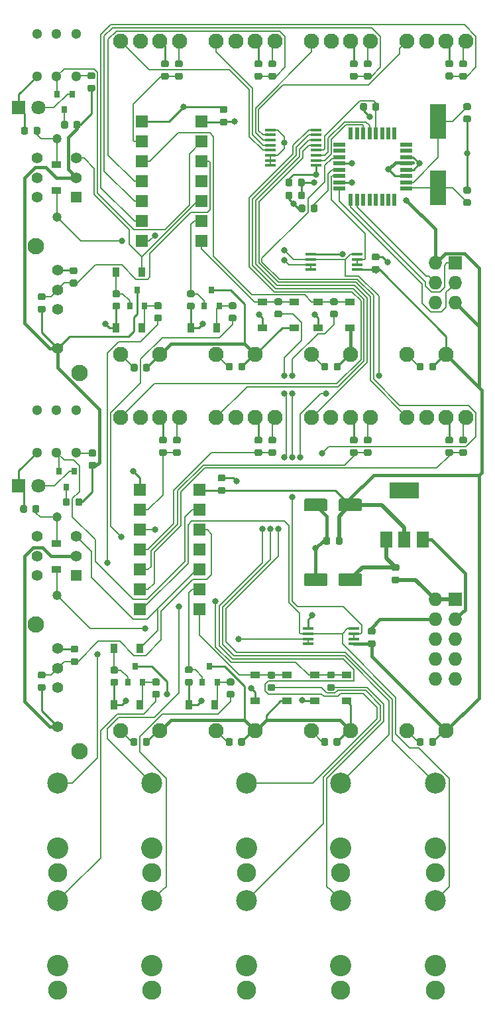
<source format=gbr>
G04 #@! TF.GenerationSoftware,KiCad,Pcbnew,(5.1.5)-3*
G04 #@! TF.CreationDate,2020-04-05T16:27:09-07:00*
G04 #@! TF.ProjectId,adsr-1x2,61647372-2d31-4783-922e-6b696361645f,rev?*
G04 #@! TF.SameCoordinates,Original*
G04 #@! TF.FileFunction,Copper,L2,Bot*
G04 #@! TF.FilePolarity,Positive*
%FSLAX46Y46*%
G04 Gerber Fmt 4.6, Leading zero omitted, Abs format (unit mm)*
G04 Created by KiCad (PCBNEW (5.1.5)-3) date 2020-04-05 16:27:09*
%MOMM*%
%LPD*%
G04 APERTURE LIST*
%ADD10R,0.800000X0.900000*%
%ADD11C,0.100000*%
%ADD12R,2.000000X4.500000*%
%ADD13R,1.450000X0.450000*%
%ADD14R,1.500000X2.000000*%
%ADD15R,3.800000X2.000000*%
%ADD16O,1.727200X1.727200*%
%ADD17R,1.727200X1.727200*%
%ADD18R,0.600000X1.500000*%
%ADD19R,1.500000X0.600000*%
%ADD20R,1.475000X0.450000*%
%ADD21R,1.200000X0.900000*%
%ADD22R,0.900000X1.200000*%
%ADD23C,1.800000*%
%ADD24R,1.800000X1.800000*%
%ADD25R,1.600000X1.600000*%
%ADD26C,1.300000*%
%ADD27C,1.200000*%
%ADD28C,1.400000*%
%ADD29R,1.400000X1.400000*%
%ADD30C,2.100000*%
%ADD31C,1.950000*%
%ADD32C,2.670000*%
%ADD33C,2.730000*%
%ADD34C,2.445000*%
%ADD35C,0.800000*%
%ADD36C,0.203200*%
%ADD37C,0.508000*%
%ADD38C,0.381000*%
%ADD39C,0.254000*%
G04 APERTURE END LIST*
D10*
X26035000Y-34306000D03*
X25085000Y-36306000D03*
X26985000Y-36306000D03*
G04 #@! TA.AperFunction,SMDPad,CuDef*
D11*
G36*
X49807691Y-69261053D02*
G01*
X49828926Y-69264203D01*
X49849750Y-69269419D01*
X49869962Y-69276651D01*
X49889368Y-69285830D01*
X49907781Y-69296866D01*
X49925024Y-69309654D01*
X49940930Y-69324070D01*
X49955346Y-69339976D01*
X49968134Y-69357219D01*
X49979170Y-69375632D01*
X49988349Y-69395038D01*
X49995581Y-69415250D01*
X50000797Y-69436074D01*
X50003947Y-69457309D01*
X50005000Y-69478750D01*
X50005000Y-69916250D01*
X50003947Y-69937691D01*
X50000797Y-69958926D01*
X49995581Y-69979750D01*
X49988349Y-69999962D01*
X49979170Y-70019368D01*
X49968134Y-70037781D01*
X49955346Y-70055024D01*
X49940930Y-70070930D01*
X49925024Y-70085346D01*
X49907781Y-70098134D01*
X49889368Y-70109170D01*
X49869962Y-70118349D01*
X49849750Y-70125581D01*
X49828926Y-70130797D01*
X49807691Y-70133947D01*
X49786250Y-70135000D01*
X49273750Y-70135000D01*
X49252309Y-70133947D01*
X49231074Y-70130797D01*
X49210250Y-70125581D01*
X49190038Y-70118349D01*
X49170632Y-70109170D01*
X49152219Y-70098134D01*
X49134976Y-70085346D01*
X49119070Y-70070930D01*
X49104654Y-70055024D01*
X49091866Y-70037781D01*
X49080830Y-70019368D01*
X49071651Y-69999962D01*
X49064419Y-69979750D01*
X49059203Y-69958926D01*
X49056053Y-69937691D01*
X49055000Y-69916250D01*
X49055000Y-69478750D01*
X49056053Y-69457309D01*
X49059203Y-69436074D01*
X49064419Y-69415250D01*
X49071651Y-69395038D01*
X49080830Y-69375632D01*
X49091866Y-69357219D01*
X49104654Y-69339976D01*
X49119070Y-69324070D01*
X49134976Y-69309654D01*
X49152219Y-69296866D01*
X49170632Y-69285830D01*
X49190038Y-69276651D01*
X49210250Y-69269419D01*
X49231074Y-69264203D01*
X49252309Y-69261053D01*
X49273750Y-69260000D01*
X49786250Y-69260000D01*
X49807691Y-69261053D01*
G37*
G04 #@! TD.AperFunction*
G04 #@! TA.AperFunction,SMDPad,CuDef*
G36*
X49807691Y-70836053D02*
G01*
X49828926Y-70839203D01*
X49849750Y-70844419D01*
X49869962Y-70851651D01*
X49889368Y-70860830D01*
X49907781Y-70871866D01*
X49925024Y-70884654D01*
X49940930Y-70899070D01*
X49955346Y-70914976D01*
X49968134Y-70932219D01*
X49979170Y-70950632D01*
X49988349Y-70970038D01*
X49995581Y-70990250D01*
X50000797Y-71011074D01*
X50003947Y-71032309D01*
X50005000Y-71053750D01*
X50005000Y-71491250D01*
X50003947Y-71512691D01*
X50000797Y-71533926D01*
X49995581Y-71554750D01*
X49988349Y-71574962D01*
X49979170Y-71594368D01*
X49968134Y-71612781D01*
X49955346Y-71630024D01*
X49940930Y-71645930D01*
X49925024Y-71660346D01*
X49907781Y-71673134D01*
X49889368Y-71684170D01*
X49869962Y-71693349D01*
X49849750Y-71700581D01*
X49828926Y-71705797D01*
X49807691Y-71708947D01*
X49786250Y-71710000D01*
X49273750Y-71710000D01*
X49252309Y-71708947D01*
X49231074Y-71705797D01*
X49210250Y-71700581D01*
X49190038Y-71693349D01*
X49170632Y-71684170D01*
X49152219Y-71673134D01*
X49134976Y-71660346D01*
X49119070Y-71645930D01*
X49104654Y-71630024D01*
X49091866Y-71612781D01*
X49080830Y-71594368D01*
X49071651Y-71574962D01*
X49064419Y-71554750D01*
X49059203Y-71533926D01*
X49056053Y-71512691D01*
X49055000Y-71491250D01*
X49055000Y-71053750D01*
X49056053Y-71032309D01*
X49059203Y-71011074D01*
X49064419Y-70990250D01*
X49071651Y-70970038D01*
X49080830Y-70950632D01*
X49091866Y-70932219D01*
X49104654Y-70914976D01*
X49119070Y-70899070D01*
X49134976Y-70884654D01*
X49152219Y-70871866D01*
X49170632Y-70860830D01*
X49190038Y-70851651D01*
X49210250Y-70844419D01*
X49231074Y-70839203D01*
X49252309Y-70836053D01*
X49273750Y-70835000D01*
X49786250Y-70835000D01*
X49807691Y-70836053D01*
G37*
G04 #@! TD.AperFunction*
D10*
X7493000Y-59420000D03*
X8443000Y-57420000D03*
X6543000Y-57420000D03*
X25781000Y-82312000D03*
X24831000Y-84312000D03*
X26731000Y-84312000D03*
X16256000Y-82312000D03*
X15306000Y-84312000D03*
X17206000Y-84312000D03*
X7239000Y-11303000D03*
X8189000Y-9303000D03*
X6289000Y-9303000D03*
X16510000Y-34306000D03*
X15560000Y-36306000D03*
X17460000Y-36306000D03*
D12*
X54991000Y-21268000D03*
X54991000Y-12768000D03*
D13*
X44225000Y-79461000D03*
X44225000Y-78811000D03*
X44225000Y-78161000D03*
X44225000Y-77511000D03*
X38325000Y-77511000D03*
X38325000Y-78161000D03*
X38325000Y-78811000D03*
X38325000Y-79461000D03*
D14*
X52973000Y-66142000D03*
X48373000Y-66142000D03*
X50673000Y-66142000D03*
D15*
X50673000Y-59842000D03*
D13*
X44606000Y-31709000D03*
X44606000Y-31059000D03*
X44606000Y-30409000D03*
X44606000Y-29759000D03*
X38706000Y-29759000D03*
X38706000Y-30409000D03*
X38706000Y-31059000D03*
X38706000Y-31709000D03*
G04 #@! TA.AperFunction,SMDPad,CuDef*
D11*
G36*
X11072691Y-54656053D02*
G01*
X11093926Y-54659203D01*
X11114750Y-54664419D01*
X11134962Y-54671651D01*
X11154368Y-54680830D01*
X11172781Y-54691866D01*
X11190024Y-54704654D01*
X11205930Y-54719070D01*
X11220346Y-54734976D01*
X11233134Y-54752219D01*
X11244170Y-54770632D01*
X11253349Y-54790038D01*
X11260581Y-54810250D01*
X11265797Y-54831074D01*
X11268947Y-54852309D01*
X11270000Y-54873750D01*
X11270000Y-55311250D01*
X11268947Y-55332691D01*
X11265797Y-55353926D01*
X11260581Y-55374750D01*
X11253349Y-55394962D01*
X11244170Y-55414368D01*
X11233134Y-55432781D01*
X11220346Y-55450024D01*
X11205930Y-55465930D01*
X11190024Y-55480346D01*
X11172781Y-55493134D01*
X11154368Y-55504170D01*
X11134962Y-55513349D01*
X11114750Y-55520581D01*
X11093926Y-55525797D01*
X11072691Y-55528947D01*
X11051250Y-55530000D01*
X10538750Y-55530000D01*
X10517309Y-55528947D01*
X10496074Y-55525797D01*
X10475250Y-55520581D01*
X10455038Y-55513349D01*
X10435632Y-55504170D01*
X10417219Y-55493134D01*
X10399976Y-55480346D01*
X10384070Y-55465930D01*
X10369654Y-55450024D01*
X10356866Y-55432781D01*
X10345830Y-55414368D01*
X10336651Y-55394962D01*
X10329419Y-55374750D01*
X10324203Y-55353926D01*
X10321053Y-55332691D01*
X10320000Y-55311250D01*
X10320000Y-54873750D01*
X10321053Y-54852309D01*
X10324203Y-54831074D01*
X10329419Y-54810250D01*
X10336651Y-54790038D01*
X10345830Y-54770632D01*
X10356866Y-54752219D01*
X10369654Y-54734976D01*
X10384070Y-54719070D01*
X10399976Y-54704654D01*
X10417219Y-54691866D01*
X10435632Y-54680830D01*
X10455038Y-54671651D01*
X10475250Y-54664419D01*
X10496074Y-54659203D01*
X10517309Y-54656053D01*
X10538750Y-54655000D01*
X11051250Y-54655000D01*
X11072691Y-54656053D01*
G37*
G04 #@! TD.AperFunction*
G04 #@! TA.AperFunction,SMDPad,CuDef*
G36*
X11072691Y-56231053D02*
G01*
X11093926Y-56234203D01*
X11114750Y-56239419D01*
X11134962Y-56246651D01*
X11154368Y-56255830D01*
X11172781Y-56266866D01*
X11190024Y-56279654D01*
X11205930Y-56294070D01*
X11220346Y-56309976D01*
X11233134Y-56327219D01*
X11244170Y-56345632D01*
X11253349Y-56365038D01*
X11260581Y-56385250D01*
X11265797Y-56406074D01*
X11268947Y-56427309D01*
X11270000Y-56448750D01*
X11270000Y-56886250D01*
X11268947Y-56907691D01*
X11265797Y-56928926D01*
X11260581Y-56949750D01*
X11253349Y-56969962D01*
X11244170Y-56989368D01*
X11233134Y-57007781D01*
X11220346Y-57025024D01*
X11205930Y-57040930D01*
X11190024Y-57055346D01*
X11172781Y-57068134D01*
X11154368Y-57079170D01*
X11134962Y-57088349D01*
X11114750Y-57095581D01*
X11093926Y-57100797D01*
X11072691Y-57103947D01*
X11051250Y-57105000D01*
X10538750Y-57105000D01*
X10517309Y-57103947D01*
X10496074Y-57100797D01*
X10475250Y-57095581D01*
X10455038Y-57088349D01*
X10435632Y-57079170D01*
X10417219Y-57068134D01*
X10399976Y-57055346D01*
X10384070Y-57040930D01*
X10369654Y-57025024D01*
X10356866Y-57007781D01*
X10345830Y-56989368D01*
X10336651Y-56969962D01*
X10329419Y-56949750D01*
X10324203Y-56928926D01*
X10321053Y-56907691D01*
X10320000Y-56886250D01*
X10320000Y-56448750D01*
X10321053Y-56427309D01*
X10324203Y-56406074D01*
X10329419Y-56385250D01*
X10336651Y-56365038D01*
X10345830Y-56345632D01*
X10356866Y-56327219D01*
X10369654Y-56309976D01*
X10384070Y-56294070D01*
X10399976Y-56279654D01*
X10417219Y-56266866D01*
X10435632Y-56255830D01*
X10455038Y-56246651D01*
X10475250Y-56239419D01*
X10496074Y-56234203D01*
X10517309Y-56231053D01*
X10538750Y-56230000D01*
X11051250Y-56230000D01*
X11072691Y-56231053D01*
G37*
G04 #@! TD.AperFunction*
G04 #@! TA.AperFunction,SMDPad,CuDef*
G36*
X9282691Y-60867053D02*
G01*
X9303926Y-60870203D01*
X9324750Y-60875419D01*
X9344962Y-60882651D01*
X9364368Y-60891830D01*
X9382781Y-60902866D01*
X9400024Y-60915654D01*
X9415930Y-60930070D01*
X9430346Y-60945976D01*
X9443134Y-60963219D01*
X9454170Y-60981632D01*
X9463349Y-61001038D01*
X9470581Y-61021250D01*
X9475797Y-61042074D01*
X9478947Y-61063309D01*
X9480000Y-61084750D01*
X9480000Y-61597250D01*
X9478947Y-61618691D01*
X9475797Y-61639926D01*
X9470581Y-61660750D01*
X9463349Y-61680962D01*
X9454170Y-61700368D01*
X9443134Y-61718781D01*
X9430346Y-61736024D01*
X9415930Y-61751930D01*
X9400024Y-61766346D01*
X9382781Y-61779134D01*
X9364368Y-61790170D01*
X9344962Y-61799349D01*
X9324750Y-61806581D01*
X9303926Y-61811797D01*
X9282691Y-61814947D01*
X9261250Y-61816000D01*
X8823750Y-61816000D01*
X8802309Y-61814947D01*
X8781074Y-61811797D01*
X8760250Y-61806581D01*
X8740038Y-61799349D01*
X8720632Y-61790170D01*
X8702219Y-61779134D01*
X8684976Y-61766346D01*
X8669070Y-61751930D01*
X8654654Y-61736024D01*
X8641866Y-61718781D01*
X8630830Y-61700368D01*
X8621651Y-61680962D01*
X8614419Y-61660750D01*
X8609203Y-61639926D01*
X8606053Y-61618691D01*
X8605000Y-61597250D01*
X8605000Y-61084750D01*
X8606053Y-61063309D01*
X8609203Y-61042074D01*
X8614419Y-61021250D01*
X8621651Y-61001038D01*
X8630830Y-60981632D01*
X8641866Y-60963219D01*
X8654654Y-60945976D01*
X8669070Y-60930070D01*
X8684976Y-60915654D01*
X8702219Y-60902866D01*
X8720632Y-60891830D01*
X8740038Y-60882651D01*
X8760250Y-60875419D01*
X8781074Y-60870203D01*
X8802309Y-60867053D01*
X8823750Y-60866000D01*
X9261250Y-60866000D01*
X9282691Y-60867053D01*
G37*
G04 #@! TD.AperFunction*
G04 #@! TA.AperFunction,SMDPad,CuDef*
G36*
X7707691Y-60867053D02*
G01*
X7728926Y-60870203D01*
X7749750Y-60875419D01*
X7769962Y-60882651D01*
X7789368Y-60891830D01*
X7807781Y-60902866D01*
X7825024Y-60915654D01*
X7840930Y-60930070D01*
X7855346Y-60945976D01*
X7868134Y-60963219D01*
X7879170Y-60981632D01*
X7888349Y-61001038D01*
X7895581Y-61021250D01*
X7900797Y-61042074D01*
X7903947Y-61063309D01*
X7905000Y-61084750D01*
X7905000Y-61597250D01*
X7903947Y-61618691D01*
X7900797Y-61639926D01*
X7895581Y-61660750D01*
X7888349Y-61680962D01*
X7879170Y-61700368D01*
X7868134Y-61718781D01*
X7855346Y-61736024D01*
X7840930Y-61751930D01*
X7825024Y-61766346D01*
X7807781Y-61779134D01*
X7789368Y-61790170D01*
X7769962Y-61799349D01*
X7749750Y-61806581D01*
X7728926Y-61811797D01*
X7707691Y-61814947D01*
X7686250Y-61816000D01*
X7248750Y-61816000D01*
X7227309Y-61814947D01*
X7206074Y-61811797D01*
X7185250Y-61806581D01*
X7165038Y-61799349D01*
X7145632Y-61790170D01*
X7127219Y-61779134D01*
X7109976Y-61766346D01*
X7094070Y-61751930D01*
X7079654Y-61736024D01*
X7066866Y-61718781D01*
X7055830Y-61700368D01*
X7046651Y-61680962D01*
X7039419Y-61660750D01*
X7034203Y-61639926D01*
X7031053Y-61618691D01*
X7030000Y-61597250D01*
X7030000Y-61084750D01*
X7031053Y-61063309D01*
X7034203Y-61042074D01*
X7039419Y-61021250D01*
X7046651Y-61001038D01*
X7055830Y-60981632D01*
X7066866Y-60963219D01*
X7079654Y-60945976D01*
X7094070Y-60930070D01*
X7109976Y-60915654D01*
X7127219Y-60902866D01*
X7145632Y-60891830D01*
X7165038Y-60882651D01*
X7185250Y-60875419D01*
X7206074Y-60870203D01*
X7227309Y-60867053D01*
X7248750Y-60866000D01*
X7686250Y-60866000D01*
X7707691Y-60867053D01*
G37*
G04 #@! TD.AperFunction*
G04 #@! TA.AperFunction,SMDPad,CuDef*
G36*
X58443691Y-54580053D02*
G01*
X58464926Y-54583203D01*
X58485750Y-54588419D01*
X58505962Y-54595651D01*
X58525368Y-54604830D01*
X58543781Y-54615866D01*
X58561024Y-54628654D01*
X58576930Y-54643070D01*
X58591346Y-54658976D01*
X58604134Y-54676219D01*
X58615170Y-54694632D01*
X58624349Y-54714038D01*
X58631581Y-54734250D01*
X58636797Y-54755074D01*
X58639947Y-54776309D01*
X58641000Y-54797750D01*
X58641000Y-55235250D01*
X58639947Y-55256691D01*
X58636797Y-55277926D01*
X58631581Y-55298750D01*
X58624349Y-55318962D01*
X58615170Y-55338368D01*
X58604134Y-55356781D01*
X58591346Y-55374024D01*
X58576930Y-55389930D01*
X58561024Y-55404346D01*
X58543781Y-55417134D01*
X58525368Y-55428170D01*
X58505962Y-55437349D01*
X58485750Y-55444581D01*
X58464926Y-55449797D01*
X58443691Y-55452947D01*
X58422250Y-55454000D01*
X57909750Y-55454000D01*
X57888309Y-55452947D01*
X57867074Y-55449797D01*
X57846250Y-55444581D01*
X57826038Y-55437349D01*
X57806632Y-55428170D01*
X57788219Y-55417134D01*
X57770976Y-55404346D01*
X57755070Y-55389930D01*
X57740654Y-55374024D01*
X57727866Y-55356781D01*
X57716830Y-55338368D01*
X57707651Y-55318962D01*
X57700419Y-55298750D01*
X57695203Y-55277926D01*
X57692053Y-55256691D01*
X57691000Y-55235250D01*
X57691000Y-54797750D01*
X57692053Y-54776309D01*
X57695203Y-54755074D01*
X57700419Y-54734250D01*
X57707651Y-54714038D01*
X57716830Y-54694632D01*
X57727866Y-54676219D01*
X57740654Y-54658976D01*
X57755070Y-54643070D01*
X57770976Y-54628654D01*
X57788219Y-54615866D01*
X57806632Y-54604830D01*
X57826038Y-54595651D01*
X57846250Y-54588419D01*
X57867074Y-54583203D01*
X57888309Y-54580053D01*
X57909750Y-54579000D01*
X58422250Y-54579000D01*
X58443691Y-54580053D01*
G37*
G04 #@! TD.AperFunction*
G04 #@! TA.AperFunction,SMDPad,CuDef*
G36*
X58443691Y-53005053D02*
G01*
X58464926Y-53008203D01*
X58485750Y-53013419D01*
X58505962Y-53020651D01*
X58525368Y-53029830D01*
X58543781Y-53040866D01*
X58561024Y-53053654D01*
X58576930Y-53068070D01*
X58591346Y-53083976D01*
X58604134Y-53101219D01*
X58615170Y-53119632D01*
X58624349Y-53139038D01*
X58631581Y-53159250D01*
X58636797Y-53180074D01*
X58639947Y-53201309D01*
X58641000Y-53222750D01*
X58641000Y-53660250D01*
X58639947Y-53681691D01*
X58636797Y-53702926D01*
X58631581Y-53723750D01*
X58624349Y-53743962D01*
X58615170Y-53763368D01*
X58604134Y-53781781D01*
X58591346Y-53799024D01*
X58576930Y-53814930D01*
X58561024Y-53829346D01*
X58543781Y-53842134D01*
X58525368Y-53853170D01*
X58505962Y-53862349D01*
X58485750Y-53869581D01*
X58464926Y-53874797D01*
X58443691Y-53877947D01*
X58422250Y-53879000D01*
X57909750Y-53879000D01*
X57888309Y-53877947D01*
X57867074Y-53874797D01*
X57846250Y-53869581D01*
X57826038Y-53862349D01*
X57806632Y-53853170D01*
X57788219Y-53842134D01*
X57770976Y-53829346D01*
X57755070Y-53814930D01*
X57740654Y-53799024D01*
X57727866Y-53781781D01*
X57716830Y-53763368D01*
X57707651Y-53743962D01*
X57700419Y-53723750D01*
X57695203Y-53702926D01*
X57692053Y-53681691D01*
X57691000Y-53660250D01*
X57691000Y-53222750D01*
X57692053Y-53201309D01*
X57695203Y-53180074D01*
X57700419Y-53159250D01*
X57707651Y-53139038D01*
X57716830Y-53119632D01*
X57727866Y-53101219D01*
X57740654Y-53083976D01*
X57755070Y-53068070D01*
X57770976Y-53053654D01*
X57788219Y-53040866D01*
X57806632Y-53029830D01*
X57826038Y-53020651D01*
X57846250Y-53013419D01*
X57867074Y-53008203D01*
X57888309Y-53005053D01*
X57909750Y-53004000D01*
X58422250Y-53004000D01*
X58443691Y-53005053D01*
G37*
G04 #@! TD.AperFunction*
G04 #@! TA.AperFunction,SMDPad,CuDef*
G36*
X3821691Y-61756053D02*
G01*
X3842926Y-61759203D01*
X3863750Y-61764419D01*
X3883962Y-61771651D01*
X3903368Y-61780830D01*
X3921781Y-61791866D01*
X3939024Y-61804654D01*
X3954930Y-61819070D01*
X3969346Y-61834976D01*
X3982134Y-61852219D01*
X3993170Y-61870632D01*
X4002349Y-61890038D01*
X4009581Y-61910250D01*
X4014797Y-61931074D01*
X4017947Y-61952309D01*
X4019000Y-61973750D01*
X4019000Y-62486250D01*
X4017947Y-62507691D01*
X4014797Y-62528926D01*
X4009581Y-62549750D01*
X4002349Y-62569962D01*
X3993170Y-62589368D01*
X3982134Y-62607781D01*
X3969346Y-62625024D01*
X3954930Y-62640930D01*
X3939024Y-62655346D01*
X3921781Y-62668134D01*
X3903368Y-62679170D01*
X3883962Y-62688349D01*
X3863750Y-62695581D01*
X3842926Y-62700797D01*
X3821691Y-62703947D01*
X3800250Y-62705000D01*
X3362750Y-62705000D01*
X3341309Y-62703947D01*
X3320074Y-62700797D01*
X3299250Y-62695581D01*
X3279038Y-62688349D01*
X3259632Y-62679170D01*
X3241219Y-62668134D01*
X3223976Y-62655346D01*
X3208070Y-62640930D01*
X3193654Y-62625024D01*
X3180866Y-62607781D01*
X3169830Y-62589368D01*
X3160651Y-62569962D01*
X3153419Y-62549750D01*
X3148203Y-62528926D01*
X3145053Y-62507691D01*
X3144000Y-62486250D01*
X3144000Y-61973750D01*
X3145053Y-61952309D01*
X3148203Y-61931074D01*
X3153419Y-61910250D01*
X3160651Y-61890038D01*
X3169830Y-61870632D01*
X3180866Y-61852219D01*
X3193654Y-61834976D01*
X3208070Y-61819070D01*
X3223976Y-61804654D01*
X3241219Y-61791866D01*
X3259632Y-61780830D01*
X3279038Y-61771651D01*
X3299250Y-61764419D01*
X3320074Y-61759203D01*
X3341309Y-61756053D01*
X3362750Y-61755000D01*
X3800250Y-61755000D01*
X3821691Y-61756053D01*
G37*
G04 #@! TD.AperFunction*
G04 #@! TA.AperFunction,SMDPad,CuDef*
G36*
X2246691Y-61756053D02*
G01*
X2267926Y-61759203D01*
X2288750Y-61764419D01*
X2308962Y-61771651D01*
X2328368Y-61780830D01*
X2346781Y-61791866D01*
X2364024Y-61804654D01*
X2379930Y-61819070D01*
X2394346Y-61834976D01*
X2407134Y-61852219D01*
X2418170Y-61870632D01*
X2427349Y-61890038D01*
X2434581Y-61910250D01*
X2439797Y-61931074D01*
X2442947Y-61952309D01*
X2444000Y-61973750D01*
X2444000Y-62486250D01*
X2442947Y-62507691D01*
X2439797Y-62528926D01*
X2434581Y-62549750D01*
X2427349Y-62569962D01*
X2418170Y-62589368D01*
X2407134Y-62607781D01*
X2394346Y-62625024D01*
X2379930Y-62640930D01*
X2364024Y-62655346D01*
X2346781Y-62668134D01*
X2328368Y-62679170D01*
X2308962Y-62688349D01*
X2288750Y-62695581D01*
X2267926Y-62700797D01*
X2246691Y-62703947D01*
X2225250Y-62705000D01*
X1787750Y-62705000D01*
X1766309Y-62703947D01*
X1745074Y-62700797D01*
X1724250Y-62695581D01*
X1704038Y-62688349D01*
X1684632Y-62679170D01*
X1666219Y-62668134D01*
X1648976Y-62655346D01*
X1633070Y-62640930D01*
X1618654Y-62625024D01*
X1605866Y-62607781D01*
X1594830Y-62589368D01*
X1585651Y-62569962D01*
X1578419Y-62549750D01*
X1573203Y-62528926D01*
X1570053Y-62507691D01*
X1569000Y-62486250D01*
X1569000Y-61973750D01*
X1570053Y-61952309D01*
X1573203Y-61931074D01*
X1578419Y-61910250D01*
X1585651Y-61890038D01*
X1594830Y-61870632D01*
X1605866Y-61852219D01*
X1618654Y-61834976D01*
X1633070Y-61819070D01*
X1648976Y-61804654D01*
X1666219Y-61791866D01*
X1684632Y-61780830D01*
X1704038Y-61771651D01*
X1724250Y-61764419D01*
X1745074Y-61759203D01*
X1766309Y-61756053D01*
X1787750Y-61755000D01*
X2225250Y-61755000D01*
X2246691Y-61756053D01*
G37*
G04 #@! TD.AperFunction*
G04 #@! TA.AperFunction,SMDPad,CuDef*
G36*
X33932691Y-84577553D02*
G01*
X33953926Y-84580703D01*
X33974750Y-84585919D01*
X33994962Y-84593151D01*
X34014368Y-84602330D01*
X34032781Y-84613366D01*
X34050024Y-84626154D01*
X34065930Y-84640570D01*
X34080346Y-84656476D01*
X34093134Y-84673719D01*
X34104170Y-84692132D01*
X34113349Y-84711538D01*
X34120581Y-84731750D01*
X34125797Y-84752574D01*
X34128947Y-84773809D01*
X34130000Y-84795250D01*
X34130000Y-85232750D01*
X34128947Y-85254191D01*
X34125797Y-85275426D01*
X34120581Y-85296250D01*
X34113349Y-85316462D01*
X34104170Y-85335868D01*
X34093134Y-85354281D01*
X34080346Y-85371524D01*
X34065930Y-85387430D01*
X34050024Y-85401846D01*
X34032781Y-85414634D01*
X34014368Y-85425670D01*
X33994962Y-85434849D01*
X33974750Y-85442081D01*
X33953926Y-85447297D01*
X33932691Y-85450447D01*
X33911250Y-85451500D01*
X33398750Y-85451500D01*
X33377309Y-85450447D01*
X33356074Y-85447297D01*
X33335250Y-85442081D01*
X33315038Y-85434849D01*
X33295632Y-85425670D01*
X33277219Y-85414634D01*
X33259976Y-85401846D01*
X33244070Y-85387430D01*
X33229654Y-85371524D01*
X33216866Y-85354281D01*
X33205830Y-85335868D01*
X33196651Y-85316462D01*
X33189419Y-85296250D01*
X33184203Y-85275426D01*
X33181053Y-85254191D01*
X33180000Y-85232750D01*
X33180000Y-84795250D01*
X33181053Y-84773809D01*
X33184203Y-84752574D01*
X33189419Y-84731750D01*
X33196651Y-84711538D01*
X33205830Y-84692132D01*
X33216866Y-84673719D01*
X33229654Y-84656476D01*
X33244070Y-84640570D01*
X33259976Y-84626154D01*
X33277219Y-84613366D01*
X33295632Y-84602330D01*
X33315038Y-84593151D01*
X33335250Y-84585919D01*
X33356074Y-84580703D01*
X33377309Y-84577553D01*
X33398750Y-84576500D01*
X33911250Y-84576500D01*
X33932691Y-84577553D01*
G37*
G04 #@! TD.AperFunction*
G04 #@! TA.AperFunction,SMDPad,CuDef*
G36*
X33932691Y-83002553D02*
G01*
X33953926Y-83005703D01*
X33974750Y-83010919D01*
X33994962Y-83018151D01*
X34014368Y-83027330D01*
X34032781Y-83038366D01*
X34050024Y-83051154D01*
X34065930Y-83065570D01*
X34080346Y-83081476D01*
X34093134Y-83098719D01*
X34104170Y-83117132D01*
X34113349Y-83136538D01*
X34120581Y-83156750D01*
X34125797Y-83177574D01*
X34128947Y-83198809D01*
X34130000Y-83220250D01*
X34130000Y-83657750D01*
X34128947Y-83679191D01*
X34125797Y-83700426D01*
X34120581Y-83721250D01*
X34113349Y-83741462D01*
X34104170Y-83760868D01*
X34093134Y-83779281D01*
X34080346Y-83796524D01*
X34065930Y-83812430D01*
X34050024Y-83826846D01*
X34032781Y-83839634D01*
X34014368Y-83850670D01*
X33994962Y-83859849D01*
X33974750Y-83867081D01*
X33953926Y-83872297D01*
X33932691Y-83875447D01*
X33911250Y-83876500D01*
X33398750Y-83876500D01*
X33377309Y-83875447D01*
X33356074Y-83872297D01*
X33335250Y-83867081D01*
X33315038Y-83859849D01*
X33295632Y-83850670D01*
X33277219Y-83839634D01*
X33259976Y-83826846D01*
X33244070Y-83812430D01*
X33229654Y-83796524D01*
X33216866Y-83779281D01*
X33205830Y-83760868D01*
X33196651Y-83741462D01*
X33189419Y-83721250D01*
X33184203Y-83700426D01*
X33181053Y-83679191D01*
X33180000Y-83657750D01*
X33180000Y-83220250D01*
X33181053Y-83198809D01*
X33184203Y-83177574D01*
X33189419Y-83156750D01*
X33196651Y-83136538D01*
X33205830Y-83117132D01*
X33216866Y-83098719D01*
X33229654Y-83081476D01*
X33244070Y-83065570D01*
X33259976Y-83051154D01*
X33277219Y-83038366D01*
X33295632Y-83027330D01*
X33315038Y-83018151D01*
X33335250Y-83010919D01*
X33356074Y-83005703D01*
X33377309Y-83002553D01*
X33398750Y-83001500D01*
X33911250Y-83001500D01*
X33932691Y-83002553D01*
G37*
G04 #@! TD.AperFunction*
G04 #@! TA.AperFunction,SMDPad,CuDef*
G36*
X41552691Y-84552053D02*
G01*
X41573926Y-84555203D01*
X41594750Y-84560419D01*
X41614962Y-84567651D01*
X41634368Y-84576830D01*
X41652781Y-84587866D01*
X41670024Y-84600654D01*
X41685930Y-84615070D01*
X41700346Y-84630976D01*
X41713134Y-84648219D01*
X41724170Y-84666632D01*
X41733349Y-84686038D01*
X41740581Y-84706250D01*
X41745797Y-84727074D01*
X41748947Y-84748309D01*
X41750000Y-84769750D01*
X41750000Y-85207250D01*
X41748947Y-85228691D01*
X41745797Y-85249926D01*
X41740581Y-85270750D01*
X41733349Y-85290962D01*
X41724170Y-85310368D01*
X41713134Y-85328781D01*
X41700346Y-85346024D01*
X41685930Y-85361930D01*
X41670024Y-85376346D01*
X41652781Y-85389134D01*
X41634368Y-85400170D01*
X41614962Y-85409349D01*
X41594750Y-85416581D01*
X41573926Y-85421797D01*
X41552691Y-85424947D01*
X41531250Y-85426000D01*
X41018750Y-85426000D01*
X40997309Y-85424947D01*
X40976074Y-85421797D01*
X40955250Y-85416581D01*
X40935038Y-85409349D01*
X40915632Y-85400170D01*
X40897219Y-85389134D01*
X40879976Y-85376346D01*
X40864070Y-85361930D01*
X40849654Y-85346024D01*
X40836866Y-85328781D01*
X40825830Y-85310368D01*
X40816651Y-85290962D01*
X40809419Y-85270750D01*
X40804203Y-85249926D01*
X40801053Y-85228691D01*
X40800000Y-85207250D01*
X40800000Y-84769750D01*
X40801053Y-84748309D01*
X40804203Y-84727074D01*
X40809419Y-84706250D01*
X40816651Y-84686038D01*
X40825830Y-84666632D01*
X40836866Y-84648219D01*
X40849654Y-84630976D01*
X40864070Y-84615070D01*
X40879976Y-84600654D01*
X40897219Y-84587866D01*
X40915632Y-84576830D01*
X40935038Y-84567651D01*
X40955250Y-84560419D01*
X40976074Y-84555203D01*
X40997309Y-84552053D01*
X41018750Y-84551000D01*
X41531250Y-84551000D01*
X41552691Y-84552053D01*
G37*
G04 #@! TD.AperFunction*
G04 #@! TA.AperFunction,SMDPad,CuDef*
G36*
X41552691Y-82977053D02*
G01*
X41573926Y-82980203D01*
X41594750Y-82985419D01*
X41614962Y-82992651D01*
X41634368Y-83001830D01*
X41652781Y-83012866D01*
X41670024Y-83025654D01*
X41685930Y-83040070D01*
X41700346Y-83055976D01*
X41713134Y-83073219D01*
X41724170Y-83091632D01*
X41733349Y-83111038D01*
X41740581Y-83131250D01*
X41745797Y-83152074D01*
X41748947Y-83173309D01*
X41750000Y-83194750D01*
X41750000Y-83632250D01*
X41748947Y-83653691D01*
X41745797Y-83674926D01*
X41740581Y-83695750D01*
X41733349Y-83715962D01*
X41724170Y-83735368D01*
X41713134Y-83753781D01*
X41700346Y-83771024D01*
X41685930Y-83786930D01*
X41670024Y-83801346D01*
X41652781Y-83814134D01*
X41634368Y-83825170D01*
X41614962Y-83834349D01*
X41594750Y-83841581D01*
X41573926Y-83846797D01*
X41552691Y-83849947D01*
X41531250Y-83851000D01*
X41018750Y-83851000D01*
X40997309Y-83849947D01*
X40976074Y-83846797D01*
X40955250Y-83841581D01*
X40935038Y-83834349D01*
X40915632Y-83825170D01*
X40897219Y-83814134D01*
X40879976Y-83801346D01*
X40864070Y-83786930D01*
X40849654Y-83771024D01*
X40836866Y-83753781D01*
X40825830Y-83735368D01*
X40816651Y-83715962D01*
X40809419Y-83695750D01*
X40804203Y-83674926D01*
X40801053Y-83653691D01*
X40800000Y-83632250D01*
X40800000Y-83194750D01*
X40801053Y-83173309D01*
X40804203Y-83152074D01*
X40809419Y-83131250D01*
X40816651Y-83111038D01*
X40825830Y-83091632D01*
X40836866Y-83073219D01*
X40849654Y-83055976D01*
X40864070Y-83040070D01*
X40879976Y-83025654D01*
X40897219Y-83012866D01*
X40915632Y-83001830D01*
X40935038Y-82992651D01*
X40955250Y-82985419D01*
X40976074Y-82980203D01*
X40997309Y-82977053D01*
X41018750Y-82976000D01*
X41531250Y-82976000D01*
X41552691Y-82977053D01*
G37*
G04 #@! TD.AperFunction*
G04 #@! TA.AperFunction,SMDPad,CuDef*
G36*
X46251691Y-54580053D02*
G01*
X46272926Y-54583203D01*
X46293750Y-54588419D01*
X46313962Y-54595651D01*
X46333368Y-54604830D01*
X46351781Y-54615866D01*
X46369024Y-54628654D01*
X46384930Y-54643070D01*
X46399346Y-54658976D01*
X46412134Y-54676219D01*
X46423170Y-54694632D01*
X46432349Y-54714038D01*
X46439581Y-54734250D01*
X46444797Y-54755074D01*
X46447947Y-54776309D01*
X46449000Y-54797750D01*
X46449000Y-55235250D01*
X46447947Y-55256691D01*
X46444797Y-55277926D01*
X46439581Y-55298750D01*
X46432349Y-55318962D01*
X46423170Y-55338368D01*
X46412134Y-55356781D01*
X46399346Y-55374024D01*
X46384930Y-55389930D01*
X46369024Y-55404346D01*
X46351781Y-55417134D01*
X46333368Y-55428170D01*
X46313962Y-55437349D01*
X46293750Y-55444581D01*
X46272926Y-55449797D01*
X46251691Y-55452947D01*
X46230250Y-55454000D01*
X45717750Y-55454000D01*
X45696309Y-55452947D01*
X45675074Y-55449797D01*
X45654250Y-55444581D01*
X45634038Y-55437349D01*
X45614632Y-55428170D01*
X45596219Y-55417134D01*
X45578976Y-55404346D01*
X45563070Y-55389930D01*
X45548654Y-55374024D01*
X45535866Y-55356781D01*
X45524830Y-55338368D01*
X45515651Y-55318962D01*
X45508419Y-55298750D01*
X45503203Y-55277926D01*
X45500053Y-55256691D01*
X45499000Y-55235250D01*
X45499000Y-54797750D01*
X45500053Y-54776309D01*
X45503203Y-54755074D01*
X45508419Y-54734250D01*
X45515651Y-54714038D01*
X45524830Y-54694632D01*
X45535866Y-54676219D01*
X45548654Y-54658976D01*
X45563070Y-54643070D01*
X45578976Y-54628654D01*
X45596219Y-54615866D01*
X45614632Y-54604830D01*
X45634038Y-54595651D01*
X45654250Y-54588419D01*
X45675074Y-54583203D01*
X45696309Y-54580053D01*
X45717750Y-54579000D01*
X46230250Y-54579000D01*
X46251691Y-54580053D01*
G37*
G04 #@! TD.AperFunction*
G04 #@! TA.AperFunction,SMDPad,CuDef*
G36*
X46251691Y-53005053D02*
G01*
X46272926Y-53008203D01*
X46293750Y-53013419D01*
X46313962Y-53020651D01*
X46333368Y-53029830D01*
X46351781Y-53040866D01*
X46369024Y-53053654D01*
X46384930Y-53068070D01*
X46399346Y-53083976D01*
X46412134Y-53101219D01*
X46423170Y-53119632D01*
X46432349Y-53139038D01*
X46439581Y-53159250D01*
X46444797Y-53180074D01*
X46447947Y-53201309D01*
X46449000Y-53222750D01*
X46449000Y-53660250D01*
X46447947Y-53681691D01*
X46444797Y-53702926D01*
X46439581Y-53723750D01*
X46432349Y-53743962D01*
X46423170Y-53763368D01*
X46412134Y-53781781D01*
X46399346Y-53799024D01*
X46384930Y-53814930D01*
X46369024Y-53829346D01*
X46351781Y-53842134D01*
X46333368Y-53853170D01*
X46313962Y-53862349D01*
X46293750Y-53869581D01*
X46272926Y-53874797D01*
X46251691Y-53877947D01*
X46230250Y-53879000D01*
X45717750Y-53879000D01*
X45696309Y-53877947D01*
X45675074Y-53874797D01*
X45654250Y-53869581D01*
X45634038Y-53862349D01*
X45614632Y-53853170D01*
X45596219Y-53842134D01*
X45578976Y-53829346D01*
X45563070Y-53814930D01*
X45548654Y-53799024D01*
X45535866Y-53781781D01*
X45524830Y-53763368D01*
X45515651Y-53743962D01*
X45508419Y-53723750D01*
X45503203Y-53702926D01*
X45500053Y-53681691D01*
X45499000Y-53660250D01*
X45499000Y-53222750D01*
X45500053Y-53201309D01*
X45503203Y-53180074D01*
X45508419Y-53159250D01*
X45515651Y-53139038D01*
X45524830Y-53119632D01*
X45535866Y-53101219D01*
X45548654Y-53083976D01*
X45563070Y-53068070D01*
X45578976Y-53053654D01*
X45596219Y-53040866D01*
X45614632Y-53029830D01*
X45634038Y-53020651D01*
X45654250Y-53013419D01*
X45675074Y-53008203D01*
X45696309Y-53005053D01*
X45717750Y-53004000D01*
X46230250Y-53004000D01*
X46251691Y-53005053D01*
G37*
G04 #@! TD.AperFunction*
G04 #@! TA.AperFunction,SMDPad,CuDef*
G36*
X23391691Y-83891553D02*
G01*
X23412926Y-83894703D01*
X23433750Y-83899919D01*
X23453962Y-83907151D01*
X23473368Y-83916330D01*
X23491781Y-83927366D01*
X23509024Y-83940154D01*
X23524930Y-83954570D01*
X23539346Y-83970476D01*
X23552134Y-83987719D01*
X23563170Y-84006132D01*
X23572349Y-84025538D01*
X23579581Y-84045750D01*
X23584797Y-84066574D01*
X23587947Y-84087809D01*
X23589000Y-84109250D01*
X23589000Y-84546750D01*
X23587947Y-84568191D01*
X23584797Y-84589426D01*
X23579581Y-84610250D01*
X23572349Y-84630462D01*
X23563170Y-84649868D01*
X23552134Y-84668281D01*
X23539346Y-84685524D01*
X23524930Y-84701430D01*
X23509024Y-84715846D01*
X23491781Y-84728634D01*
X23473368Y-84739670D01*
X23453962Y-84748849D01*
X23433750Y-84756081D01*
X23412926Y-84761297D01*
X23391691Y-84764447D01*
X23370250Y-84765500D01*
X22857750Y-84765500D01*
X22836309Y-84764447D01*
X22815074Y-84761297D01*
X22794250Y-84756081D01*
X22774038Y-84748849D01*
X22754632Y-84739670D01*
X22736219Y-84728634D01*
X22718976Y-84715846D01*
X22703070Y-84701430D01*
X22688654Y-84685524D01*
X22675866Y-84668281D01*
X22664830Y-84649868D01*
X22655651Y-84630462D01*
X22648419Y-84610250D01*
X22643203Y-84589426D01*
X22640053Y-84568191D01*
X22639000Y-84546750D01*
X22639000Y-84109250D01*
X22640053Y-84087809D01*
X22643203Y-84066574D01*
X22648419Y-84045750D01*
X22655651Y-84025538D01*
X22664830Y-84006132D01*
X22675866Y-83987719D01*
X22688654Y-83970476D01*
X22703070Y-83954570D01*
X22718976Y-83940154D01*
X22736219Y-83927366D01*
X22754632Y-83916330D01*
X22774038Y-83907151D01*
X22794250Y-83899919D01*
X22815074Y-83894703D01*
X22836309Y-83891553D01*
X22857750Y-83890500D01*
X23370250Y-83890500D01*
X23391691Y-83891553D01*
G37*
G04 #@! TD.AperFunction*
G04 #@! TA.AperFunction,SMDPad,CuDef*
G36*
X23391691Y-82316553D02*
G01*
X23412926Y-82319703D01*
X23433750Y-82324919D01*
X23453962Y-82332151D01*
X23473368Y-82341330D01*
X23491781Y-82352366D01*
X23509024Y-82365154D01*
X23524930Y-82379570D01*
X23539346Y-82395476D01*
X23552134Y-82412719D01*
X23563170Y-82431132D01*
X23572349Y-82450538D01*
X23579581Y-82470750D01*
X23584797Y-82491574D01*
X23587947Y-82512809D01*
X23589000Y-82534250D01*
X23589000Y-82971750D01*
X23587947Y-82993191D01*
X23584797Y-83014426D01*
X23579581Y-83035250D01*
X23572349Y-83055462D01*
X23563170Y-83074868D01*
X23552134Y-83093281D01*
X23539346Y-83110524D01*
X23524930Y-83126430D01*
X23509024Y-83140846D01*
X23491781Y-83153634D01*
X23473368Y-83164670D01*
X23453962Y-83173849D01*
X23433750Y-83181081D01*
X23412926Y-83186297D01*
X23391691Y-83189447D01*
X23370250Y-83190500D01*
X22857750Y-83190500D01*
X22836309Y-83189447D01*
X22815074Y-83186297D01*
X22794250Y-83181081D01*
X22774038Y-83173849D01*
X22754632Y-83164670D01*
X22736219Y-83153634D01*
X22718976Y-83140846D01*
X22703070Y-83126430D01*
X22688654Y-83110524D01*
X22675866Y-83093281D01*
X22664830Y-83074868D01*
X22655651Y-83055462D01*
X22648419Y-83035250D01*
X22643203Y-83014426D01*
X22640053Y-82993191D01*
X22639000Y-82971750D01*
X22639000Y-82534250D01*
X22640053Y-82512809D01*
X22643203Y-82491574D01*
X22648419Y-82470750D01*
X22655651Y-82450538D01*
X22664830Y-82431132D01*
X22675866Y-82412719D01*
X22688654Y-82395476D01*
X22703070Y-82379570D01*
X22718976Y-82365154D01*
X22736219Y-82352366D01*
X22754632Y-82341330D01*
X22774038Y-82332151D01*
X22794250Y-82324919D01*
X22815074Y-82319703D01*
X22836309Y-82316553D01*
X22857750Y-82315500D01*
X23370250Y-82315500D01*
X23391691Y-82316553D01*
G37*
G04 #@! TD.AperFunction*
G04 #@! TA.AperFunction,SMDPad,CuDef*
G36*
X13866691Y-83917053D02*
G01*
X13887926Y-83920203D01*
X13908750Y-83925419D01*
X13928962Y-83932651D01*
X13948368Y-83941830D01*
X13966781Y-83952866D01*
X13984024Y-83965654D01*
X13999930Y-83980070D01*
X14014346Y-83995976D01*
X14027134Y-84013219D01*
X14038170Y-84031632D01*
X14047349Y-84051038D01*
X14054581Y-84071250D01*
X14059797Y-84092074D01*
X14062947Y-84113309D01*
X14064000Y-84134750D01*
X14064000Y-84572250D01*
X14062947Y-84593691D01*
X14059797Y-84614926D01*
X14054581Y-84635750D01*
X14047349Y-84655962D01*
X14038170Y-84675368D01*
X14027134Y-84693781D01*
X14014346Y-84711024D01*
X13999930Y-84726930D01*
X13984024Y-84741346D01*
X13966781Y-84754134D01*
X13948368Y-84765170D01*
X13928962Y-84774349D01*
X13908750Y-84781581D01*
X13887926Y-84786797D01*
X13866691Y-84789947D01*
X13845250Y-84791000D01*
X13332750Y-84791000D01*
X13311309Y-84789947D01*
X13290074Y-84786797D01*
X13269250Y-84781581D01*
X13249038Y-84774349D01*
X13229632Y-84765170D01*
X13211219Y-84754134D01*
X13193976Y-84741346D01*
X13178070Y-84726930D01*
X13163654Y-84711024D01*
X13150866Y-84693781D01*
X13139830Y-84675368D01*
X13130651Y-84655962D01*
X13123419Y-84635750D01*
X13118203Y-84614926D01*
X13115053Y-84593691D01*
X13114000Y-84572250D01*
X13114000Y-84134750D01*
X13115053Y-84113309D01*
X13118203Y-84092074D01*
X13123419Y-84071250D01*
X13130651Y-84051038D01*
X13139830Y-84031632D01*
X13150866Y-84013219D01*
X13163654Y-83995976D01*
X13178070Y-83980070D01*
X13193976Y-83965654D01*
X13211219Y-83952866D01*
X13229632Y-83941830D01*
X13249038Y-83932651D01*
X13269250Y-83925419D01*
X13290074Y-83920203D01*
X13311309Y-83917053D01*
X13332750Y-83916000D01*
X13845250Y-83916000D01*
X13866691Y-83917053D01*
G37*
G04 #@! TD.AperFunction*
G04 #@! TA.AperFunction,SMDPad,CuDef*
G36*
X13866691Y-82342053D02*
G01*
X13887926Y-82345203D01*
X13908750Y-82350419D01*
X13928962Y-82357651D01*
X13948368Y-82366830D01*
X13966781Y-82377866D01*
X13984024Y-82390654D01*
X13999930Y-82405070D01*
X14014346Y-82420976D01*
X14027134Y-82438219D01*
X14038170Y-82456632D01*
X14047349Y-82476038D01*
X14054581Y-82496250D01*
X14059797Y-82517074D01*
X14062947Y-82538309D01*
X14064000Y-82559750D01*
X14064000Y-82997250D01*
X14062947Y-83018691D01*
X14059797Y-83039926D01*
X14054581Y-83060750D01*
X14047349Y-83080962D01*
X14038170Y-83100368D01*
X14027134Y-83118781D01*
X14014346Y-83136024D01*
X13999930Y-83151930D01*
X13984024Y-83166346D01*
X13966781Y-83179134D01*
X13948368Y-83190170D01*
X13928962Y-83199349D01*
X13908750Y-83206581D01*
X13887926Y-83211797D01*
X13866691Y-83214947D01*
X13845250Y-83216000D01*
X13332750Y-83216000D01*
X13311309Y-83214947D01*
X13290074Y-83211797D01*
X13269250Y-83206581D01*
X13249038Y-83199349D01*
X13229632Y-83190170D01*
X13211219Y-83179134D01*
X13193976Y-83166346D01*
X13178070Y-83151930D01*
X13163654Y-83136024D01*
X13150866Y-83118781D01*
X13139830Y-83100368D01*
X13130651Y-83080962D01*
X13123419Y-83060750D01*
X13118203Y-83039926D01*
X13115053Y-83018691D01*
X13114000Y-82997250D01*
X13114000Y-82559750D01*
X13115053Y-82538309D01*
X13118203Y-82517074D01*
X13123419Y-82496250D01*
X13130651Y-82476038D01*
X13139830Y-82456632D01*
X13150866Y-82438219D01*
X13163654Y-82420976D01*
X13178070Y-82405070D01*
X13193976Y-82390654D01*
X13211219Y-82377866D01*
X13229632Y-82366830D01*
X13249038Y-82357651D01*
X13269250Y-82350419D01*
X13290074Y-82345203D01*
X13311309Y-82342053D01*
X13332750Y-82341000D01*
X13845250Y-82341000D01*
X13866691Y-82342053D01*
G37*
G04 #@! TD.AperFunction*
G04 #@! TA.AperFunction,SMDPad,CuDef*
G36*
X34059691Y-54580053D02*
G01*
X34080926Y-54583203D01*
X34101750Y-54588419D01*
X34121962Y-54595651D01*
X34141368Y-54604830D01*
X34159781Y-54615866D01*
X34177024Y-54628654D01*
X34192930Y-54643070D01*
X34207346Y-54658976D01*
X34220134Y-54676219D01*
X34231170Y-54694632D01*
X34240349Y-54714038D01*
X34247581Y-54734250D01*
X34252797Y-54755074D01*
X34255947Y-54776309D01*
X34257000Y-54797750D01*
X34257000Y-55235250D01*
X34255947Y-55256691D01*
X34252797Y-55277926D01*
X34247581Y-55298750D01*
X34240349Y-55318962D01*
X34231170Y-55338368D01*
X34220134Y-55356781D01*
X34207346Y-55374024D01*
X34192930Y-55389930D01*
X34177024Y-55404346D01*
X34159781Y-55417134D01*
X34141368Y-55428170D01*
X34121962Y-55437349D01*
X34101750Y-55444581D01*
X34080926Y-55449797D01*
X34059691Y-55452947D01*
X34038250Y-55454000D01*
X33525750Y-55454000D01*
X33504309Y-55452947D01*
X33483074Y-55449797D01*
X33462250Y-55444581D01*
X33442038Y-55437349D01*
X33422632Y-55428170D01*
X33404219Y-55417134D01*
X33386976Y-55404346D01*
X33371070Y-55389930D01*
X33356654Y-55374024D01*
X33343866Y-55356781D01*
X33332830Y-55338368D01*
X33323651Y-55318962D01*
X33316419Y-55298750D01*
X33311203Y-55277926D01*
X33308053Y-55256691D01*
X33307000Y-55235250D01*
X33307000Y-54797750D01*
X33308053Y-54776309D01*
X33311203Y-54755074D01*
X33316419Y-54734250D01*
X33323651Y-54714038D01*
X33332830Y-54694632D01*
X33343866Y-54676219D01*
X33356654Y-54658976D01*
X33371070Y-54643070D01*
X33386976Y-54628654D01*
X33404219Y-54615866D01*
X33422632Y-54604830D01*
X33442038Y-54595651D01*
X33462250Y-54588419D01*
X33483074Y-54583203D01*
X33504309Y-54580053D01*
X33525750Y-54579000D01*
X34038250Y-54579000D01*
X34059691Y-54580053D01*
G37*
G04 #@! TD.AperFunction*
G04 #@! TA.AperFunction,SMDPad,CuDef*
G36*
X34059691Y-53005053D02*
G01*
X34080926Y-53008203D01*
X34101750Y-53013419D01*
X34121962Y-53020651D01*
X34141368Y-53029830D01*
X34159781Y-53040866D01*
X34177024Y-53053654D01*
X34192930Y-53068070D01*
X34207346Y-53083976D01*
X34220134Y-53101219D01*
X34231170Y-53119632D01*
X34240349Y-53139038D01*
X34247581Y-53159250D01*
X34252797Y-53180074D01*
X34255947Y-53201309D01*
X34257000Y-53222750D01*
X34257000Y-53660250D01*
X34255947Y-53681691D01*
X34252797Y-53702926D01*
X34247581Y-53723750D01*
X34240349Y-53743962D01*
X34231170Y-53763368D01*
X34220134Y-53781781D01*
X34207346Y-53799024D01*
X34192930Y-53814930D01*
X34177024Y-53829346D01*
X34159781Y-53842134D01*
X34141368Y-53853170D01*
X34121962Y-53862349D01*
X34101750Y-53869581D01*
X34080926Y-53874797D01*
X34059691Y-53877947D01*
X34038250Y-53879000D01*
X33525750Y-53879000D01*
X33504309Y-53877947D01*
X33483074Y-53874797D01*
X33462250Y-53869581D01*
X33442038Y-53862349D01*
X33422632Y-53853170D01*
X33404219Y-53842134D01*
X33386976Y-53829346D01*
X33371070Y-53814930D01*
X33356654Y-53799024D01*
X33343866Y-53781781D01*
X33332830Y-53763368D01*
X33323651Y-53743962D01*
X33316419Y-53723750D01*
X33311203Y-53702926D01*
X33308053Y-53681691D01*
X33307000Y-53660250D01*
X33307000Y-53222750D01*
X33308053Y-53201309D01*
X33311203Y-53180074D01*
X33316419Y-53159250D01*
X33323651Y-53139038D01*
X33332830Y-53119632D01*
X33343866Y-53101219D01*
X33356654Y-53083976D01*
X33371070Y-53068070D01*
X33386976Y-53053654D01*
X33404219Y-53040866D01*
X33422632Y-53029830D01*
X33442038Y-53020651D01*
X33462250Y-53013419D01*
X33483074Y-53008203D01*
X33504309Y-53005053D01*
X33525750Y-53004000D01*
X34038250Y-53004000D01*
X34059691Y-53005053D01*
G37*
G04 #@! TD.AperFunction*
G04 #@! TA.AperFunction,SMDPad,CuDef*
G36*
X8786691Y-79675053D02*
G01*
X8807926Y-79678203D01*
X8828750Y-79683419D01*
X8848962Y-79690651D01*
X8868368Y-79699830D01*
X8886781Y-79710866D01*
X8904024Y-79723654D01*
X8919930Y-79738070D01*
X8934346Y-79753976D01*
X8947134Y-79771219D01*
X8958170Y-79789632D01*
X8967349Y-79809038D01*
X8974581Y-79829250D01*
X8979797Y-79850074D01*
X8982947Y-79871309D01*
X8984000Y-79892750D01*
X8984000Y-80330250D01*
X8982947Y-80351691D01*
X8979797Y-80372926D01*
X8974581Y-80393750D01*
X8967349Y-80413962D01*
X8958170Y-80433368D01*
X8947134Y-80451781D01*
X8934346Y-80469024D01*
X8919930Y-80484930D01*
X8904024Y-80499346D01*
X8886781Y-80512134D01*
X8868368Y-80523170D01*
X8848962Y-80532349D01*
X8828750Y-80539581D01*
X8807926Y-80544797D01*
X8786691Y-80547947D01*
X8765250Y-80549000D01*
X8252750Y-80549000D01*
X8231309Y-80547947D01*
X8210074Y-80544797D01*
X8189250Y-80539581D01*
X8169038Y-80532349D01*
X8149632Y-80523170D01*
X8131219Y-80512134D01*
X8113976Y-80499346D01*
X8098070Y-80484930D01*
X8083654Y-80469024D01*
X8070866Y-80451781D01*
X8059830Y-80433368D01*
X8050651Y-80413962D01*
X8043419Y-80393750D01*
X8038203Y-80372926D01*
X8035053Y-80351691D01*
X8034000Y-80330250D01*
X8034000Y-79892750D01*
X8035053Y-79871309D01*
X8038203Y-79850074D01*
X8043419Y-79829250D01*
X8050651Y-79809038D01*
X8059830Y-79789632D01*
X8070866Y-79771219D01*
X8083654Y-79753976D01*
X8098070Y-79738070D01*
X8113976Y-79723654D01*
X8131219Y-79710866D01*
X8149632Y-79699830D01*
X8169038Y-79690651D01*
X8189250Y-79683419D01*
X8210074Y-79678203D01*
X8231309Y-79675053D01*
X8252750Y-79674000D01*
X8765250Y-79674000D01*
X8786691Y-79675053D01*
G37*
G04 #@! TD.AperFunction*
G04 #@! TA.AperFunction,SMDPad,CuDef*
G36*
X8786691Y-81250053D02*
G01*
X8807926Y-81253203D01*
X8828750Y-81258419D01*
X8848962Y-81265651D01*
X8868368Y-81274830D01*
X8886781Y-81285866D01*
X8904024Y-81298654D01*
X8919930Y-81313070D01*
X8934346Y-81328976D01*
X8947134Y-81346219D01*
X8958170Y-81364632D01*
X8967349Y-81384038D01*
X8974581Y-81404250D01*
X8979797Y-81425074D01*
X8982947Y-81446309D01*
X8984000Y-81467750D01*
X8984000Y-81905250D01*
X8982947Y-81926691D01*
X8979797Y-81947926D01*
X8974581Y-81968750D01*
X8967349Y-81988962D01*
X8958170Y-82008368D01*
X8947134Y-82026781D01*
X8934346Y-82044024D01*
X8919930Y-82059930D01*
X8904024Y-82074346D01*
X8886781Y-82087134D01*
X8868368Y-82098170D01*
X8848962Y-82107349D01*
X8828750Y-82114581D01*
X8807926Y-82119797D01*
X8786691Y-82122947D01*
X8765250Y-82124000D01*
X8252750Y-82124000D01*
X8231309Y-82122947D01*
X8210074Y-82119797D01*
X8189250Y-82114581D01*
X8169038Y-82107349D01*
X8149632Y-82098170D01*
X8131219Y-82087134D01*
X8113976Y-82074346D01*
X8098070Y-82059930D01*
X8083654Y-82044024D01*
X8070866Y-82026781D01*
X8059830Y-82008368D01*
X8050651Y-81988962D01*
X8043419Y-81968750D01*
X8038203Y-81947926D01*
X8035053Y-81926691D01*
X8034000Y-81905250D01*
X8034000Y-81467750D01*
X8035053Y-81446309D01*
X8038203Y-81425074D01*
X8043419Y-81404250D01*
X8050651Y-81384038D01*
X8059830Y-81364632D01*
X8070866Y-81346219D01*
X8083654Y-81328976D01*
X8098070Y-81313070D01*
X8113976Y-81298654D01*
X8131219Y-81285866D01*
X8149632Y-81274830D01*
X8169038Y-81265651D01*
X8189250Y-81258419D01*
X8210074Y-81253203D01*
X8231309Y-81250053D01*
X8252750Y-81249000D01*
X8765250Y-81249000D01*
X8786691Y-81250053D01*
G37*
G04 #@! TD.AperFunction*
G04 #@! TA.AperFunction,SMDPad,CuDef*
G36*
X4595691Y-82977053D02*
G01*
X4616926Y-82980203D01*
X4637750Y-82985419D01*
X4657962Y-82992651D01*
X4677368Y-83001830D01*
X4695781Y-83012866D01*
X4713024Y-83025654D01*
X4728930Y-83040070D01*
X4743346Y-83055976D01*
X4756134Y-83073219D01*
X4767170Y-83091632D01*
X4776349Y-83111038D01*
X4783581Y-83131250D01*
X4788797Y-83152074D01*
X4791947Y-83173309D01*
X4793000Y-83194750D01*
X4793000Y-83632250D01*
X4791947Y-83653691D01*
X4788797Y-83674926D01*
X4783581Y-83695750D01*
X4776349Y-83715962D01*
X4767170Y-83735368D01*
X4756134Y-83753781D01*
X4743346Y-83771024D01*
X4728930Y-83786930D01*
X4713024Y-83801346D01*
X4695781Y-83814134D01*
X4677368Y-83825170D01*
X4657962Y-83834349D01*
X4637750Y-83841581D01*
X4616926Y-83846797D01*
X4595691Y-83849947D01*
X4574250Y-83851000D01*
X4061750Y-83851000D01*
X4040309Y-83849947D01*
X4019074Y-83846797D01*
X3998250Y-83841581D01*
X3978038Y-83834349D01*
X3958632Y-83825170D01*
X3940219Y-83814134D01*
X3922976Y-83801346D01*
X3907070Y-83786930D01*
X3892654Y-83771024D01*
X3879866Y-83753781D01*
X3868830Y-83735368D01*
X3859651Y-83715962D01*
X3852419Y-83695750D01*
X3847203Y-83674926D01*
X3844053Y-83653691D01*
X3843000Y-83632250D01*
X3843000Y-83194750D01*
X3844053Y-83173309D01*
X3847203Y-83152074D01*
X3852419Y-83131250D01*
X3859651Y-83111038D01*
X3868830Y-83091632D01*
X3879866Y-83073219D01*
X3892654Y-83055976D01*
X3907070Y-83040070D01*
X3922976Y-83025654D01*
X3940219Y-83012866D01*
X3958632Y-83001830D01*
X3978038Y-82992651D01*
X3998250Y-82985419D01*
X4019074Y-82980203D01*
X4040309Y-82977053D01*
X4061750Y-82976000D01*
X4574250Y-82976000D01*
X4595691Y-82977053D01*
G37*
G04 #@! TD.AperFunction*
G04 #@! TA.AperFunction,SMDPad,CuDef*
G36*
X4595691Y-84552053D02*
G01*
X4616926Y-84555203D01*
X4637750Y-84560419D01*
X4657962Y-84567651D01*
X4677368Y-84576830D01*
X4695781Y-84587866D01*
X4713024Y-84600654D01*
X4728930Y-84615070D01*
X4743346Y-84630976D01*
X4756134Y-84648219D01*
X4767170Y-84666632D01*
X4776349Y-84686038D01*
X4783581Y-84706250D01*
X4788797Y-84727074D01*
X4791947Y-84748309D01*
X4793000Y-84769750D01*
X4793000Y-85207250D01*
X4791947Y-85228691D01*
X4788797Y-85249926D01*
X4783581Y-85270750D01*
X4776349Y-85290962D01*
X4767170Y-85310368D01*
X4756134Y-85328781D01*
X4743346Y-85346024D01*
X4728930Y-85361930D01*
X4713024Y-85376346D01*
X4695781Y-85389134D01*
X4677368Y-85400170D01*
X4657962Y-85409349D01*
X4637750Y-85416581D01*
X4616926Y-85421797D01*
X4595691Y-85424947D01*
X4574250Y-85426000D01*
X4061750Y-85426000D01*
X4040309Y-85424947D01*
X4019074Y-85421797D01*
X3998250Y-85416581D01*
X3978038Y-85409349D01*
X3958632Y-85400170D01*
X3940219Y-85389134D01*
X3922976Y-85376346D01*
X3907070Y-85361930D01*
X3892654Y-85346024D01*
X3879866Y-85328781D01*
X3868830Y-85310368D01*
X3859651Y-85290962D01*
X3852419Y-85270750D01*
X3847203Y-85249926D01*
X3844053Y-85228691D01*
X3843000Y-85207250D01*
X3843000Y-84769750D01*
X3844053Y-84748309D01*
X3847203Y-84727074D01*
X3852419Y-84706250D01*
X3859651Y-84686038D01*
X3868830Y-84666632D01*
X3879866Y-84648219D01*
X3892654Y-84630976D01*
X3907070Y-84615070D01*
X3922976Y-84600654D01*
X3940219Y-84587866D01*
X3958632Y-84576830D01*
X3978038Y-84567651D01*
X3998250Y-84560419D01*
X4019074Y-84555203D01*
X4040309Y-84552053D01*
X4061750Y-84551000D01*
X4574250Y-84551000D01*
X4595691Y-84552053D01*
G37*
G04 #@! TD.AperFunction*
G04 #@! TA.AperFunction,SMDPad,CuDef*
G36*
X28725691Y-83866053D02*
G01*
X28746926Y-83869203D01*
X28767750Y-83874419D01*
X28787962Y-83881651D01*
X28807368Y-83890830D01*
X28825781Y-83901866D01*
X28843024Y-83914654D01*
X28858930Y-83929070D01*
X28873346Y-83944976D01*
X28886134Y-83962219D01*
X28897170Y-83980632D01*
X28906349Y-84000038D01*
X28913581Y-84020250D01*
X28918797Y-84041074D01*
X28921947Y-84062309D01*
X28923000Y-84083750D01*
X28923000Y-84521250D01*
X28921947Y-84542691D01*
X28918797Y-84563926D01*
X28913581Y-84584750D01*
X28906349Y-84604962D01*
X28897170Y-84624368D01*
X28886134Y-84642781D01*
X28873346Y-84660024D01*
X28858930Y-84675930D01*
X28843024Y-84690346D01*
X28825781Y-84703134D01*
X28807368Y-84714170D01*
X28787962Y-84723349D01*
X28767750Y-84730581D01*
X28746926Y-84735797D01*
X28725691Y-84738947D01*
X28704250Y-84740000D01*
X28191750Y-84740000D01*
X28170309Y-84738947D01*
X28149074Y-84735797D01*
X28128250Y-84730581D01*
X28108038Y-84723349D01*
X28088632Y-84714170D01*
X28070219Y-84703134D01*
X28052976Y-84690346D01*
X28037070Y-84675930D01*
X28022654Y-84660024D01*
X28009866Y-84642781D01*
X27998830Y-84624368D01*
X27989651Y-84604962D01*
X27982419Y-84584750D01*
X27977203Y-84563926D01*
X27974053Y-84542691D01*
X27973000Y-84521250D01*
X27973000Y-84083750D01*
X27974053Y-84062309D01*
X27977203Y-84041074D01*
X27982419Y-84020250D01*
X27989651Y-84000038D01*
X27998830Y-83980632D01*
X28009866Y-83962219D01*
X28022654Y-83944976D01*
X28037070Y-83929070D01*
X28052976Y-83914654D01*
X28070219Y-83901866D01*
X28088632Y-83890830D01*
X28108038Y-83881651D01*
X28128250Y-83874419D01*
X28149074Y-83869203D01*
X28170309Y-83866053D01*
X28191750Y-83865000D01*
X28704250Y-83865000D01*
X28725691Y-83866053D01*
G37*
G04 #@! TD.AperFunction*
G04 #@! TA.AperFunction,SMDPad,CuDef*
G36*
X28725691Y-85441053D02*
G01*
X28746926Y-85444203D01*
X28767750Y-85449419D01*
X28787962Y-85456651D01*
X28807368Y-85465830D01*
X28825781Y-85476866D01*
X28843024Y-85489654D01*
X28858930Y-85504070D01*
X28873346Y-85519976D01*
X28886134Y-85537219D01*
X28897170Y-85555632D01*
X28906349Y-85575038D01*
X28913581Y-85595250D01*
X28918797Y-85616074D01*
X28921947Y-85637309D01*
X28923000Y-85658750D01*
X28923000Y-86096250D01*
X28921947Y-86117691D01*
X28918797Y-86138926D01*
X28913581Y-86159750D01*
X28906349Y-86179962D01*
X28897170Y-86199368D01*
X28886134Y-86217781D01*
X28873346Y-86235024D01*
X28858930Y-86250930D01*
X28843024Y-86265346D01*
X28825781Y-86278134D01*
X28807368Y-86289170D01*
X28787962Y-86298349D01*
X28767750Y-86305581D01*
X28746926Y-86310797D01*
X28725691Y-86313947D01*
X28704250Y-86315000D01*
X28191750Y-86315000D01*
X28170309Y-86313947D01*
X28149074Y-86310797D01*
X28128250Y-86305581D01*
X28108038Y-86298349D01*
X28088632Y-86289170D01*
X28070219Y-86278134D01*
X28052976Y-86265346D01*
X28037070Y-86250930D01*
X28022654Y-86235024D01*
X28009866Y-86217781D01*
X27998830Y-86199368D01*
X27989651Y-86179962D01*
X27982419Y-86159750D01*
X27977203Y-86138926D01*
X27974053Y-86117691D01*
X27973000Y-86096250D01*
X27973000Y-85658750D01*
X27974053Y-85637309D01*
X27977203Y-85616074D01*
X27982419Y-85595250D01*
X27989651Y-85575038D01*
X27998830Y-85555632D01*
X28009866Y-85537219D01*
X28022654Y-85519976D01*
X28037070Y-85504070D01*
X28052976Y-85489654D01*
X28070219Y-85476866D01*
X28088632Y-85465830D01*
X28108038Y-85456651D01*
X28128250Y-85449419D01*
X28149074Y-85444203D01*
X28170309Y-85441053D01*
X28191750Y-85440000D01*
X28704250Y-85440000D01*
X28725691Y-85441053D01*
G37*
G04 #@! TD.AperFunction*
G04 #@! TA.AperFunction,SMDPad,CuDef*
G36*
X19200691Y-83866053D02*
G01*
X19221926Y-83869203D01*
X19242750Y-83874419D01*
X19262962Y-83881651D01*
X19282368Y-83890830D01*
X19300781Y-83901866D01*
X19318024Y-83914654D01*
X19333930Y-83929070D01*
X19348346Y-83944976D01*
X19361134Y-83962219D01*
X19372170Y-83980632D01*
X19381349Y-84000038D01*
X19388581Y-84020250D01*
X19393797Y-84041074D01*
X19396947Y-84062309D01*
X19398000Y-84083750D01*
X19398000Y-84521250D01*
X19396947Y-84542691D01*
X19393797Y-84563926D01*
X19388581Y-84584750D01*
X19381349Y-84604962D01*
X19372170Y-84624368D01*
X19361134Y-84642781D01*
X19348346Y-84660024D01*
X19333930Y-84675930D01*
X19318024Y-84690346D01*
X19300781Y-84703134D01*
X19282368Y-84714170D01*
X19262962Y-84723349D01*
X19242750Y-84730581D01*
X19221926Y-84735797D01*
X19200691Y-84738947D01*
X19179250Y-84740000D01*
X18666750Y-84740000D01*
X18645309Y-84738947D01*
X18624074Y-84735797D01*
X18603250Y-84730581D01*
X18583038Y-84723349D01*
X18563632Y-84714170D01*
X18545219Y-84703134D01*
X18527976Y-84690346D01*
X18512070Y-84675930D01*
X18497654Y-84660024D01*
X18484866Y-84642781D01*
X18473830Y-84624368D01*
X18464651Y-84604962D01*
X18457419Y-84584750D01*
X18452203Y-84563926D01*
X18449053Y-84542691D01*
X18448000Y-84521250D01*
X18448000Y-84083750D01*
X18449053Y-84062309D01*
X18452203Y-84041074D01*
X18457419Y-84020250D01*
X18464651Y-84000038D01*
X18473830Y-83980632D01*
X18484866Y-83962219D01*
X18497654Y-83944976D01*
X18512070Y-83929070D01*
X18527976Y-83914654D01*
X18545219Y-83901866D01*
X18563632Y-83890830D01*
X18583038Y-83881651D01*
X18603250Y-83874419D01*
X18624074Y-83869203D01*
X18645309Y-83866053D01*
X18666750Y-83865000D01*
X19179250Y-83865000D01*
X19200691Y-83866053D01*
G37*
G04 #@! TD.AperFunction*
G04 #@! TA.AperFunction,SMDPad,CuDef*
G36*
X19200691Y-85441053D02*
G01*
X19221926Y-85444203D01*
X19242750Y-85449419D01*
X19262962Y-85456651D01*
X19282368Y-85465830D01*
X19300781Y-85476866D01*
X19318024Y-85489654D01*
X19333930Y-85504070D01*
X19348346Y-85519976D01*
X19361134Y-85537219D01*
X19372170Y-85555632D01*
X19381349Y-85575038D01*
X19388581Y-85595250D01*
X19393797Y-85616074D01*
X19396947Y-85637309D01*
X19398000Y-85658750D01*
X19398000Y-86096250D01*
X19396947Y-86117691D01*
X19393797Y-86138926D01*
X19388581Y-86159750D01*
X19381349Y-86179962D01*
X19372170Y-86199368D01*
X19361134Y-86217781D01*
X19348346Y-86235024D01*
X19333930Y-86250930D01*
X19318024Y-86265346D01*
X19300781Y-86278134D01*
X19282368Y-86289170D01*
X19262962Y-86298349D01*
X19242750Y-86305581D01*
X19221926Y-86310797D01*
X19200691Y-86313947D01*
X19179250Y-86315000D01*
X18666750Y-86315000D01*
X18645309Y-86313947D01*
X18624074Y-86310797D01*
X18603250Y-86305581D01*
X18583038Y-86298349D01*
X18563632Y-86289170D01*
X18545219Y-86278134D01*
X18527976Y-86265346D01*
X18512070Y-86250930D01*
X18497654Y-86235024D01*
X18484866Y-86217781D01*
X18473830Y-86199368D01*
X18464651Y-86179962D01*
X18457419Y-86159750D01*
X18452203Y-86138926D01*
X18449053Y-86117691D01*
X18448000Y-86096250D01*
X18448000Y-85658750D01*
X18449053Y-85637309D01*
X18452203Y-85616074D01*
X18457419Y-85595250D01*
X18464651Y-85575038D01*
X18473830Y-85555632D01*
X18484866Y-85537219D01*
X18497654Y-85519976D01*
X18512070Y-85504070D01*
X18527976Y-85489654D01*
X18545219Y-85476866D01*
X18563632Y-85465830D01*
X18583038Y-85456651D01*
X18603250Y-85449419D01*
X18624074Y-85444203D01*
X18645309Y-85441053D01*
X18666750Y-85440000D01*
X19179250Y-85440000D01*
X19200691Y-85441053D01*
G37*
G04 #@! TD.AperFunction*
G04 #@! TA.AperFunction,SMDPad,CuDef*
G36*
X21867691Y-54580053D02*
G01*
X21888926Y-54583203D01*
X21909750Y-54588419D01*
X21929962Y-54595651D01*
X21949368Y-54604830D01*
X21967781Y-54615866D01*
X21985024Y-54628654D01*
X22000930Y-54643070D01*
X22015346Y-54658976D01*
X22028134Y-54676219D01*
X22039170Y-54694632D01*
X22048349Y-54714038D01*
X22055581Y-54734250D01*
X22060797Y-54755074D01*
X22063947Y-54776309D01*
X22065000Y-54797750D01*
X22065000Y-55235250D01*
X22063947Y-55256691D01*
X22060797Y-55277926D01*
X22055581Y-55298750D01*
X22048349Y-55318962D01*
X22039170Y-55338368D01*
X22028134Y-55356781D01*
X22015346Y-55374024D01*
X22000930Y-55389930D01*
X21985024Y-55404346D01*
X21967781Y-55417134D01*
X21949368Y-55428170D01*
X21929962Y-55437349D01*
X21909750Y-55444581D01*
X21888926Y-55449797D01*
X21867691Y-55452947D01*
X21846250Y-55454000D01*
X21333750Y-55454000D01*
X21312309Y-55452947D01*
X21291074Y-55449797D01*
X21270250Y-55444581D01*
X21250038Y-55437349D01*
X21230632Y-55428170D01*
X21212219Y-55417134D01*
X21194976Y-55404346D01*
X21179070Y-55389930D01*
X21164654Y-55374024D01*
X21151866Y-55356781D01*
X21140830Y-55338368D01*
X21131651Y-55318962D01*
X21124419Y-55298750D01*
X21119203Y-55277926D01*
X21116053Y-55256691D01*
X21115000Y-55235250D01*
X21115000Y-54797750D01*
X21116053Y-54776309D01*
X21119203Y-54755074D01*
X21124419Y-54734250D01*
X21131651Y-54714038D01*
X21140830Y-54694632D01*
X21151866Y-54676219D01*
X21164654Y-54658976D01*
X21179070Y-54643070D01*
X21194976Y-54628654D01*
X21212219Y-54615866D01*
X21230632Y-54604830D01*
X21250038Y-54595651D01*
X21270250Y-54588419D01*
X21291074Y-54583203D01*
X21312309Y-54580053D01*
X21333750Y-54579000D01*
X21846250Y-54579000D01*
X21867691Y-54580053D01*
G37*
G04 #@! TD.AperFunction*
G04 #@! TA.AperFunction,SMDPad,CuDef*
G36*
X21867691Y-53005053D02*
G01*
X21888926Y-53008203D01*
X21909750Y-53013419D01*
X21929962Y-53020651D01*
X21949368Y-53029830D01*
X21967781Y-53040866D01*
X21985024Y-53053654D01*
X22000930Y-53068070D01*
X22015346Y-53083976D01*
X22028134Y-53101219D01*
X22039170Y-53119632D01*
X22048349Y-53139038D01*
X22055581Y-53159250D01*
X22060797Y-53180074D01*
X22063947Y-53201309D01*
X22065000Y-53222750D01*
X22065000Y-53660250D01*
X22063947Y-53681691D01*
X22060797Y-53702926D01*
X22055581Y-53723750D01*
X22048349Y-53743962D01*
X22039170Y-53763368D01*
X22028134Y-53781781D01*
X22015346Y-53799024D01*
X22000930Y-53814930D01*
X21985024Y-53829346D01*
X21967781Y-53842134D01*
X21949368Y-53853170D01*
X21929962Y-53862349D01*
X21909750Y-53869581D01*
X21888926Y-53874797D01*
X21867691Y-53877947D01*
X21846250Y-53879000D01*
X21333750Y-53879000D01*
X21312309Y-53877947D01*
X21291074Y-53874797D01*
X21270250Y-53869581D01*
X21250038Y-53862349D01*
X21230632Y-53853170D01*
X21212219Y-53842134D01*
X21194976Y-53829346D01*
X21179070Y-53814930D01*
X21164654Y-53799024D01*
X21151866Y-53781781D01*
X21140830Y-53763368D01*
X21131651Y-53743962D01*
X21124419Y-53723750D01*
X21119203Y-53702926D01*
X21116053Y-53681691D01*
X21115000Y-53660250D01*
X21115000Y-53222750D01*
X21116053Y-53201309D01*
X21119203Y-53180074D01*
X21124419Y-53159250D01*
X21131651Y-53139038D01*
X21140830Y-53119632D01*
X21151866Y-53101219D01*
X21164654Y-53083976D01*
X21179070Y-53068070D01*
X21194976Y-53053654D01*
X21212219Y-53040866D01*
X21230632Y-53029830D01*
X21250038Y-53020651D01*
X21270250Y-53013419D01*
X21291074Y-53008203D01*
X21312309Y-53005053D01*
X21333750Y-53004000D01*
X21846250Y-53004000D01*
X21867691Y-53005053D01*
G37*
G04 #@! TD.AperFunction*
G04 #@! TA.AperFunction,SMDPad,CuDef*
G36*
X47255691Y-10448053D02*
G01*
X47276926Y-10451203D01*
X47297750Y-10456419D01*
X47317962Y-10463651D01*
X47337368Y-10472830D01*
X47355781Y-10483866D01*
X47373024Y-10496654D01*
X47388930Y-10511070D01*
X47403346Y-10526976D01*
X47416134Y-10544219D01*
X47427170Y-10562632D01*
X47436349Y-10582038D01*
X47443581Y-10602250D01*
X47448797Y-10623074D01*
X47451947Y-10644309D01*
X47453000Y-10665750D01*
X47453000Y-11178250D01*
X47451947Y-11199691D01*
X47448797Y-11220926D01*
X47443581Y-11241750D01*
X47436349Y-11261962D01*
X47427170Y-11281368D01*
X47416134Y-11299781D01*
X47403346Y-11317024D01*
X47388930Y-11332930D01*
X47373024Y-11347346D01*
X47355781Y-11360134D01*
X47337368Y-11371170D01*
X47317962Y-11380349D01*
X47297750Y-11387581D01*
X47276926Y-11392797D01*
X47255691Y-11395947D01*
X47234250Y-11397000D01*
X46796750Y-11397000D01*
X46775309Y-11395947D01*
X46754074Y-11392797D01*
X46733250Y-11387581D01*
X46713038Y-11380349D01*
X46693632Y-11371170D01*
X46675219Y-11360134D01*
X46657976Y-11347346D01*
X46642070Y-11332930D01*
X46627654Y-11317024D01*
X46614866Y-11299781D01*
X46603830Y-11281368D01*
X46594651Y-11261962D01*
X46587419Y-11241750D01*
X46582203Y-11220926D01*
X46579053Y-11199691D01*
X46578000Y-11178250D01*
X46578000Y-10665750D01*
X46579053Y-10644309D01*
X46582203Y-10623074D01*
X46587419Y-10602250D01*
X46594651Y-10582038D01*
X46603830Y-10562632D01*
X46614866Y-10544219D01*
X46627654Y-10526976D01*
X46642070Y-10511070D01*
X46657976Y-10496654D01*
X46675219Y-10483866D01*
X46693632Y-10472830D01*
X46713038Y-10463651D01*
X46733250Y-10456419D01*
X46754074Y-10451203D01*
X46775309Y-10448053D01*
X46796750Y-10447000D01*
X47234250Y-10447000D01*
X47255691Y-10448053D01*
G37*
G04 #@! TD.AperFunction*
G04 #@! TA.AperFunction,SMDPad,CuDef*
G36*
X45680691Y-10448053D02*
G01*
X45701926Y-10451203D01*
X45722750Y-10456419D01*
X45742962Y-10463651D01*
X45762368Y-10472830D01*
X45780781Y-10483866D01*
X45798024Y-10496654D01*
X45813930Y-10511070D01*
X45828346Y-10526976D01*
X45841134Y-10544219D01*
X45852170Y-10562632D01*
X45861349Y-10582038D01*
X45868581Y-10602250D01*
X45873797Y-10623074D01*
X45876947Y-10644309D01*
X45878000Y-10665750D01*
X45878000Y-11178250D01*
X45876947Y-11199691D01*
X45873797Y-11220926D01*
X45868581Y-11241750D01*
X45861349Y-11261962D01*
X45852170Y-11281368D01*
X45841134Y-11299781D01*
X45828346Y-11317024D01*
X45813930Y-11332930D01*
X45798024Y-11347346D01*
X45780781Y-11360134D01*
X45762368Y-11371170D01*
X45742962Y-11380349D01*
X45722750Y-11387581D01*
X45701926Y-11392797D01*
X45680691Y-11395947D01*
X45659250Y-11397000D01*
X45221750Y-11397000D01*
X45200309Y-11395947D01*
X45179074Y-11392797D01*
X45158250Y-11387581D01*
X45138038Y-11380349D01*
X45118632Y-11371170D01*
X45100219Y-11360134D01*
X45082976Y-11347346D01*
X45067070Y-11332930D01*
X45052654Y-11317024D01*
X45039866Y-11299781D01*
X45028830Y-11281368D01*
X45019651Y-11261962D01*
X45012419Y-11241750D01*
X45007203Y-11220926D01*
X45004053Y-11199691D01*
X45003000Y-11178250D01*
X45003000Y-10665750D01*
X45004053Y-10644309D01*
X45007203Y-10623074D01*
X45012419Y-10602250D01*
X45019651Y-10582038D01*
X45028830Y-10562632D01*
X45039866Y-10544219D01*
X45052654Y-10526976D01*
X45067070Y-10511070D01*
X45082976Y-10496654D01*
X45100219Y-10483866D01*
X45118632Y-10472830D01*
X45138038Y-10463651D01*
X45158250Y-10456419D01*
X45179074Y-10451203D01*
X45200309Y-10448053D01*
X45221750Y-10447000D01*
X45659250Y-10447000D01*
X45680691Y-10448053D01*
G37*
G04 #@! TD.AperFunction*
G04 #@! TA.AperFunction,SMDPad,CuDef*
G36*
X52919691Y-91474053D02*
G01*
X52940926Y-91477203D01*
X52961750Y-91482419D01*
X52981962Y-91489651D01*
X53001368Y-91498830D01*
X53019781Y-91509866D01*
X53037024Y-91522654D01*
X53052930Y-91537070D01*
X53067346Y-91552976D01*
X53080134Y-91570219D01*
X53091170Y-91588632D01*
X53100349Y-91608038D01*
X53107581Y-91628250D01*
X53112797Y-91649074D01*
X53115947Y-91670309D01*
X53117000Y-91691750D01*
X53117000Y-92204250D01*
X53115947Y-92225691D01*
X53112797Y-92246926D01*
X53107581Y-92267750D01*
X53100349Y-92287962D01*
X53091170Y-92307368D01*
X53080134Y-92325781D01*
X53067346Y-92343024D01*
X53052930Y-92358930D01*
X53037024Y-92373346D01*
X53019781Y-92386134D01*
X53001368Y-92397170D01*
X52981962Y-92406349D01*
X52961750Y-92413581D01*
X52940926Y-92418797D01*
X52919691Y-92421947D01*
X52898250Y-92423000D01*
X52460750Y-92423000D01*
X52439309Y-92421947D01*
X52418074Y-92418797D01*
X52397250Y-92413581D01*
X52377038Y-92406349D01*
X52357632Y-92397170D01*
X52339219Y-92386134D01*
X52321976Y-92373346D01*
X52306070Y-92358930D01*
X52291654Y-92343024D01*
X52278866Y-92325781D01*
X52267830Y-92307368D01*
X52258651Y-92287962D01*
X52251419Y-92267750D01*
X52246203Y-92246926D01*
X52243053Y-92225691D01*
X52242000Y-92204250D01*
X52242000Y-91691750D01*
X52243053Y-91670309D01*
X52246203Y-91649074D01*
X52251419Y-91628250D01*
X52258651Y-91608038D01*
X52267830Y-91588632D01*
X52278866Y-91570219D01*
X52291654Y-91552976D01*
X52306070Y-91537070D01*
X52321976Y-91522654D01*
X52339219Y-91509866D01*
X52357632Y-91498830D01*
X52377038Y-91489651D01*
X52397250Y-91482419D01*
X52418074Y-91477203D01*
X52439309Y-91474053D01*
X52460750Y-91473000D01*
X52898250Y-91473000D01*
X52919691Y-91474053D01*
G37*
G04 #@! TD.AperFunction*
G04 #@! TA.AperFunction,SMDPad,CuDef*
G36*
X54494691Y-91474053D02*
G01*
X54515926Y-91477203D01*
X54536750Y-91482419D01*
X54556962Y-91489651D01*
X54576368Y-91498830D01*
X54594781Y-91509866D01*
X54612024Y-91522654D01*
X54627930Y-91537070D01*
X54642346Y-91552976D01*
X54655134Y-91570219D01*
X54666170Y-91588632D01*
X54675349Y-91608038D01*
X54682581Y-91628250D01*
X54687797Y-91649074D01*
X54690947Y-91670309D01*
X54692000Y-91691750D01*
X54692000Y-92204250D01*
X54690947Y-92225691D01*
X54687797Y-92246926D01*
X54682581Y-92267750D01*
X54675349Y-92287962D01*
X54666170Y-92307368D01*
X54655134Y-92325781D01*
X54642346Y-92343024D01*
X54627930Y-92358930D01*
X54612024Y-92373346D01*
X54594781Y-92386134D01*
X54576368Y-92397170D01*
X54556962Y-92406349D01*
X54536750Y-92413581D01*
X54515926Y-92418797D01*
X54494691Y-92421947D01*
X54473250Y-92423000D01*
X54035750Y-92423000D01*
X54014309Y-92421947D01*
X53993074Y-92418797D01*
X53972250Y-92413581D01*
X53952038Y-92406349D01*
X53932632Y-92397170D01*
X53914219Y-92386134D01*
X53896976Y-92373346D01*
X53881070Y-92358930D01*
X53866654Y-92343024D01*
X53853866Y-92325781D01*
X53842830Y-92307368D01*
X53833651Y-92287962D01*
X53826419Y-92267750D01*
X53821203Y-92246926D01*
X53818053Y-92225691D01*
X53817000Y-92204250D01*
X53817000Y-91691750D01*
X53818053Y-91670309D01*
X53821203Y-91649074D01*
X53826419Y-91628250D01*
X53833651Y-91608038D01*
X53842830Y-91588632D01*
X53853866Y-91570219D01*
X53866654Y-91552976D01*
X53881070Y-91537070D01*
X53896976Y-91522654D01*
X53914219Y-91509866D01*
X53932632Y-91498830D01*
X53952038Y-91489651D01*
X53972250Y-91482419D01*
X53993074Y-91477203D01*
X54014309Y-91474053D01*
X54035750Y-91473000D01*
X54473250Y-91473000D01*
X54494691Y-91474053D01*
G37*
G04 #@! TD.AperFunction*
G04 #@! TA.AperFunction,SMDPad,CuDef*
G36*
X40702191Y-91474053D02*
G01*
X40723426Y-91477203D01*
X40744250Y-91482419D01*
X40764462Y-91489651D01*
X40783868Y-91498830D01*
X40802281Y-91509866D01*
X40819524Y-91522654D01*
X40835430Y-91537070D01*
X40849846Y-91552976D01*
X40862634Y-91570219D01*
X40873670Y-91588632D01*
X40882849Y-91608038D01*
X40890081Y-91628250D01*
X40895297Y-91649074D01*
X40898447Y-91670309D01*
X40899500Y-91691750D01*
X40899500Y-92204250D01*
X40898447Y-92225691D01*
X40895297Y-92246926D01*
X40890081Y-92267750D01*
X40882849Y-92287962D01*
X40873670Y-92307368D01*
X40862634Y-92325781D01*
X40849846Y-92343024D01*
X40835430Y-92358930D01*
X40819524Y-92373346D01*
X40802281Y-92386134D01*
X40783868Y-92397170D01*
X40764462Y-92406349D01*
X40744250Y-92413581D01*
X40723426Y-92418797D01*
X40702191Y-92421947D01*
X40680750Y-92423000D01*
X40243250Y-92423000D01*
X40221809Y-92421947D01*
X40200574Y-92418797D01*
X40179750Y-92413581D01*
X40159538Y-92406349D01*
X40140132Y-92397170D01*
X40121719Y-92386134D01*
X40104476Y-92373346D01*
X40088570Y-92358930D01*
X40074154Y-92343024D01*
X40061366Y-92325781D01*
X40050330Y-92307368D01*
X40041151Y-92287962D01*
X40033919Y-92267750D01*
X40028703Y-92246926D01*
X40025553Y-92225691D01*
X40024500Y-92204250D01*
X40024500Y-91691750D01*
X40025553Y-91670309D01*
X40028703Y-91649074D01*
X40033919Y-91628250D01*
X40041151Y-91608038D01*
X40050330Y-91588632D01*
X40061366Y-91570219D01*
X40074154Y-91552976D01*
X40088570Y-91537070D01*
X40104476Y-91522654D01*
X40121719Y-91509866D01*
X40140132Y-91498830D01*
X40159538Y-91489651D01*
X40179750Y-91482419D01*
X40200574Y-91477203D01*
X40221809Y-91474053D01*
X40243250Y-91473000D01*
X40680750Y-91473000D01*
X40702191Y-91474053D01*
G37*
G04 #@! TD.AperFunction*
G04 #@! TA.AperFunction,SMDPad,CuDef*
G36*
X42277191Y-91474053D02*
G01*
X42298426Y-91477203D01*
X42319250Y-91482419D01*
X42339462Y-91489651D01*
X42358868Y-91498830D01*
X42377281Y-91509866D01*
X42394524Y-91522654D01*
X42410430Y-91537070D01*
X42424846Y-91552976D01*
X42437634Y-91570219D01*
X42448670Y-91588632D01*
X42457849Y-91608038D01*
X42465081Y-91628250D01*
X42470297Y-91649074D01*
X42473447Y-91670309D01*
X42474500Y-91691750D01*
X42474500Y-92204250D01*
X42473447Y-92225691D01*
X42470297Y-92246926D01*
X42465081Y-92267750D01*
X42457849Y-92287962D01*
X42448670Y-92307368D01*
X42437634Y-92325781D01*
X42424846Y-92343024D01*
X42410430Y-92358930D01*
X42394524Y-92373346D01*
X42377281Y-92386134D01*
X42358868Y-92397170D01*
X42339462Y-92406349D01*
X42319250Y-92413581D01*
X42298426Y-92418797D01*
X42277191Y-92421947D01*
X42255750Y-92423000D01*
X41818250Y-92423000D01*
X41796809Y-92421947D01*
X41775574Y-92418797D01*
X41754750Y-92413581D01*
X41734538Y-92406349D01*
X41715132Y-92397170D01*
X41696719Y-92386134D01*
X41679476Y-92373346D01*
X41663570Y-92358930D01*
X41649154Y-92343024D01*
X41636366Y-92325781D01*
X41625330Y-92307368D01*
X41616151Y-92287962D01*
X41608919Y-92267750D01*
X41603703Y-92246926D01*
X41600553Y-92225691D01*
X41599500Y-92204250D01*
X41599500Y-91691750D01*
X41600553Y-91670309D01*
X41603703Y-91649074D01*
X41608919Y-91628250D01*
X41616151Y-91608038D01*
X41625330Y-91588632D01*
X41636366Y-91570219D01*
X41649154Y-91552976D01*
X41663570Y-91537070D01*
X41679476Y-91522654D01*
X41696719Y-91509866D01*
X41715132Y-91498830D01*
X41734538Y-91489651D01*
X41754750Y-91482419D01*
X41775574Y-91477203D01*
X41796809Y-91474053D01*
X41818250Y-91473000D01*
X42255750Y-91473000D01*
X42277191Y-91474053D01*
G37*
G04 #@! TD.AperFunction*
G04 #@! TA.AperFunction,SMDPad,CuDef*
G36*
X28510191Y-91474053D02*
G01*
X28531426Y-91477203D01*
X28552250Y-91482419D01*
X28572462Y-91489651D01*
X28591868Y-91498830D01*
X28610281Y-91509866D01*
X28627524Y-91522654D01*
X28643430Y-91537070D01*
X28657846Y-91552976D01*
X28670634Y-91570219D01*
X28681670Y-91588632D01*
X28690849Y-91608038D01*
X28698081Y-91628250D01*
X28703297Y-91649074D01*
X28706447Y-91670309D01*
X28707500Y-91691750D01*
X28707500Y-92204250D01*
X28706447Y-92225691D01*
X28703297Y-92246926D01*
X28698081Y-92267750D01*
X28690849Y-92287962D01*
X28681670Y-92307368D01*
X28670634Y-92325781D01*
X28657846Y-92343024D01*
X28643430Y-92358930D01*
X28627524Y-92373346D01*
X28610281Y-92386134D01*
X28591868Y-92397170D01*
X28572462Y-92406349D01*
X28552250Y-92413581D01*
X28531426Y-92418797D01*
X28510191Y-92421947D01*
X28488750Y-92423000D01*
X28051250Y-92423000D01*
X28029809Y-92421947D01*
X28008574Y-92418797D01*
X27987750Y-92413581D01*
X27967538Y-92406349D01*
X27948132Y-92397170D01*
X27929719Y-92386134D01*
X27912476Y-92373346D01*
X27896570Y-92358930D01*
X27882154Y-92343024D01*
X27869366Y-92325781D01*
X27858330Y-92307368D01*
X27849151Y-92287962D01*
X27841919Y-92267750D01*
X27836703Y-92246926D01*
X27833553Y-92225691D01*
X27832500Y-92204250D01*
X27832500Y-91691750D01*
X27833553Y-91670309D01*
X27836703Y-91649074D01*
X27841919Y-91628250D01*
X27849151Y-91608038D01*
X27858330Y-91588632D01*
X27869366Y-91570219D01*
X27882154Y-91552976D01*
X27896570Y-91537070D01*
X27912476Y-91522654D01*
X27929719Y-91509866D01*
X27948132Y-91498830D01*
X27967538Y-91489651D01*
X27987750Y-91482419D01*
X28008574Y-91477203D01*
X28029809Y-91474053D01*
X28051250Y-91473000D01*
X28488750Y-91473000D01*
X28510191Y-91474053D01*
G37*
G04 #@! TD.AperFunction*
G04 #@! TA.AperFunction,SMDPad,CuDef*
G36*
X30085191Y-91474053D02*
G01*
X30106426Y-91477203D01*
X30127250Y-91482419D01*
X30147462Y-91489651D01*
X30166868Y-91498830D01*
X30185281Y-91509866D01*
X30202524Y-91522654D01*
X30218430Y-91537070D01*
X30232846Y-91552976D01*
X30245634Y-91570219D01*
X30256670Y-91588632D01*
X30265849Y-91608038D01*
X30273081Y-91628250D01*
X30278297Y-91649074D01*
X30281447Y-91670309D01*
X30282500Y-91691750D01*
X30282500Y-92204250D01*
X30281447Y-92225691D01*
X30278297Y-92246926D01*
X30273081Y-92267750D01*
X30265849Y-92287962D01*
X30256670Y-92307368D01*
X30245634Y-92325781D01*
X30232846Y-92343024D01*
X30218430Y-92358930D01*
X30202524Y-92373346D01*
X30185281Y-92386134D01*
X30166868Y-92397170D01*
X30147462Y-92406349D01*
X30127250Y-92413581D01*
X30106426Y-92418797D01*
X30085191Y-92421947D01*
X30063750Y-92423000D01*
X29626250Y-92423000D01*
X29604809Y-92421947D01*
X29583574Y-92418797D01*
X29562750Y-92413581D01*
X29542538Y-92406349D01*
X29523132Y-92397170D01*
X29504719Y-92386134D01*
X29487476Y-92373346D01*
X29471570Y-92358930D01*
X29457154Y-92343024D01*
X29444366Y-92325781D01*
X29433330Y-92307368D01*
X29424151Y-92287962D01*
X29416919Y-92267750D01*
X29411703Y-92246926D01*
X29408553Y-92225691D01*
X29407500Y-92204250D01*
X29407500Y-91691750D01*
X29408553Y-91670309D01*
X29411703Y-91649074D01*
X29416919Y-91628250D01*
X29424151Y-91608038D01*
X29433330Y-91588632D01*
X29444366Y-91570219D01*
X29457154Y-91552976D01*
X29471570Y-91537070D01*
X29487476Y-91522654D01*
X29504719Y-91509866D01*
X29523132Y-91498830D01*
X29542538Y-91489651D01*
X29562750Y-91482419D01*
X29583574Y-91477203D01*
X29604809Y-91474053D01*
X29626250Y-91473000D01*
X30063750Y-91473000D01*
X30085191Y-91474053D01*
G37*
G04 #@! TD.AperFunction*
G04 #@! TA.AperFunction,SMDPad,CuDef*
G36*
X16343691Y-91474053D02*
G01*
X16364926Y-91477203D01*
X16385750Y-91482419D01*
X16405962Y-91489651D01*
X16425368Y-91498830D01*
X16443781Y-91509866D01*
X16461024Y-91522654D01*
X16476930Y-91537070D01*
X16491346Y-91552976D01*
X16504134Y-91570219D01*
X16515170Y-91588632D01*
X16524349Y-91608038D01*
X16531581Y-91628250D01*
X16536797Y-91649074D01*
X16539947Y-91670309D01*
X16541000Y-91691750D01*
X16541000Y-92204250D01*
X16539947Y-92225691D01*
X16536797Y-92246926D01*
X16531581Y-92267750D01*
X16524349Y-92287962D01*
X16515170Y-92307368D01*
X16504134Y-92325781D01*
X16491346Y-92343024D01*
X16476930Y-92358930D01*
X16461024Y-92373346D01*
X16443781Y-92386134D01*
X16425368Y-92397170D01*
X16405962Y-92406349D01*
X16385750Y-92413581D01*
X16364926Y-92418797D01*
X16343691Y-92421947D01*
X16322250Y-92423000D01*
X15884750Y-92423000D01*
X15863309Y-92421947D01*
X15842074Y-92418797D01*
X15821250Y-92413581D01*
X15801038Y-92406349D01*
X15781632Y-92397170D01*
X15763219Y-92386134D01*
X15745976Y-92373346D01*
X15730070Y-92358930D01*
X15715654Y-92343024D01*
X15702866Y-92325781D01*
X15691830Y-92307368D01*
X15682651Y-92287962D01*
X15675419Y-92267750D01*
X15670203Y-92246926D01*
X15667053Y-92225691D01*
X15666000Y-92204250D01*
X15666000Y-91691750D01*
X15667053Y-91670309D01*
X15670203Y-91649074D01*
X15675419Y-91628250D01*
X15682651Y-91608038D01*
X15691830Y-91588632D01*
X15702866Y-91570219D01*
X15715654Y-91552976D01*
X15730070Y-91537070D01*
X15745976Y-91522654D01*
X15763219Y-91509866D01*
X15781632Y-91498830D01*
X15801038Y-91489651D01*
X15821250Y-91482419D01*
X15842074Y-91477203D01*
X15863309Y-91474053D01*
X15884750Y-91473000D01*
X16322250Y-91473000D01*
X16343691Y-91474053D01*
G37*
G04 #@! TD.AperFunction*
G04 #@! TA.AperFunction,SMDPad,CuDef*
G36*
X17918691Y-91474053D02*
G01*
X17939926Y-91477203D01*
X17960750Y-91482419D01*
X17980962Y-91489651D01*
X18000368Y-91498830D01*
X18018781Y-91509866D01*
X18036024Y-91522654D01*
X18051930Y-91537070D01*
X18066346Y-91552976D01*
X18079134Y-91570219D01*
X18090170Y-91588632D01*
X18099349Y-91608038D01*
X18106581Y-91628250D01*
X18111797Y-91649074D01*
X18114947Y-91670309D01*
X18116000Y-91691750D01*
X18116000Y-92204250D01*
X18114947Y-92225691D01*
X18111797Y-92246926D01*
X18106581Y-92267750D01*
X18099349Y-92287962D01*
X18090170Y-92307368D01*
X18079134Y-92325781D01*
X18066346Y-92343024D01*
X18051930Y-92358930D01*
X18036024Y-92373346D01*
X18018781Y-92386134D01*
X18000368Y-92397170D01*
X17980962Y-92406349D01*
X17960750Y-92413581D01*
X17939926Y-92418797D01*
X17918691Y-92421947D01*
X17897250Y-92423000D01*
X17459750Y-92423000D01*
X17438309Y-92421947D01*
X17417074Y-92418797D01*
X17396250Y-92413581D01*
X17376038Y-92406349D01*
X17356632Y-92397170D01*
X17338219Y-92386134D01*
X17320976Y-92373346D01*
X17305070Y-92358930D01*
X17290654Y-92343024D01*
X17277866Y-92325781D01*
X17266830Y-92307368D01*
X17257651Y-92287962D01*
X17250419Y-92267750D01*
X17245203Y-92246926D01*
X17242053Y-92225691D01*
X17241000Y-92204250D01*
X17241000Y-91691750D01*
X17242053Y-91670309D01*
X17245203Y-91649074D01*
X17250419Y-91628250D01*
X17257651Y-91608038D01*
X17266830Y-91588632D01*
X17277866Y-91570219D01*
X17290654Y-91552976D01*
X17305070Y-91537070D01*
X17320976Y-91522654D01*
X17338219Y-91509866D01*
X17356632Y-91498830D01*
X17376038Y-91489651D01*
X17396250Y-91482419D01*
X17417074Y-91477203D01*
X17438309Y-91474053D01*
X17459750Y-91473000D01*
X17897250Y-91473000D01*
X17918691Y-91474053D01*
G37*
G04 #@! TD.AperFunction*
G04 #@! TA.AperFunction,SMDPad,CuDef*
G36*
X52919691Y-43595053D02*
G01*
X52940926Y-43598203D01*
X52961750Y-43603419D01*
X52981962Y-43610651D01*
X53001368Y-43619830D01*
X53019781Y-43630866D01*
X53037024Y-43643654D01*
X53052930Y-43658070D01*
X53067346Y-43673976D01*
X53080134Y-43691219D01*
X53091170Y-43709632D01*
X53100349Y-43729038D01*
X53107581Y-43749250D01*
X53112797Y-43770074D01*
X53115947Y-43791309D01*
X53117000Y-43812750D01*
X53117000Y-44325250D01*
X53115947Y-44346691D01*
X53112797Y-44367926D01*
X53107581Y-44388750D01*
X53100349Y-44408962D01*
X53091170Y-44428368D01*
X53080134Y-44446781D01*
X53067346Y-44464024D01*
X53052930Y-44479930D01*
X53037024Y-44494346D01*
X53019781Y-44507134D01*
X53001368Y-44518170D01*
X52981962Y-44527349D01*
X52961750Y-44534581D01*
X52940926Y-44539797D01*
X52919691Y-44542947D01*
X52898250Y-44544000D01*
X52460750Y-44544000D01*
X52439309Y-44542947D01*
X52418074Y-44539797D01*
X52397250Y-44534581D01*
X52377038Y-44527349D01*
X52357632Y-44518170D01*
X52339219Y-44507134D01*
X52321976Y-44494346D01*
X52306070Y-44479930D01*
X52291654Y-44464024D01*
X52278866Y-44446781D01*
X52267830Y-44428368D01*
X52258651Y-44408962D01*
X52251419Y-44388750D01*
X52246203Y-44367926D01*
X52243053Y-44346691D01*
X52242000Y-44325250D01*
X52242000Y-43812750D01*
X52243053Y-43791309D01*
X52246203Y-43770074D01*
X52251419Y-43749250D01*
X52258651Y-43729038D01*
X52267830Y-43709632D01*
X52278866Y-43691219D01*
X52291654Y-43673976D01*
X52306070Y-43658070D01*
X52321976Y-43643654D01*
X52339219Y-43630866D01*
X52357632Y-43619830D01*
X52377038Y-43610651D01*
X52397250Y-43603419D01*
X52418074Y-43598203D01*
X52439309Y-43595053D01*
X52460750Y-43594000D01*
X52898250Y-43594000D01*
X52919691Y-43595053D01*
G37*
G04 #@! TD.AperFunction*
G04 #@! TA.AperFunction,SMDPad,CuDef*
G36*
X54494691Y-43595053D02*
G01*
X54515926Y-43598203D01*
X54536750Y-43603419D01*
X54556962Y-43610651D01*
X54576368Y-43619830D01*
X54594781Y-43630866D01*
X54612024Y-43643654D01*
X54627930Y-43658070D01*
X54642346Y-43673976D01*
X54655134Y-43691219D01*
X54666170Y-43709632D01*
X54675349Y-43729038D01*
X54682581Y-43749250D01*
X54687797Y-43770074D01*
X54690947Y-43791309D01*
X54692000Y-43812750D01*
X54692000Y-44325250D01*
X54690947Y-44346691D01*
X54687797Y-44367926D01*
X54682581Y-44388750D01*
X54675349Y-44408962D01*
X54666170Y-44428368D01*
X54655134Y-44446781D01*
X54642346Y-44464024D01*
X54627930Y-44479930D01*
X54612024Y-44494346D01*
X54594781Y-44507134D01*
X54576368Y-44518170D01*
X54556962Y-44527349D01*
X54536750Y-44534581D01*
X54515926Y-44539797D01*
X54494691Y-44542947D01*
X54473250Y-44544000D01*
X54035750Y-44544000D01*
X54014309Y-44542947D01*
X53993074Y-44539797D01*
X53972250Y-44534581D01*
X53952038Y-44527349D01*
X53932632Y-44518170D01*
X53914219Y-44507134D01*
X53896976Y-44494346D01*
X53881070Y-44479930D01*
X53866654Y-44464024D01*
X53853866Y-44446781D01*
X53842830Y-44428368D01*
X53833651Y-44408962D01*
X53826419Y-44388750D01*
X53821203Y-44367926D01*
X53818053Y-44346691D01*
X53817000Y-44325250D01*
X53817000Y-43812750D01*
X53818053Y-43791309D01*
X53821203Y-43770074D01*
X53826419Y-43749250D01*
X53833651Y-43729038D01*
X53842830Y-43709632D01*
X53853866Y-43691219D01*
X53866654Y-43673976D01*
X53881070Y-43658070D01*
X53896976Y-43643654D01*
X53914219Y-43630866D01*
X53932632Y-43619830D01*
X53952038Y-43610651D01*
X53972250Y-43603419D01*
X53993074Y-43598203D01*
X54014309Y-43595053D01*
X54035750Y-43594000D01*
X54473250Y-43594000D01*
X54494691Y-43595053D01*
G37*
G04 #@! TD.AperFunction*
G04 #@! TA.AperFunction,SMDPad,CuDef*
G36*
X40727691Y-43595053D02*
G01*
X40748926Y-43598203D01*
X40769750Y-43603419D01*
X40789962Y-43610651D01*
X40809368Y-43619830D01*
X40827781Y-43630866D01*
X40845024Y-43643654D01*
X40860930Y-43658070D01*
X40875346Y-43673976D01*
X40888134Y-43691219D01*
X40899170Y-43709632D01*
X40908349Y-43729038D01*
X40915581Y-43749250D01*
X40920797Y-43770074D01*
X40923947Y-43791309D01*
X40925000Y-43812750D01*
X40925000Y-44325250D01*
X40923947Y-44346691D01*
X40920797Y-44367926D01*
X40915581Y-44388750D01*
X40908349Y-44408962D01*
X40899170Y-44428368D01*
X40888134Y-44446781D01*
X40875346Y-44464024D01*
X40860930Y-44479930D01*
X40845024Y-44494346D01*
X40827781Y-44507134D01*
X40809368Y-44518170D01*
X40789962Y-44527349D01*
X40769750Y-44534581D01*
X40748926Y-44539797D01*
X40727691Y-44542947D01*
X40706250Y-44544000D01*
X40268750Y-44544000D01*
X40247309Y-44542947D01*
X40226074Y-44539797D01*
X40205250Y-44534581D01*
X40185038Y-44527349D01*
X40165632Y-44518170D01*
X40147219Y-44507134D01*
X40129976Y-44494346D01*
X40114070Y-44479930D01*
X40099654Y-44464024D01*
X40086866Y-44446781D01*
X40075830Y-44428368D01*
X40066651Y-44408962D01*
X40059419Y-44388750D01*
X40054203Y-44367926D01*
X40051053Y-44346691D01*
X40050000Y-44325250D01*
X40050000Y-43812750D01*
X40051053Y-43791309D01*
X40054203Y-43770074D01*
X40059419Y-43749250D01*
X40066651Y-43729038D01*
X40075830Y-43709632D01*
X40086866Y-43691219D01*
X40099654Y-43673976D01*
X40114070Y-43658070D01*
X40129976Y-43643654D01*
X40147219Y-43630866D01*
X40165632Y-43619830D01*
X40185038Y-43610651D01*
X40205250Y-43603419D01*
X40226074Y-43598203D01*
X40247309Y-43595053D01*
X40268750Y-43594000D01*
X40706250Y-43594000D01*
X40727691Y-43595053D01*
G37*
G04 #@! TD.AperFunction*
G04 #@! TA.AperFunction,SMDPad,CuDef*
G36*
X42302691Y-43595053D02*
G01*
X42323926Y-43598203D01*
X42344750Y-43603419D01*
X42364962Y-43610651D01*
X42384368Y-43619830D01*
X42402781Y-43630866D01*
X42420024Y-43643654D01*
X42435930Y-43658070D01*
X42450346Y-43673976D01*
X42463134Y-43691219D01*
X42474170Y-43709632D01*
X42483349Y-43729038D01*
X42490581Y-43749250D01*
X42495797Y-43770074D01*
X42498947Y-43791309D01*
X42500000Y-43812750D01*
X42500000Y-44325250D01*
X42498947Y-44346691D01*
X42495797Y-44367926D01*
X42490581Y-44388750D01*
X42483349Y-44408962D01*
X42474170Y-44428368D01*
X42463134Y-44446781D01*
X42450346Y-44464024D01*
X42435930Y-44479930D01*
X42420024Y-44494346D01*
X42402781Y-44507134D01*
X42384368Y-44518170D01*
X42364962Y-44527349D01*
X42344750Y-44534581D01*
X42323926Y-44539797D01*
X42302691Y-44542947D01*
X42281250Y-44544000D01*
X41843750Y-44544000D01*
X41822309Y-44542947D01*
X41801074Y-44539797D01*
X41780250Y-44534581D01*
X41760038Y-44527349D01*
X41740632Y-44518170D01*
X41722219Y-44507134D01*
X41704976Y-44494346D01*
X41689070Y-44479930D01*
X41674654Y-44464024D01*
X41661866Y-44446781D01*
X41650830Y-44428368D01*
X41641651Y-44408962D01*
X41634419Y-44388750D01*
X41629203Y-44367926D01*
X41626053Y-44346691D01*
X41625000Y-44325250D01*
X41625000Y-43812750D01*
X41626053Y-43791309D01*
X41629203Y-43770074D01*
X41634419Y-43749250D01*
X41641651Y-43729038D01*
X41650830Y-43709632D01*
X41661866Y-43691219D01*
X41674654Y-43673976D01*
X41689070Y-43658070D01*
X41704976Y-43643654D01*
X41722219Y-43630866D01*
X41740632Y-43619830D01*
X41760038Y-43610651D01*
X41780250Y-43603419D01*
X41801074Y-43598203D01*
X41822309Y-43595053D01*
X41843750Y-43594000D01*
X42281250Y-43594000D01*
X42302691Y-43595053D01*
G37*
G04 #@! TD.AperFunction*
G04 #@! TA.AperFunction,SMDPad,CuDef*
G36*
X28535691Y-43595053D02*
G01*
X28556926Y-43598203D01*
X28577750Y-43603419D01*
X28597962Y-43610651D01*
X28617368Y-43619830D01*
X28635781Y-43630866D01*
X28653024Y-43643654D01*
X28668930Y-43658070D01*
X28683346Y-43673976D01*
X28696134Y-43691219D01*
X28707170Y-43709632D01*
X28716349Y-43729038D01*
X28723581Y-43749250D01*
X28728797Y-43770074D01*
X28731947Y-43791309D01*
X28733000Y-43812750D01*
X28733000Y-44325250D01*
X28731947Y-44346691D01*
X28728797Y-44367926D01*
X28723581Y-44388750D01*
X28716349Y-44408962D01*
X28707170Y-44428368D01*
X28696134Y-44446781D01*
X28683346Y-44464024D01*
X28668930Y-44479930D01*
X28653024Y-44494346D01*
X28635781Y-44507134D01*
X28617368Y-44518170D01*
X28597962Y-44527349D01*
X28577750Y-44534581D01*
X28556926Y-44539797D01*
X28535691Y-44542947D01*
X28514250Y-44544000D01*
X28076750Y-44544000D01*
X28055309Y-44542947D01*
X28034074Y-44539797D01*
X28013250Y-44534581D01*
X27993038Y-44527349D01*
X27973632Y-44518170D01*
X27955219Y-44507134D01*
X27937976Y-44494346D01*
X27922070Y-44479930D01*
X27907654Y-44464024D01*
X27894866Y-44446781D01*
X27883830Y-44428368D01*
X27874651Y-44408962D01*
X27867419Y-44388750D01*
X27862203Y-44367926D01*
X27859053Y-44346691D01*
X27858000Y-44325250D01*
X27858000Y-43812750D01*
X27859053Y-43791309D01*
X27862203Y-43770074D01*
X27867419Y-43749250D01*
X27874651Y-43729038D01*
X27883830Y-43709632D01*
X27894866Y-43691219D01*
X27907654Y-43673976D01*
X27922070Y-43658070D01*
X27937976Y-43643654D01*
X27955219Y-43630866D01*
X27973632Y-43619830D01*
X27993038Y-43610651D01*
X28013250Y-43603419D01*
X28034074Y-43598203D01*
X28055309Y-43595053D01*
X28076750Y-43594000D01*
X28514250Y-43594000D01*
X28535691Y-43595053D01*
G37*
G04 #@! TD.AperFunction*
G04 #@! TA.AperFunction,SMDPad,CuDef*
G36*
X30110691Y-43595053D02*
G01*
X30131926Y-43598203D01*
X30152750Y-43603419D01*
X30172962Y-43610651D01*
X30192368Y-43619830D01*
X30210781Y-43630866D01*
X30228024Y-43643654D01*
X30243930Y-43658070D01*
X30258346Y-43673976D01*
X30271134Y-43691219D01*
X30282170Y-43709632D01*
X30291349Y-43729038D01*
X30298581Y-43749250D01*
X30303797Y-43770074D01*
X30306947Y-43791309D01*
X30308000Y-43812750D01*
X30308000Y-44325250D01*
X30306947Y-44346691D01*
X30303797Y-44367926D01*
X30298581Y-44388750D01*
X30291349Y-44408962D01*
X30282170Y-44428368D01*
X30271134Y-44446781D01*
X30258346Y-44464024D01*
X30243930Y-44479930D01*
X30228024Y-44494346D01*
X30210781Y-44507134D01*
X30192368Y-44518170D01*
X30172962Y-44527349D01*
X30152750Y-44534581D01*
X30131926Y-44539797D01*
X30110691Y-44542947D01*
X30089250Y-44544000D01*
X29651750Y-44544000D01*
X29630309Y-44542947D01*
X29609074Y-44539797D01*
X29588250Y-44534581D01*
X29568038Y-44527349D01*
X29548632Y-44518170D01*
X29530219Y-44507134D01*
X29512976Y-44494346D01*
X29497070Y-44479930D01*
X29482654Y-44464024D01*
X29469866Y-44446781D01*
X29458830Y-44428368D01*
X29449651Y-44408962D01*
X29442419Y-44388750D01*
X29437203Y-44367926D01*
X29434053Y-44346691D01*
X29433000Y-44325250D01*
X29433000Y-43812750D01*
X29434053Y-43791309D01*
X29437203Y-43770074D01*
X29442419Y-43749250D01*
X29449651Y-43729038D01*
X29458830Y-43709632D01*
X29469866Y-43691219D01*
X29482654Y-43673976D01*
X29497070Y-43658070D01*
X29512976Y-43643654D01*
X29530219Y-43630866D01*
X29548632Y-43619830D01*
X29568038Y-43610651D01*
X29588250Y-43603419D01*
X29609074Y-43598203D01*
X29630309Y-43595053D01*
X29651750Y-43594000D01*
X30089250Y-43594000D01*
X30110691Y-43595053D01*
G37*
G04 #@! TD.AperFunction*
G04 #@! TA.AperFunction,SMDPad,CuDef*
G36*
X16369191Y-43722053D02*
G01*
X16390426Y-43725203D01*
X16411250Y-43730419D01*
X16431462Y-43737651D01*
X16450868Y-43746830D01*
X16469281Y-43757866D01*
X16486524Y-43770654D01*
X16502430Y-43785070D01*
X16516846Y-43800976D01*
X16529634Y-43818219D01*
X16540670Y-43836632D01*
X16549849Y-43856038D01*
X16557081Y-43876250D01*
X16562297Y-43897074D01*
X16565447Y-43918309D01*
X16566500Y-43939750D01*
X16566500Y-44452250D01*
X16565447Y-44473691D01*
X16562297Y-44494926D01*
X16557081Y-44515750D01*
X16549849Y-44535962D01*
X16540670Y-44555368D01*
X16529634Y-44573781D01*
X16516846Y-44591024D01*
X16502430Y-44606930D01*
X16486524Y-44621346D01*
X16469281Y-44634134D01*
X16450868Y-44645170D01*
X16431462Y-44654349D01*
X16411250Y-44661581D01*
X16390426Y-44666797D01*
X16369191Y-44669947D01*
X16347750Y-44671000D01*
X15910250Y-44671000D01*
X15888809Y-44669947D01*
X15867574Y-44666797D01*
X15846750Y-44661581D01*
X15826538Y-44654349D01*
X15807132Y-44645170D01*
X15788719Y-44634134D01*
X15771476Y-44621346D01*
X15755570Y-44606930D01*
X15741154Y-44591024D01*
X15728366Y-44573781D01*
X15717330Y-44555368D01*
X15708151Y-44535962D01*
X15700919Y-44515750D01*
X15695703Y-44494926D01*
X15692553Y-44473691D01*
X15691500Y-44452250D01*
X15691500Y-43939750D01*
X15692553Y-43918309D01*
X15695703Y-43897074D01*
X15700919Y-43876250D01*
X15708151Y-43856038D01*
X15717330Y-43836632D01*
X15728366Y-43818219D01*
X15741154Y-43800976D01*
X15755570Y-43785070D01*
X15771476Y-43770654D01*
X15788719Y-43757866D01*
X15807132Y-43746830D01*
X15826538Y-43737651D01*
X15846750Y-43730419D01*
X15867574Y-43725203D01*
X15888809Y-43722053D01*
X15910250Y-43721000D01*
X16347750Y-43721000D01*
X16369191Y-43722053D01*
G37*
G04 #@! TD.AperFunction*
G04 #@! TA.AperFunction,SMDPad,CuDef*
G36*
X17944191Y-43722053D02*
G01*
X17965426Y-43725203D01*
X17986250Y-43730419D01*
X18006462Y-43737651D01*
X18025868Y-43746830D01*
X18044281Y-43757866D01*
X18061524Y-43770654D01*
X18077430Y-43785070D01*
X18091846Y-43800976D01*
X18104634Y-43818219D01*
X18115670Y-43836632D01*
X18124849Y-43856038D01*
X18132081Y-43876250D01*
X18137297Y-43897074D01*
X18140447Y-43918309D01*
X18141500Y-43939750D01*
X18141500Y-44452250D01*
X18140447Y-44473691D01*
X18137297Y-44494926D01*
X18132081Y-44515750D01*
X18124849Y-44535962D01*
X18115670Y-44555368D01*
X18104634Y-44573781D01*
X18091846Y-44591024D01*
X18077430Y-44606930D01*
X18061524Y-44621346D01*
X18044281Y-44634134D01*
X18025868Y-44645170D01*
X18006462Y-44654349D01*
X17986250Y-44661581D01*
X17965426Y-44666797D01*
X17944191Y-44669947D01*
X17922750Y-44671000D01*
X17485250Y-44671000D01*
X17463809Y-44669947D01*
X17442574Y-44666797D01*
X17421750Y-44661581D01*
X17401538Y-44654349D01*
X17382132Y-44645170D01*
X17363719Y-44634134D01*
X17346476Y-44621346D01*
X17330570Y-44606930D01*
X17316154Y-44591024D01*
X17303366Y-44573781D01*
X17292330Y-44555368D01*
X17283151Y-44535962D01*
X17275919Y-44515750D01*
X17270703Y-44494926D01*
X17267553Y-44473691D01*
X17266500Y-44452250D01*
X17266500Y-43939750D01*
X17267553Y-43918309D01*
X17270703Y-43897074D01*
X17275919Y-43876250D01*
X17283151Y-43856038D01*
X17292330Y-43836632D01*
X17303366Y-43818219D01*
X17316154Y-43800976D01*
X17330570Y-43785070D01*
X17346476Y-43770654D01*
X17363719Y-43757866D01*
X17382132Y-43746830D01*
X17401538Y-43737651D01*
X17421750Y-43730419D01*
X17442574Y-43725203D01*
X17463809Y-43722053D01*
X17485250Y-43721000D01*
X17922750Y-43721000D01*
X17944191Y-43722053D01*
G37*
G04 #@! TD.AperFunction*
G04 #@! TA.AperFunction,SMDPad,CuDef*
G36*
X10945691Y-6523053D02*
G01*
X10966926Y-6526203D01*
X10987750Y-6531419D01*
X11007962Y-6538651D01*
X11027368Y-6547830D01*
X11045781Y-6558866D01*
X11063024Y-6571654D01*
X11078930Y-6586070D01*
X11093346Y-6601976D01*
X11106134Y-6619219D01*
X11117170Y-6637632D01*
X11126349Y-6657038D01*
X11133581Y-6677250D01*
X11138797Y-6698074D01*
X11141947Y-6719309D01*
X11143000Y-6740750D01*
X11143000Y-7178250D01*
X11141947Y-7199691D01*
X11138797Y-7220926D01*
X11133581Y-7241750D01*
X11126349Y-7261962D01*
X11117170Y-7281368D01*
X11106134Y-7299781D01*
X11093346Y-7317024D01*
X11078930Y-7332930D01*
X11063024Y-7347346D01*
X11045781Y-7360134D01*
X11027368Y-7371170D01*
X11007962Y-7380349D01*
X10987750Y-7387581D01*
X10966926Y-7392797D01*
X10945691Y-7395947D01*
X10924250Y-7397000D01*
X10411750Y-7397000D01*
X10390309Y-7395947D01*
X10369074Y-7392797D01*
X10348250Y-7387581D01*
X10328038Y-7380349D01*
X10308632Y-7371170D01*
X10290219Y-7360134D01*
X10272976Y-7347346D01*
X10257070Y-7332930D01*
X10242654Y-7317024D01*
X10229866Y-7299781D01*
X10218830Y-7281368D01*
X10209651Y-7261962D01*
X10202419Y-7241750D01*
X10197203Y-7220926D01*
X10194053Y-7199691D01*
X10193000Y-7178250D01*
X10193000Y-6740750D01*
X10194053Y-6719309D01*
X10197203Y-6698074D01*
X10202419Y-6677250D01*
X10209651Y-6657038D01*
X10218830Y-6637632D01*
X10229866Y-6619219D01*
X10242654Y-6601976D01*
X10257070Y-6586070D01*
X10272976Y-6571654D01*
X10290219Y-6558866D01*
X10308632Y-6547830D01*
X10328038Y-6538651D01*
X10348250Y-6531419D01*
X10369074Y-6526203D01*
X10390309Y-6523053D01*
X10411750Y-6522000D01*
X10924250Y-6522000D01*
X10945691Y-6523053D01*
G37*
G04 #@! TD.AperFunction*
G04 #@! TA.AperFunction,SMDPad,CuDef*
G36*
X10945691Y-8098053D02*
G01*
X10966926Y-8101203D01*
X10987750Y-8106419D01*
X11007962Y-8113651D01*
X11027368Y-8122830D01*
X11045781Y-8133866D01*
X11063024Y-8146654D01*
X11078930Y-8161070D01*
X11093346Y-8176976D01*
X11106134Y-8194219D01*
X11117170Y-8212632D01*
X11126349Y-8232038D01*
X11133581Y-8252250D01*
X11138797Y-8273074D01*
X11141947Y-8294309D01*
X11143000Y-8315750D01*
X11143000Y-8753250D01*
X11141947Y-8774691D01*
X11138797Y-8795926D01*
X11133581Y-8816750D01*
X11126349Y-8836962D01*
X11117170Y-8856368D01*
X11106134Y-8874781D01*
X11093346Y-8892024D01*
X11078930Y-8907930D01*
X11063024Y-8922346D01*
X11045781Y-8935134D01*
X11027368Y-8946170D01*
X11007962Y-8955349D01*
X10987750Y-8962581D01*
X10966926Y-8967797D01*
X10945691Y-8970947D01*
X10924250Y-8972000D01*
X10411750Y-8972000D01*
X10390309Y-8970947D01*
X10369074Y-8967797D01*
X10348250Y-8962581D01*
X10328038Y-8955349D01*
X10308632Y-8946170D01*
X10290219Y-8935134D01*
X10272976Y-8922346D01*
X10257070Y-8907930D01*
X10242654Y-8892024D01*
X10229866Y-8874781D01*
X10218830Y-8856368D01*
X10209651Y-8836962D01*
X10202419Y-8816750D01*
X10197203Y-8795926D01*
X10194053Y-8774691D01*
X10193000Y-8753250D01*
X10193000Y-8315750D01*
X10194053Y-8294309D01*
X10197203Y-8273074D01*
X10202419Y-8252250D01*
X10209651Y-8232038D01*
X10218830Y-8212632D01*
X10229866Y-8194219D01*
X10242654Y-8176976D01*
X10257070Y-8161070D01*
X10272976Y-8146654D01*
X10290219Y-8133866D01*
X10308632Y-8122830D01*
X10328038Y-8113651D01*
X10348250Y-8106419D01*
X10369074Y-8101203D01*
X10390309Y-8098053D01*
X10411750Y-8097000D01*
X10924250Y-8097000D01*
X10945691Y-8098053D01*
G37*
G04 #@! TD.AperFunction*
G04 #@! TA.AperFunction,SMDPad,CuDef*
G36*
X9054191Y-12734053D02*
G01*
X9075426Y-12737203D01*
X9096250Y-12742419D01*
X9116462Y-12749651D01*
X9135868Y-12758830D01*
X9154281Y-12769866D01*
X9171524Y-12782654D01*
X9187430Y-12797070D01*
X9201846Y-12812976D01*
X9214634Y-12830219D01*
X9225670Y-12848632D01*
X9234849Y-12868038D01*
X9242081Y-12888250D01*
X9247297Y-12909074D01*
X9250447Y-12930309D01*
X9251500Y-12951750D01*
X9251500Y-13464250D01*
X9250447Y-13485691D01*
X9247297Y-13506926D01*
X9242081Y-13527750D01*
X9234849Y-13547962D01*
X9225670Y-13567368D01*
X9214634Y-13585781D01*
X9201846Y-13603024D01*
X9187430Y-13618930D01*
X9171524Y-13633346D01*
X9154281Y-13646134D01*
X9135868Y-13657170D01*
X9116462Y-13666349D01*
X9096250Y-13673581D01*
X9075426Y-13678797D01*
X9054191Y-13681947D01*
X9032750Y-13683000D01*
X8595250Y-13683000D01*
X8573809Y-13681947D01*
X8552574Y-13678797D01*
X8531750Y-13673581D01*
X8511538Y-13666349D01*
X8492132Y-13657170D01*
X8473719Y-13646134D01*
X8456476Y-13633346D01*
X8440570Y-13618930D01*
X8426154Y-13603024D01*
X8413366Y-13585781D01*
X8402330Y-13567368D01*
X8393151Y-13547962D01*
X8385919Y-13527750D01*
X8380703Y-13506926D01*
X8377553Y-13485691D01*
X8376500Y-13464250D01*
X8376500Y-12951750D01*
X8377553Y-12930309D01*
X8380703Y-12909074D01*
X8385919Y-12888250D01*
X8393151Y-12868038D01*
X8402330Y-12848632D01*
X8413366Y-12830219D01*
X8426154Y-12812976D01*
X8440570Y-12797070D01*
X8456476Y-12782654D01*
X8473719Y-12769866D01*
X8492132Y-12758830D01*
X8511538Y-12749651D01*
X8531750Y-12742419D01*
X8552574Y-12737203D01*
X8573809Y-12734053D01*
X8595250Y-12733000D01*
X9032750Y-12733000D01*
X9054191Y-12734053D01*
G37*
G04 #@! TD.AperFunction*
G04 #@! TA.AperFunction,SMDPad,CuDef*
G36*
X7479191Y-12734053D02*
G01*
X7500426Y-12737203D01*
X7521250Y-12742419D01*
X7541462Y-12749651D01*
X7560868Y-12758830D01*
X7579281Y-12769866D01*
X7596524Y-12782654D01*
X7612430Y-12797070D01*
X7626846Y-12812976D01*
X7639634Y-12830219D01*
X7650670Y-12848632D01*
X7659849Y-12868038D01*
X7667081Y-12888250D01*
X7672297Y-12909074D01*
X7675447Y-12930309D01*
X7676500Y-12951750D01*
X7676500Y-13464250D01*
X7675447Y-13485691D01*
X7672297Y-13506926D01*
X7667081Y-13527750D01*
X7659849Y-13547962D01*
X7650670Y-13567368D01*
X7639634Y-13585781D01*
X7626846Y-13603024D01*
X7612430Y-13618930D01*
X7596524Y-13633346D01*
X7579281Y-13646134D01*
X7560868Y-13657170D01*
X7541462Y-13666349D01*
X7521250Y-13673581D01*
X7500426Y-13678797D01*
X7479191Y-13681947D01*
X7457750Y-13683000D01*
X7020250Y-13683000D01*
X6998809Y-13681947D01*
X6977574Y-13678797D01*
X6956750Y-13673581D01*
X6936538Y-13666349D01*
X6917132Y-13657170D01*
X6898719Y-13646134D01*
X6881476Y-13633346D01*
X6865570Y-13618930D01*
X6851154Y-13603024D01*
X6838366Y-13585781D01*
X6827330Y-13567368D01*
X6818151Y-13547962D01*
X6810919Y-13527750D01*
X6805703Y-13506926D01*
X6802553Y-13485691D01*
X6801500Y-13464250D01*
X6801500Y-12951750D01*
X6802553Y-12930309D01*
X6805703Y-12909074D01*
X6810919Y-12888250D01*
X6818151Y-12868038D01*
X6827330Y-12848632D01*
X6838366Y-12830219D01*
X6851154Y-12812976D01*
X6865570Y-12797070D01*
X6881476Y-12782654D01*
X6898719Y-12769866D01*
X6917132Y-12758830D01*
X6936538Y-12749651D01*
X6956750Y-12742419D01*
X6977574Y-12737203D01*
X6998809Y-12734053D01*
X7020250Y-12733000D01*
X7457750Y-12733000D01*
X7479191Y-12734053D01*
G37*
G04 #@! TD.AperFunction*
G04 #@! TA.AperFunction,SMDPad,CuDef*
G36*
X58443691Y-6574053D02*
G01*
X58464926Y-6577203D01*
X58485750Y-6582419D01*
X58505962Y-6589651D01*
X58525368Y-6598830D01*
X58543781Y-6609866D01*
X58561024Y-6622654D01*
X58576930Y-6637070D01*
X58591346Y-6652976D01*
X58604134Y-6670219D01*
X58615170Y-6688632D01*
X58624349Y-6708038D01*
X58631581Y-6728250D01*
X58636797Y-6749074D01*
X58639947Y-6770309D01*
X58641000Y-6791750D01*
X58641000Y-7229250D01*
X58639947Y-7250691D01*
X58636797Y-7271926D01*
X58631581Y-7292750D01*
X58624349Y-7312962D01*
X58615170Y-7332368D01*
X58604134Y-7350781D01*
X58591346Y-7368024D01*
X58576930Y-7383930D01*
X58561024Y-7398346D01*
X58543781Y-7411134D01*
X58525368Y-7422170D01*
X58505962Y-7431349D01*
X58485750Y-7438581D01*
X58464926Y-7443797D01*
X58443691Y-7446947D01*
X58422250Y-7448000D01*
X57909750Y-7448000D01*
X57888309Y-7446947D01*
X57867074Y-7443797D01*
X57846250Y-7438581D01*
X57826038Y-7431349D01*
X57806632Y-7422170D01*
X57788219Y-7411134D01*
X57770976Y-7398346D01*
X57755070Y-7383930D01*
X57740654Y-7368024D01*
X57727866Y-7350781D01*
X57716830Y-7332368D01*
X57707651Y-7312962D01*
X57700419Y-7292750D01*
X57695203Y-7271926D01*
X57692053Y-7250691D01*
X57691000Y-7229250D01*
X57691000Y-6791750D01*
X57692053Y-6770309D01*
X57695203Y-6749074D01*
X57700419Y-6728250D01*
X57707651Y-6708038D01*
X57716830Y-6688632D01*
X57727866Y-6670219D01*
X57740654Y-6652976D01*
X57755070Y-6637070D01*
X57770976Y-6622654D01*
X57788219Y-6609866D01*
X57806632Y-6598830D01*
X57826038Y-6589651D01*
X57846250Y-6582419D01*
X57867074Y-6577203D01*
X57888309Y-6574053D01*
X57909750Y-6573000D01*
X58422250Y-6573000D01*
X58443691Y-6574053D01*
G37*
G04 #@! TD.AperFunction*
G04 #@! TA.AperFunction,SMDPad,CuDef*
G36*
X58443691Y-4999053D02*
G01*
X58464926Y-5002203D01*
X58485750Y-5007419D01*
X58505962Y-5014651D01*
X58525368Y-5023830D01*
X58543781Y-5034866D01*
X58561024Y-5047654D01*
X58576930Y-5062070D01*
X58591346Y-5077976D01*
X58604134Y-5095219D01*
X58615170Y-5113632D01*
X58624349Y-5133038D01*
X58631581Y-5153250D01*
X58636797Y-5174074D01*
X58639947Y-5195309D01*
X58641000Y-5216750D01*
X58641000Y-5654250D01*
X58639947Y-5675691D01*
X58636797Y-5696926D01*
X58631581Y-5717750D01*
X58624349Y-5737962D01*
X58615170Y-5757368D01*
X58604134Y-5775781D01*
X58591346Y-5793024D01*
X58576930Y-5808930D01*
X58561024Y-5823346D01*
X58543781Y-5836134D01*
X58525368Y-5847170D01*
X58505962Y-5856349D01*
X58485750Y-5863581D01*
X58464926Y-5868797D01*
X58443691Y-5871947D01*
X58422250Y-5873000D01*
X57909750Y-5873000D01*
X57888309Y-5871947D01*
X57867074Y-5868797D01*
X57846250Y-5863581D01*
X57826038Y-5856349D01*
X57806632Y-5847170D01*
X57788219Y-5836134D01*
X57770976Y-5823346D01*
X57755070Y-5808930D01*
X57740654Y-5793024D01*
X57727866Y-5775781D01*
X57716830Y-5757368D01*
X57707651Y-5737962D01*
X57700419Y-5717750D01*
X57695203Y-5696926D01*
X57692053Y-5675691D01*
X57691000Y-5654250D01*
X57691000Y-5216750D01*
X57692053Y-5195309D01*
X57695203Y-5174074D01*
X57700419Y-5153250D01*
X57707651Y-5133038D01*
X57716830Y-5113632D01*
X57727866Y-5095219D01*
X57740654Y-5077976D01*
X57755070Y-5062070D01*
X57770976Y-5047654D01*
X57788219Y-5034866D01*
X57806632Y-5023830D01*
X57826038Y-5014651D01*
X57846250Y-5007419D01*
X57867074Y-5002203D01*
X57888309Y-4999053D01*
X57909750Y-4998000D01*
X58422250Y-4998000D01*
X58443691Y-4999053D01*
G37*
G04 #@! TD.AperFunction*
G04 #@! TA.AperFunction,SMDPad,CuDef*
G36*
X3948691Y-13496053D02*
G01*
X3969926Y-13499203D01*
X3990750Y-13504419D01*
X4010962Y-13511651D01*
X4030368Y-13520830D01*
X4048781Y-13531866D01*
X4066024Y-13544654D01*
X4081930Y-13559070D01*
X4096346Y-13574976D01*
X4109134Y-13592219D01*
X4120170Y-13610632D01*
X4129349Y-13630038D01*
X4136581Y-13650250D01*
X4141797Y-13671074D01*
X4144947Y-13692309D01*
X4146000Y-13713750D01*
X4146000Y-14226250D01*
X4144947Y-14247691D01*
X4141797Y-14268926D01*
X4136581Y-14289750D01*
X4129349Y-14309962D01*
X4120170Y-14329368D01*
X4109134Y-14347781D01*
X4096346Y-14365024D01*
X4081930Y-14380930D01*
X4066024Y-14395346D01*
X4048781Y-14408134D01*
X4030368Y-14419170D01*
X4010962Y-14428349D01*
X3990750Y-14435581D01*
X3969926Y-14440797D01*
X3948691Y-14443947D01*
X3927250Y-14445000D01*
X3489750Y-14445000D01*
X3468309Y-14443947D01*
X3447074Y-14440797D01*
X3426250Y-14435581D01*
X3406038Y-14428349D01*
X3386632Y-14419170D01*
X3368219Y-14408134D01*
X3350976Y-14395346D01*
X3335070Y-14380930D01*
X3320654Y-14365024D01*
X3307866Y-14347781D01*
X3296830Y-14329368D01*
X3287651Y-14309962D01*
X3280419Y-14289750D01*
X3275203Y-14268926D01*
X3272053Y-14247691D01*
X3271000Y-14226250D01*
X3271000Y-13713750D01*
X3272053Y-13692309D01*
X3275203Y-13671074D01*
X3280419Y-13650250D01*
X3287651Y-13630038D01*
X3296830Y-13610632D01*
X3307866Y-13592219D01*
X3320654Y-13574976D01*
X3335070Y-13559070D01*
X3350976Y-13544654D01*
X3368219Y-13531866D01*
X3386632Y-13520830D01*
X3406038Y-13511651D01*
X3426250Y-13504419D01*
X3447074Y-13499203D01*
X3468309Y-13496053D01*
X3489750Y-13495000D01*
X3927250Y-13495000D01*
X3948691Y-13496053D01*
G37*
G04 #@! TD.AperFunction*
G04 #@! TA.AperFunction,SMDPad,CuDef*
G36*
X2373691Y-13496053D02*
G01*
X2394926Y-13499203D01*
X2415750Y-13504419D01*
X2435962Y-13511651D01*
X2455368Y-13520830D01*
X2473781Y-13531866D01*
X2491024Y-13544654D01*
X2506930Y-13559070D01*
X2521346Y-13574976D01*
X2534134Y-13592219D01*
X2545170Y-13610632D01*
X2554349Y-13630038D01*
X2561581Y-13650250D01*
X2566797Y-13671074D01*
X2569947Y-13692309D01*
X2571000Y-13713750D01*
X2571000Y-14226250D01*
X2569947Y-14247691D01*
X2566797Y-14268926D01*
X2561581Y-14289750D01*
X2554349Y-14309962D01*
X2545170Y-14329368D01*
X2534134Y-14347781D01*
X2521346Y-14365024D01*
X2506930Y-14380930D01*
X2491024Y-14395346D01*
X2473781Y-14408134D01*
X2455368Y-14419170D01*
X2435962Y-14428349D01*
X2415750Y-14435581D01*
X2394926Y-14440797D01*
X2373691Y-14443947D01*
X2352250Y-14445000D01*
X1914750Y-14445000D01*
X1893309Y-14443947D01*
X1872074Y-14440797D01*
X1851250Y-14435581D01*
X1831038Y-14428349D01*
X1811632Y-14419170D01*
X1793219Y-14408134D01*
X1775976Y-14395346D01*
X1760070Y-14380930D01*
X1745654Y-14365024D01*
X1732866Y-14347781D01*
X1721830Y-14329368D01*
X1712651Y-14309962D01*
X1705419Y-14289750D01*
X1700203Y-14268926D01*
X1697053Y-14247691D01*
X1696000Y-14226250D01*
X1696000Y-13713750D01*
X1697053Y-13692309D01*
X1700203Y-13671074D01*
X1705419Y-13650250D01*
X1712651Y-13630038D01*
X1721830Y-13610632D01*
X1732866Y-13592219D01*
X1745654Y-13574976D01*
X1760070Y-13559070D01*
X1775976Y-13544654D01*
X1793219Y-13531866D01*
X1811632Y-13520830D01*
X1831038Y-13511651D01*
X1851250Y-13504419D01*
X1872074Y-13499203D01*
X1893309Y-13496053D01*
X1914750Y-13495000D01*
X2352250Y-13495000D01*
X2373691Y-13496053D01*
G37*
G04 #@! TD.AperFunction*
G04 #@! TA.AperFunction,SMDPad,CuDef*
G36*
X34821691Y-36927053D02*
G01*
X34842926Y-36930203D01*
X34863750Y-36935419D01*
X34883962Y-36942651D01*
X34903368Y-36951830D01*
X34921781Y-36962866D01*
X34939024Y-36975654D01*
X34954930Y-36990070D01*
X34969346Y-37005976D01*
X34982134Y-37023219D01*
X34993170Y-37041632D01*
X35002349Y-37061038D01*
X35009581Y-37081250D01*
X35014797Y-37102074D01*
X35017947Y-37123309D01*
X35019000Y-37144750D01*
X35019000Y-37582250D01*
X35017947Y-37603691D01*
X35014797Y-37624926D01*
X35009581Y-37645750D01*
X35002349Y-37665962D01*
X34993170Y-37685368D01*
X34982134Y-37703781D01*
X34969346Y-37721024D01*
X34954930Y-37736930D01*
X34939024Y-37751346D01*
X34921781Y-37764134D01*
X34903368Y-37775170D01*
X34883962Y-37784349D01*
X34863750Y-37791581D01*
X34842926Y-37796797D01*
X34821691Y-37799947D01*
X34800250Y-37801000D01*
X34287750Y-37801000D01*
X34266309Y-37799947D01*
X34245074Y-37796797D01*
X34224250Y-37791581D01*
X34204038Y-37784349D01*
X34184632Y-37775170D01*
X34166219Y-37764134D01*
X34148976Y-37751346D01*
X34133070Y-37736930D01*
X34118654Y-37721024D01*
X34105866Y-37703781D01*
X34094830Y-37685368D01*
X34085651Y-37665962D01*
X34078419Y-37645750D01*
X34073203Y-37624926D01*
X34070053Y-37603691D01*
X34069000Y-37582250D01*
X34069000Y-37144750D01*
X34070053Y-37123309D01*
X34073203Y-37102074D01*
X34078419Y-37081250D01*
X34085651Y-37061038D01*
X34094830Y-37041632D01*
X34105866Y-37023219D01*
X34118654Y-37005976D01*
X34133070Y-36990070D01*
X34148976Y-36975654D01*
X34166219Y-36962866D01*
X34184632Y-36951830D01*
X34204038Y-36942651D01*
X34224250Y-36935419D01*
X34245074Y-36930203D01*
X34266309Y-36927053D01*
X34287750Y-36926000D01*
X34800250Y-36926000D01*
X34821691Y-36927053D01*
G37*
G04 #@! TD.AperFunction*
G04 #@! TA.AperFunction,SMDPad,CuDef*
G36*
X34821691Y-35352053D02*
G01*
X34842926Y-35355203D01*
X34863750Y-35360419D01*
X34883962Y-35367651D01*
X34903368Y-35376830D01*
X34921781Y-35387866D01*
X34939024Y-35400654D01*
X34954930Y-35415070D01*
X34969346Y-35430976D01*
X34982134Y-35448219D01*
X34993170Y-35466632D01*
X35002349Y-35486038D01*
X35009581Y-35506250D01*
X35014797Y-35527074D01*
X35017947Y-35548309D01*
X35019000Y-35569750D01*
X35019000Y-36007250D01*
X35017947Y-36028691D01*
X35014797Y-36049926D01*
X35009581Y-36070750D01*
X35002349Y-36090962D01*
X34993170Y-36110368D01*
X34982134Y-36128781D01*
X34969346Y-36146024D01*
X34954930Y-36161930D01*
X34939024Y-36176346D01*
X34921781Y-36189134D01*
X34903368Y-36200170D01*
X34883962Y-36209349D01*
X34863750Y-36216581D01*
X34842926Y-36221797D01*
X34821691Y-36224947D01*
X34800250Y-36226000D01*
X34287750Y-36226000D01*
X34266309Y-36224947D01*
X34245074Y-36221797D01*
X34224250Y-36216581D01*
X34204038Y-36209349D01*
X34184632Y-36200170D01*
X34166219Y-36189134D01*
X34148976Y-36176346D01*
X34133070Y-36161930D01*
X34118654Y-36146024D01*
X34105866Y-36128781D01*
X34094830Y-36110368D01*
X34085651Y-36090962D01*
X34078419Y-36070750D01*
X34073203Y-36049926D01*
X34070053Y-36028691D01*
X34069000Y-36007250D01*
X34069000Y-35569750D01*
X34070053Y-35548309D01*
X34073203Y-35527074D01*
X34078419Y-35506250D01*
X34085651Y-35486038D01*
X34094830Y-35466632D01*
X34105866Y-35448219D01*
X34118654Y-35430976D01*
X34133070Y-35415070D01*
X34148976Y-35400654D01*
X34166219Y-35387866D01*
X34184632Y-35376830D01*
X34204038Y-35367651D01*
X34224250Y-35360419D01*
X34245074Y-35355203D01*
X34266309Y-35352053D01*
X34287750Y-35351000D01*
X34800250Y-35351000D01*
X34821691Y-35352053D01*
G37*
G04 #@! TD.AperFunction*
G04 #@! TA.AperFunction,SMDPad,CuDef*
G36*
X41933691Y-36927053D02*
G01*
X41954926Y-36930203D01*
X41975750Y-36935419D01*
X41995962Y-36942651D01*
X42015368Y-36951830D01*
X42033781Y-36962866D01*
X42051024Y-36975654D01*
X42066930Y-36990070D01*
X42081346Y-37005976D01*
X42094134Y-37023219D01*
X42105170Y-37041632D01*
X42114349Y-37061038D01*
X42121581Y-37081250D01*
X42126797Y-37102074D01*
X42129947Y-37123309D01*
X42131000Y-37144750D01*
X42131000Y-37582250D01*
X42129947Y-37603691D01*
X42126797Y-37624926D01*
X42121581Y-37645750D01*
X42114349Y-37665962D01*
X42105170Y-37685368D01*
X42094134Y-37703781D01*
X42081346Y-37721024D01*
X42066930Y-37736930D01*
X42051024Y-37751346D01*
X42033781Y-37764134D01*
X42015368Y-37775170D01*
X41995962Y-37784349D01*
X41975750Y-37791581D01*
X41954926Y-37796797D01*
X41933691Y-37799947D01*
X41912250Y-37801000D01*
X41399750Y-37801000D01*
X41378309Y-37799947D01*
X41357074Y-37796797D01*
X41336250Y-37791581D01*
X41316038Y-37784349D01*
X41296632Y-37775170D01*
X41278219Y-37764134D01*
X41260976Y-37751346D01*
X41245070Y-37736930D01*
X41230654Y-37721024D01*
X41217866Y-37703781D01*
X41206830Y-37685368D01*
X41197651Y-37665962D01*
X41190419Y-37645750D01*
X41185203Y-37624926D01*
X41182053Y-37603691D01*
X41181000Y-37582250D01*
X41181000Y-37144750D01*
X41182053Y-37123309D01*
X41185203Y-37102074D01*
X41190419Y-37081250D01*
X41197651Y-37061038D01*
X41206830Y-37041632D01*
X41217866Y-37023219D01*
X41230654Y-37005976D01*
X41245070Y-36990070D01*
X41260976Y-36975654D01*
X41278219Y-36962866D01*
X41296632Y-36951830D01*
X41316038Y-36942651D01*
X41336250Y-36935419D01*
X41357074Y-36930203D01*
X41378309Y-36927053D01*
X41399750Y-36926000D01*
X41912250Y-36926000D01*
X41933691Y-36927053D01*
G37*
G04 #@! TD.AperFunction*
G04 #@! TA.AperFunction,SMDPad,CuDef*
G36*
X41933691Y-35352053D02*
G01*
X41954926Y-35355203D01*
X41975750Y-35360419D01*
X41995962Y-35367651D01*
X42015368Y-35376830D01*
X42033781Y-35387866D01*
X42051024Y-35400654D01*
X42066930Y-35415070D01*
X42081346Y-35430976D01*
X42094134Y-35448219D01*
X42105170Y-35466632D01*
X42114349Y-35486038D01*
X42121581Y-35506250D01*
X42126797Y-35527074D01*
X42129947Y-35548309D01*
X42131000Y-35569750D01*
X42131000Y-36007250D01*
X42129947Y-36028691D01*
X42126797Y-36049926D01*
X42121581Y-36070750D01*
X42114349Y-36090962D01*
X42105170Y-36110368D01*
X42094134Y-36128781D01*
X42081346Y-36146024D01*
X42066930Y-36161930D01*
X42051024Y-36176346D01*
X42033781Y-36189134D01*
X42015368Y-36200170D01*
X41995962Y-36209349D01*
X41975750Y-36216581D01*
X41954926Y-36221797D01*
X41933691Y-36224947D01*
X41912250Y-36226000D01*
X41399750Y-36226000D01*
X41378309Y-36224947D01*
X41357074Y-36221797D01*
X41336250Y-36216581D01*
X41316038Y-36209349D01*
X41296632Y-36200170D01*
X41278219Y-36189134D01*
X41260976Y-36176346D01*
X41245070Y-36161930D01*
X41230654Y-36146024D01*
X41217866Y-36128781D01*
X41206830Y-36110368D01*
X41197651Y-36090962D01*
X41190419Y-36070750D01*
X41185203Y-36049926D01*
X41182053Y-36028691D01*
X41181000Y-36007250D01*
X41181000Y-35569750D01*
X41182053Y-35548309D01*
X41185203Y-35527074D01*
X41190419Y-35506250D01*
X41197651Y-35486038D01*
X41206830Y-35466632D01*
X41217866Y-35448219D01*
X41230654Y-35430976D01*
X41245070Y-35415070D01*
X41260976Y-35400654D01*
X41278219Y-35387866D01*
X41296632Y-35376830D01*
X41316038Y-35367651D01*
X41336250Y-35360419D01*
X41357074Y-35355203D01*
X41378309Y-35352053D01*
X41399750Y-35351000D01*
X41912250Y-35351000D01*
X41933691Y-35352053D01*
G37*
G04 #@! TD.AperFunction*
G04 #@! TA.AperFunction,SMDPad,CuDef*
G36*
X46251691Y-6574053D02*
G01*
X46272926Y-6577203D01*
X46293750Y-6582419D01*
X46313962Y-6589651D01*
X46333368Y-6598830D01*
X46351781Y-6609866D01*
X46369024Y-6622654D01*
X46384930Y-6637070D01*
X46399346Y-6652976D01*
X46412134Y-6670219D01*
X46423170Y-6688632D01*
X46432349Y-6708038D01*
X46439581Y-6728250D01*
X46444797Y-6749074D01*
X46447947Y-6770309D01*
X46449000Y-6791750D01*
X46449000Y-7229250D01*
X46447947Y-7250691D01*
X46444797Y-7271926D01*
X46439581Y-7292750D01*
X46432349Y-7312962D01*
X46423170Y-7332368D01*
X46412134Y-7350781D01*
X46399346Y-7368024D01*
X46384930Y-7383930D01*
X46369024Y-7398346D01*
X46351781Y-7411134D01*
X46333368Y-7422170D01*
X46313962Y-7431349D01*
X46293750Y-7438581D01*
X46272926Y-7443797D01*
X46251691Y-7446947D01*
X46230250Y-7448000D01*
X45717750Y-7448000D01*
X45696309Y-7446947D01*
X45675074Y-7443797D01*
X45654250Y-7438581D01*
X45634038Y-7431349D01*
X45614632Y-7422170D01*
X45596219Y-7411134D01*
X45578976Y-7398346D01*
X45563070Y-7383930D01*
X45548654Y-7368024D01*
X45535866Y-7350781D01*
X45524830Y-7332368D01*
X45515651Y-7312962D01*
X45508419Y-7292750D01*
X45503203Y-7271926D01*
X45500053Y-7250691D01*
X45499000Y-7229250D01*
X45499000Y-6791750D01*
X45500053Y-6770309D01*
X45503203Y-6749074D01*
X45508419Y-6728250D01*
X45515651Y-6708038D01*
X45524830Y-6688632D01*
X45535866Y-6670219D01*
X45548654Y-6652976D01*
X45563070Y-6637070D01*
X45578976Y-6622654D01*
X45596219Y-6609866D01*
X45614632Y-6598830D01*
X45634038Y-6589651D01*
X45654250Y-6582419D01*
X45675074Y-6577203D01*
X45696309Y-6574053D01*
X45717750Y-6573000D01*
X46230250Y-6573000D01*
X46251691Y-6574053D01*
G37*
G04 #@! TD.AperFunction*
G04 #@! TA.AperFunction,SMDPad,CuDef*
G36*
X46251691Y-4999053D02*
G01*
X46272926Y-5002203D01*
X46293750Y-5007419D01*
X46313962Y-5014651D01*
X46333368Y-5023830D01*
X46351781Y-5034866D01*
X46369024Y-5047654D01*
X46384930Y-5062070D01*
X46399346Y-5077976D01*
X46412134Y-5095219D01*
X46423170Y-5113632D01*
X46432349Y-5133038D01*
X46439581Y-5153250D01*
X46444797Y-5174074D01*
X46447947Y-5195309D01*
X46449000Y-5216750D01*
X46449000Y-5654250D01*
X46447947Y-5675691D01*
X46444797Y-5696926D01*
X46439581Y-5717750D01*
X46432349Y-5737962D01*
X46423170Y-5757368D01*
X46412134Y-5775781D01*
X46399346Y-5793024D01*
X46384930Y-5808930D01*
X46369024Y-5823346D01*
X46351781Y-5836134D01*
X46333368Y-5847170D01*
X46313962Y-5856349D01*
X46293750Y-5863581D01*
X46272926Y-5868797D01*
X46251691Y-5871947D01*
X46230250Y-5873000D01*
X45717750Y-5873000D01*
X45696309Y-5871947D01*
X45675074Y-5868797D01*
X45654250Y-5863581D01*
X45634038Y-5856349D01*
X45614632Y-5847170D01*
X45596219Y-5836134D01*
X45578976Y-5823346D01*
X45563070Y-5808930D01*
X45548654Y-5793024D01*
X45535866Y-5775781D01*
X45524830Y-5757368D01*
X45515651Y-5737962D01*
X45508419Y-5717750D01*
X45503203Y-5696926D01*
X45500053Y-5675691D01*
X45499000Y-5654250D01*
X45499000Y-5216750D01*
X45500053Y-5195309D01*
X45503203Y-5174074D01*
X45508419Y-5153250D01*
X45515651Y-5133038D01*
X45524830Y-5113632D01*
X45535866Y-5095219D01*
X45548654Y-5077976D01*
X45563070Y-5062070D01*
X45578976Y-5047654D01*
X45596219Y-5034866D01*
X45614632Y-5023830D01*
X45634038Y-5014651D01*
X45654250Y-5007419D01*
X45675074Y-5002203D01*
X45696309Y-4999053D01*
X45717750Y-4998000D01*
X46230250Y-4998000D01*
X46251691Y-4999053D01*
G37*
G04 #@! TD.AperFunction*
G04 #@! TA.AperFunction,SMDPad,CuDef*
G36*
X23645691Y-35911053D02*
G01*
X23666926Y-35914203D01*
X23687750Y-35919419D01*
X23707962Y-35926651D01*
X23727368Y-35935830D01*
X23745781Y-35946866D01*
X23763024Y-35959654D01*
X23778930Y-35974070D01*
X23793346Y-35989976D01*
X23806134Y-36007219D01*
X23817170Y-36025632D01*
X23826349Y-36045038D01*
X23833581Y-36065250D01*
X23838797Y-36086074D01*
X23841947Y-36107309D01*
X23843000Y-36128750D01*
X23843000Y-36566250D01*
X23841947Y-36587691D01*
X23838797Y-36608926D01*
X23833581Y-36629750D01*
X23826349Y-36649962D01*
X23817170Y-36669368D01*
X23806134Y-36687781D01*
X23793346Y-36705024D01*
X23778930Y-36720930D01*
X23763024Y-36735346D01*
X23745781Y-36748134D01*
X23727368Y-36759170D01*
X23707962Y-36768349D01*
X23687750Y-36775581D01*
X23666926Y-36780797D01*
X23645691Y-36783947D01*
X23624250Y-36785000D01*
X23111750Y-36785000D01*
X23090309Y-36783947D01*
X23069074Y-36780797D01*
X23048250Y-36775581D01*
X23028038Y-36768349D01*
X23008632Y-36759170D01*
X22990219Y-36748134D01*
X22972976Y-36735346D01*
X22957070Y-36720930D01*
X22942654Y-36705024D01*
X22929866Y-36687781D01*
X22918830Y-36669368D01*
X22909651Y-36649962D01*
X22902419Y-36629750D01*
X22897203Y-36608926D01*
X22894053Y-36587691D01*
X22893000Y-36566250D01*
X22893000Y-36128750D01*
X22894053Y-36107309D01*
X22897203Y-36086074D01*
X22902419Y-36065250D01*
X22909651Y-36045038D01*
X22918830Y-36025632D01*
X22929866Y-36007219D01*
X22942654Y-35989976D01*
X22957070Y-35974070D01*
X22972976Y-35959654D01*
X22990219Y-35946866D01*
X23008632Y-35935830D01*
X23028038Y-35926651D01*
X23048250Y-35919419D01*
X23069074Y-35914203D01*
X23090309Y-35911053D01*
X23111750Y-35910000D01*
X23624250Y-35910000D01*
X23645691Y-35911053D01*
G37*
G04 #@! TD.AperFunction*
G04 #@! TA.AperFunction,SMDPad,CuDef*
G36*
X23645691Y-34336053D02*
G01*
X23666926Y-34339203D01*
X23687750Y-34344419D01*
X23707962Y-34351651D01*
X23727368Y-34360830D01*
X23745781Y-34371866D01*
X23763024Y-34384654D01*
X23778930Y-34399070D01*
X23793346Y-34414976D01*
X23806134Y-34432219D01*
X23817170Y-34450632D01*
X23826349Y-34470038D01*
X23833581Y-34490250D01*
X23838797Y-34511074D01*
X23841947Y-34532309D01*
X23843000Y-34553750D01*
X23843000Y-34991250D01*
X23841947Y-35012691D01*
X23838797Y-35033926D01*
X23833581Y-35054750D01*
X23826349Y-35074962D01*
X23817170Y-35094368D01*
X23806134Y-35112781D01*
X23793346Y-35130024D01*
X23778930Y-35145930D01*
X23763024Y-35160346D01*
X23745781Y-35173134D01*
X23727368Y-35184170D01*
X23707962Y-35193349D01*
X23687750Y-35200581D01*
X23666926Y-35205797D01*
X23645691Y-35208947D01*
X23624250Y-35210000D01*
X23111750Y-35210000D01*
X23090309Y-35208947D01*
X23069074Y-35205797D01*
X23048250Y-35200581D01*
X23028038Y-35193349D01*
X23008632Y-35184170D01*
X22990219Y-35173134D01*
X22972976Y-35160346D01*
X22957070Y-35145930D01*
X22942654Y-35130024D01*
X22929866Y-35112781D01*
X22918830Y-35094368D01*
X22909651Y-35074962D01*
X22902419Y-35054750D01*
X22897203Y-35033926D01*
X22894053Y-35012691D01*
X22893000Y-34991250D01*
X22893000Y-34553750D01*
X22894053Y-34532309D01*
X22897203Y-34511074D01*
X22902419Y-34490250D01*
X22909651Y-34470038D01*
X22918830Y-34450632D01*
X22929866Y-34432219D01*
X22942654Y-34414976D01*
X22957070Y-34399070D01*
X22972976Y-34384654D01*
X22990219Y-34371866D01*
X23008632Y-34360830D01*
X23028038Y-34351651D01*
X23048250Y-34344419D01*
X23069074Y-34339203D01*
X23090309Y-34336053D01*
X23111750Y-34335000D01*
X23624250Y-34335000D01*
X23645691Y-34336053D01*
G37*
G04 #@! TD.AperFunction*
G04 #@! TA.AperFunction,SMDPad,CuDef*
G36*
X14120691Y-35911053D02*
G01*
X14141926Y-35914203D01*
X14162750Y-35919419D01*
X14182962Y-35926651D01*
X14202368Y-35935830D01*
X14220781Y-35946866D01*
X14238024Y-35959654D01*
X14253930Y-35974070D01*
X14268346Y-35989976D01*
X14281134Y-36007219D01*
X14292170Y-36025632D01*
X14301349Y-36045038D01*
X14308581Y-36065250D01*
X14313797Y-36086074D01*
X14316947Y-36107309D01*
X14318000Y-36128750D01*
X14318000Y-36566250D01*
X14316947Y-36587691D01*
X14313797Y-36608926D01*
X14308581Y-36629750D01*
X14301349Y-36649962D01*
X14292170Y-36669368D01*
X14281134Y-36687781D01*
X14268346Y-36705024D01*
X14253930Y-36720930D01*
X14238024Y-36735346D01*
X14220781Y-36748134D01*
X14202368Y-36759170D01*
X14182962Y-36768349D01*
X14162750Y-36775581D01*
X14141926Y-36780797D01*
X14120691Y-36783947D01*
X14099250Y-36785000D01*
X13586750Y-36785000D01*
X13565309Y-36783947D01*
X13544074Y-36780797D01*
X13523250Y-36775581D01*
X13503038Y-36768349D01*
X13483632Y-36759170D01*
X13465219Y-36748134D01*
X13447976Y-36735346D01*
X13432070Y-36720930D01*
X13417654Y-36705024D01*
X13404866Y-36687781D01*
X13393830Y-36669368D01*
X13384651Y-36649962D01*
X13377419Y-36629750D01*
X13372203Y-36608926D01*
X13369053Y-36587691D01*
X13368000Y-36566250D01*
X13368000Y-36128750D01*
X13369053Y-36107309D01*
X13372203Y-36086074D01*
X13377419Y-36065250D01*
X13384651Y-36045038D01*
X13393830Y-36025632D01*
X13404866Y-36007219D01*
X13417654Y-35989976D01*
X13432070Y-35974070D01*
X13447976Y-35959654D01*
X13465219Y-35946866D01*
X13483632Y-35935830D01*
X13503038Y-35926651D01*
X13523250Y-35919419D01*
X13544074Y-35914203D01*
X13565309Y-35911053D01*
X13586750Y-35910000D01*
X14099250Y-35910000D01*
X14120691Y-35911053D01*
G37*
G04 #@! TD.AperFunction*
G04 #@! TA.AperFunction,SMDPad,CuDef*
G36*
X14120691Y-34336053D02*
G01*
X14141926Y-34339203D01*
X14162750Y-34344419D01*
X14182962Y-34351651D01*
X14202368Y-34360830D01*
X14220781Y-34371866D01*
X14238024Y-34384654D01*
X14253930Y-34399070D01*
X14268346Y-34414976D01*
X14281134Y-34432219D01*
X14292170Y-34450632D01*
X14301349Y-34470038D01*
X14308581Y-34490250D01*
X14313797Y-34511074D01*
X14316947Y-34532309D01*
X14318000Y-34553750D01*
X14318000Y-34991250D01*
X14316947Y-35012691D01*
X14313797Y-35033926D01*
X14308581Y-35054750D01*
X14301349Y-35074962D01*
X14292170Y-35094368D01*
X14281134Y-35112781D01*
X14268346Y-35130024D01*
X14253930Y-35145930D01*
X14238024Y-35160346D01*
X14220781Y-35173134D01*
X14202368Y-35184170D01*
X14182962Y-35193349D01*
X14162750Y-35200581D01*
X14141926Y-35205797D01*
X14120691Y-35208947D01*
X14099250Y-35210000D01*
X13586750Y-35210000D01*
X13565309Y-35208947D01*
X13544074Y-35205797D01*
X13523250Y-35200581D01*
X13503038Y-35193349D01*
X13483632Y-35184170D01*
X13465219Y-35173134D01*
X13447976Y-35160346D01*
X13432070Y-35145930D01*
X13417654Y-35130024D01*
X13404866Y-35112781D01*
X13393830Y-35094368D01*
X13384651Y-35074962D01*
X13377419Y-35054750D01*
X13372203Y-35033926D01*
X13369053Y-35012691D01*
X13368000Y-34991250D01*
X13368000Y-34553750D01*
X13369053Y-34532309D01*
X13372203Y-34511074D01*
X13377419Y-34490250D01*
X13384651Y-34470038D01*
X13393830Y-34450632D01*
X13404866Y-34432219D01*
X13417654Y-34414976D01*
X13432070Y-34399070D01*
X13447976Y-34384654D01*
X13465219Y-34371866D01*
X13483632Y-34360830D01*
X13503038Y-34351651D01*
X13523250Y-34344419D01*
X13544074Y-34339203D01*
X13565309Y-34336053D01*
X13586750Y-34335000D01*
X14099250Y-34335000D01*
X14120691Y-34336053D01*
G37*
G04 #@! TD.AperFunction*
G04 #@! TA.AperFunction,SMDPad,CuDef*
G36*
X34059691Y-6574053D02*
G01*
X34080926Y-6577203D01*
X34101750Y-6582419D01*
X34121962Y-6589651D01*
X34141368Y-6598830D01*
X34159781Y-6609866D01*
X34177024Y-6622654D01*
X34192930Y-6637070D01*
X34207346Y-6652976D01*
X34220134Y-6670219D01*
X34231170Y-6688632D01*
X34240349Y-6708038D01*
X34247581Y-6728250D01*
X34252797Y-6749074D01*
X34255947Y-6770309D01*
X34257000Y-6791750D01*
X34257000Y-7229250D01*
X34255947Y-7250691D01*
X34252797Y-7271926D01*
X34247581Y-7292750D01*
X34240349Y-7312962D01*
X34231170Y-7332368D01*
X34220134Y-7350781D01*
X34207346Y-7368024D01*
X34192930Y-7383930D01*
X34177024Y-7398346D01*
X34159781Y-7411134D01*
X34141368Y-7422170D01*
X34121962Y-7431349D01*
X34101750Y-7438581D01*
X34080926Y-7443797D01*
X34059691Y-7446947D01*
X34038250Y-7448000D01*
X33525750Y-7448000D01*
X33504309Y-7446947D01*
X33483074Y-7443797D01*
X33462250Y-7438581D01*
X33442038Y-7431349D01*
X33422632Y-7422170D01*
X33404219Y-7411134D01*
X33386976Y-7398346D01*
X33371070Y-7383930D01*
X33356654Y-7368024D01*
X33343866Y-7350781D01*
X33332830Y-7332368D01*
X33323651Y-7312962D01*
X33316419Y-7292750D01*
X33311203Y-7271926D01*
X33308053Y-7250691D01*
X33307000Y-7229250D01*
X33307000Y-6791750D01*
X33308053Y-6770309D01*
X33311203Y-6749074D01*
X33316419Y-6728250D01*
X33323651Y-6708038D01*
X33332830Y-6688632D01*
X33343866Y-6670219D01*
X33356654Y-6652976D01*
X33371070Y-6637070D01*
X33386976Y-6622654D01*
X33404219Y-6609866D01*
X33422632Y-6598830D01*
X33442038Y-6589651D01*
X33462250Y-6582419D01*
X33483074Y-6577203D01*
X33504309Y-6574053D01*
X33525750Y-6573000D01*
X34038250Y-6573000D01*
X34059691Y-6574053D01*
G37*
G04 #@! TD.AperFunction*
G04 #@! TA.AperFunction,SMDPad,CuDef*
G36*
X34059691Y-4999053D02*
G01*
X34080926Y-5002203D01*
X34101750Y-5007419D01*
X34121962Y-5014651D01*
X34141368Y-5023830D01*
X34159781Y-5034866D01*
X34177024Y-5047654D01*
X34192930Y-5062070D01*
X34207346Y-5077976D01*
X34220134Y-5095219D01*
X34231170Y-5113632D01*
X34240349Y-5133038D01*
X34247581Y-5153250D01*
X34252797Y-5174074D01*
X34255947Y-5195309D01*
X34257000Y-5216750D01*
X34257000Y-5654250D01*
X34255947Y-5675691D01*
X34252797Y-5696926D01*
X34247581Y-5717750D01*
X34240349Y-5737962D01*
X34231170Y-5757368D01*
X34220134Y-5775781D01*
X34207346Y-5793024D01*
X34192930Y-5808930D01*
X34177024Y-5823346D01*
X34159781Y-5836134D01*
X34141368Y-5847170D01*
X34121962Y-5856349D01*
X34101750Y-5863581D01*
X34080926Y-5868797D01*
X34059691Y-5871947D01*
X34038250Y-5873000D01*
X33525750Y-5873000D01*
X33504309Y-5871947D01*
X33483074Y-5868797D01*
X33462250Y-5863581D01*
X33442038Y-5856349D01*
X33422632Y-5847170D01*
X33404219Y-5836134D01*
X33386976Y-5823346D01*
X33371070Y-5808930D01*
X33356654Y-5793024D01*
X33343866Y-5775781D01*
X33332830Y-5757368D01*
X33323651Y-5737962D01*
X33316419Y-5717750D01*
X33311203Y-5696926D01*
X33308053Y-5675691D01*
X33307000Y-5654250D01*
X33307000Y-5216750D01*
X33308053Y-5195309D01*
X33311203Y-5174074D01*
X33316419Y-5153250D01*
X33323651Y-5133038D01*
X33332830Y-5113632D01*
X33343866Y-5095219D01*
X33356654Y-5077976D01*
X33371070Y-5062070D01*
X33386976Y-5047654D01*
X33404219Y-5034866D01*
X33422632Y-5023830D01*
X33442038Y-5014651D01*
X33462250Y-5007419D01*
X33483074Y-5002203D01*
X33504309Y-4999053D01*
X33525750Y-4998000D01*
X34038250Y-4998000D01*
X34059691Y-4999053D01*
G37*
G04 #@! TD.AperFunction*
G04 #@! TA.AperFunction,SMDPad,CuDef*
G36*
X8659691Y-31389553D02*
G01*
X8680926Y-31392703D01*
X8701750Y-31397919D01*
X8721962Y-31405151D01*
X8741368Y-31414330D01*
X8759781Y-31425366D01*
X8777024Y-31438154D01*
X8792930Y-31452570D01*
X8807346Y-31468476D01*
X8820134Y-31485719D01*
X8831170Y-31504132D01*
X8840349Y-31523538D01*
X8847581Y-31543750D01*
X8852797Y-31564574D01*
X8855947Y-31585809D01*
X8857000Y-31607250D01*
X8857000Y-32044750D01*
X8855947Y-32066191D01*
X8852797Y-32087426D01*
X8847581Y-32108250D01*
X8840349Y-32128462D01*
X8831170Y-32147868D01*
X8820134Y-32166281D01*
X8807346Y-32183524D01*
X8792930Y-32199430D01*
X8777024Y-32213846D01*
X8759781Y-32226634D01*
X8741368Y-32237670D01*
X8721962Y-32246849D01*
X8701750Y-32254081D01*
X8680926Y-32259297D01*
X8659691Y-32262447D01*
X8638250Y-32263500D01*
X8125750Y-32263500D01*
X8104309Y-32262447D01*
X8083074Y-32259297D01*
X8062250Y-32254081D01*
X8042038Y-32246849D01*
X8022632Y-32237670D01*
X8004219Y-32226634D01*
X7986976Y-32213846D01*
X7971070Y-32199430D01*
X7956654Y-32183524D01*
X7943866Y-32166281D01*
X7932830Y-32147868D01*
X7923651Y-32128462D01*
X7916419Y-32108250D01*
X7911203Y-32087426D01*
X7908053Y-32066191D01*
X7907000Y-32044750D01*
X7907000Y-31607250D01*
X7908053Y-31585809D01*
X7911203Y-31564574D01*
X7916419Y-31543750D01*
X7923651Y-31523538D01*
X7932830Y-31504132D01*
X7943866Y-31485719D01*
X7956654Y-31468476D01*
X7971070Y-31452570D01*
X7986976Y-31438154D01*
X8004219Y-31425366D01*
X8022632Y-31414330D01*
X8042038Y-31405151D01*
X8062250Y-31397919D01*
X8083074Y-31392703D01*
X8104309Y-31389553D01*
X8125750Y-31388500D01*
X8638250Y-31388500D01*
X8659691Y-31389553D01*
G37*
G04 #@! TD.AperFunction*
G04 #@! TA.AperFunction,SMDPad,CuDef*
G36*
X8659691Y-32964553D02*
G01*
X8680926Y-32967703D01*
X8701750Y-32972919D01*
X8721962Y-32980151D01*
X8741368Y-32989330D01*
X8759781Y-33000366D01*
X8777024Y-33013154D01*
X8792930Y-33027570D01*
X8807346Y-33043476D01*
X8820134Y-33060719D01*
X8831170Y-33079132D01*
X8840349Y-33098538D01*
X8847581Y-33118750D01*
X8852797Y-33139574D01*
X8855947Y-33160809D01*
X8857000Y-33182250D01*
X8857000Y-33619750D01*
X8855947Y-33641191D01*
X8852797Y-33662426D01*
X8847581Y-33683250D01*
X8840349Y-33703462D01*
X8831170Y-33722868D01*
X8820134Y-33741281D01*
X8807346Y-33758524D01*
X8792930Y-33774430D01*
X8777024Y-33788846D01*
X8759781Y-33801634D01*
X8741368Y-33812670D01*
X8721962Y-33821849D01*
X8701750Y-33829081D01*
X8680926Y-33834297D01*
X8659691Y-33837447D01*
X8638250Y-33838500D01*
X8125750Y-33838500D01*
X8104309Y-33837447D01*
X8083074Y-33834297D01*
X8062250Y-33829081D01*
X8042038Y-33821849D01*
X8022632Y-33812670D01*
X8004219Y-33801634D01*
X7986976Y-33788846D01*
X7971070Y-33774430D01*
X7956654Y-33758524D01*
X7943866Y-33741281D01*
X7932830Y-33722868D01*
X7923651Y-33703462D01*
X7916419Y-33683250D01*
X7911203Y-33662426D01*
X7908053Y-33641191D01*
X7907000Y-33619750D01*
X7907000Y-33182250D01*
X7908053Y-33160809D01*
X7911203Y-33139574D01*
X7916419Y-33118750D01*
X7923651Y-33098538D01*
X7932830Y-33079132D01*
X7943866Y-33060719D01*
X7956654Y-33043476D01*
X7971070Y-33027570D01*
X7986976Y-33013154D01*
X8004219Y-33000366D01*
X8022632Y-32989330D01*
X8042038Y-32980151D01*
X8062250Y-32972919D01*
X8083074Y-32967703D01*
X8104309Y-32964553D01*
X8125750Y-32963500D01*
X8638250Y-32963500D01*
X8659691Y-32964553D01*
G37*
G04 #@! TD.AperFunction*
G04 #@! TA.AperFunction,SMDPad,CuDef*
G36*
X4595691Y-34717053D02*
G01*
X4616926Y-34720203D01*
X4637750Y-34725419D01*
X4657962Y-34732651D01*
X4677368Y-34741830D01*
X4695781Y-34752866D01*
X4713024Y-34765654D01*
X4728930Y-34780070D01*
X4743346Y-34795976D01*
X4756134Y-34813219D01*
X4767170Y-34831632D01*
X4776349Y-34851038D01*
X4783581Y-34871250D01*
X4788797Y-34892074D01*
X4791947Y-34913309D01*
X4793000Y-34934750D01*
X4793000Y-35372250D01*
X4791947Y-35393691D01*
X4788797Y-35414926D01*
X4783581Y-35435750D01*
X4776349Y-35455962D01*
X4767170Y-35475368D01*
X4756134Y-35493781D01*
X4743346Y-35511024D01*
X4728930Y-35526930D01*
X4713024Y-35541346D01*
X4695781Y-35554134D01*
X4677368Y-35565170D01*
X4657962Y-35574349D01*
X4637750Y-35581581D01*
X4616926Y-35586797D01*
X4595691Y-35589947D01*
X4574250Y-35591000D01*
X4061750Y-35591000D01*
X4040309Y-35589947D01*
X4019074Y-35586797D01*
X3998250Y-35581581D01*
X3978038Y-35574349D01*
X3958632Y-35565170D01*
X3940219Y-35554134D01*
X3922976Y-35541346D01*
X3907070Y-35526930D01*
X3892654Y-35511024D01*
X3879866Y-35493781D01*
X3868830Y-35475368D01*
X3859651Y-35455962D01*
X3852419Y-35435750D01*
X3847203Y-35414926D01*
X3844053Y-35393691D01*
X3843000Y-35372250D01*
X3843000Y-34934750D01*
X3844053Y-34913309D01*
X3847203Y-34892074D01*
X3852419Y-34871250D01*
X3859651Y-34851038D01*
X3868830Y-34831632D01*
X3879866Y-34813219D01*
X3892654Y-34795976D01*
X3907070Y-34780070D01*
X3922976Y-34765654D01*
X3940219Y-34752866D01*
X3958632Y-34741830D01*
X3978038Y-34732651D01*
X3998250Y-34725419D01*
X4019074Y-34720203D01*
X4040309Y-34717053D01*
X4061750Y-34716000D01*
X4574250Y-34716000D01*
X4595691Y-34717053D01*
G37*
G04 #@! TD.AperFunction*
G04 #@! TA.AperFunction,SMDPad,CuDef*
G36*
X4595691Y-36292053D02*
G01*
X4616926Y-36295203D01*
X4637750Y-36300419D01*
X4657962Y-36307651D01*
X4677368Y-36316830D01*
X4695781Y-36327866D01*
X4713024Y-36340654D01*
X4728930Y-36355070D01*
X4743346Y-36370976D01*
X4756134Y-36388219D01*
X4767170Y-36406632D01*
X4776349Y-36426038D01*
X4783581Y-36446250D01*
X4788797Y-36467074D01*
X4791947Y-36488309D01*
X4793000Y-36509750D01*
X4793000Y-36947250D01*
X4791947Y-36968691D01*
X4788797Y-36989926D01*
X4783581Y-37010750D01*
X4776349Y-37030962D01*
X4767170Y-37050368D01*
X4756134Y-37068781D01*
X4743346Y-37086024D01*
X4728930Y-37101930D01*
X4713024Y-37116346D01*
X4695781Y-37129134D01*
X4677368Y-37140170D01*
X4657962Y-37149349D01*
X4637750Y-37156581D01*
X4616926Y-37161797D01*
X4595691Y-37164947D01*
X4574250Y-37166000D01*
X4061750Y-37166000D01*
X4040309Y-37164947D01*
X4019074Y-37161797D01*
X3998250Y-37156581D01*
X3978038Y-37149349D01*
X3958632Y-37140170D01*
X3940219Y-37129134D01*
X3922976Y-37116346D01*
X3907070Y-37101930D01*
X3892654Y-37086024D01*
X3879866Y-37068781D01*
X3868830Y-37050368D01*
X3859651Y-37030962D01*
X3852419Y-37010750D01*
X3847203Y-36989926D01*
X3844053Y-36968691D01*
X3843000Y-36947250D01*
X3843000Y-36509750D01*
X3844053Y-36488309D01*
X3847203Y-36467074D01*
X3852419Y-36446250D01*
X3859651Y-36426038D01*
X3868830Y-36406632D01*
X3879866Y-36388219D01*
X3892654Y-36370976D01*
X3907070Y-36355070D01*
X3922976Y-36340654D01*
X3940219Y-36327866D01*
X3958632Y-36316830D01*
X3978038Y-36307651D01*
X3998250Y-36300419D01*
X4019074Y-36295203D01*
X4040309Y-36292053D01*
X4061750Y-36291000D01*
X4574250Y-36291000D01*
X4595691Y-36292053D01*
G37*
G04 #@! TD.AperFunction*
G04 #@! TA.AperFunction,SMDPad,CuDef*
G36*
X28979691Y-35860053D02*
G01*
X29000926Y-35863203D01*
X29021750Y-35868419D01*
X29041962Y-35875651D01*
X29061368Y-35884830D01*
X29079781Y-35895866D01*
X29097024Y-35908654D01*
X29112930Y-35923070D01*
X29127346Y-35938976D01*
X29140134Y-35956219D01*
X29151170Y-35974632D01*
X29160349Y-35994038D01*
X29167581Y-36014250D01*
X29172797Y-36035074D01*
X29175947Y-36056309D01*
X29177000Y-36077750D01*
X29177000Y-36515250D01*
X29175947Y-36536691D01*
X29172797Y-36557926D01*
X29167581Y-36578750D01*
X29160349Y-36598962D01*
X29151170Y-36618368D01*
X29140134Y-36636781D01*
X29127346Y-36654024D01*
X29112930Y-36669930D01*
X29097024Y-36684346D01*
X29079781Y-36697134D01*
X29061368Y-36708170D01*
X29041962Y-36717349D01*
X29021750Y-36724581D01*
X29000926Y-36729797D01*
X28979691Y-36732947D01*
X28958250Y-36734000D01*
X28445750Y-36734000D01*
X28424309Y-36732947D01*
X28403074Y-36729797D01*
X28382250Y-36724581D01*
X28362038Y-36717349D01*
X28342632Y-36708170D01*
X28324219Y-36697134D01*
X28306976Y-36684346D01*
X28291070Y-36669930D01*
X28276654Y-36654024D01*
X28263866Y-36636781D01*
X28252830Y-36618368D01*
X28243651Y-36598962D01*
X28236419Y-36578750D01*
X28231203Y-36557926D01*
X28228053Y-36536691D01*
X28227000Y-36515250D01*
X28227000Y-36077750D01*
X28228053Y-36056309D01*
X28231203Y-36035074D01*
X28236419Y-36014250D01*
X28243651Y-35994038D01*
X28252830Y-35974632D01*
X28263866Y-35956219D01*
X28276654Y-35938976D01*
X28291070Y-35923070D01*
X28306976Y-35908654D01*
X28324219Y-35895866D01*
X28342632Y-35884830D01*
X28362038Y-35875651D01*
X28382250Y-35868419D01*
X28403074Y-35863203D01*
X28424309Y-35860053D01*
X28445750Y-35859000D01*
X28958250Y-35859000D01*
X28979691Y-35860053D01*
G37*
G04 #@! TD.AperFunction*
G04 #@! TA.AperFunction,SMDPad,CuDef*
G36*
X28979691Y-37435053D02*
G01*
X29000926Y-37438203D01*
X29021750Y-37443419D01*
X29041962Y-37450651D01*
X29061368Y-37459830D01*
X29079781Y-37470866D01*
X29097024Y-37483654D01*
X29112930Y-37498070D01*
X29127346Y-37513976D01*
X29140134Y-37531219D01*
X29151170Y-37549632D01*
X29160349Y-37569038D01*
X29167581Y-37589250D01*
X29172797Y-37610074D01*
X29175947Y-37631309D01*
X29177000Y-37652750D01*
X29177000Y-38090250D01*
X29175947Y-38111691D01*
X29172797Y-38132926D01*
X29167581Y-38153750D01*
X29160349Y-38173962D01*
X29151170Y-38193368D01*
X29140134Y-38211781D01*
X29127346Y-38229024D01*
X29112930Y-38244930D01*
X29097024Y-38259346D01*
X29079781Y-38272134D01*
X29061368Y-38283170D01*
X29041962Y-38292349D01*
X29021750Y-38299581D01*
X29000926Y-38304797D01*
X28979691Y-38307947D01*
X28958250Y-38309000D01*
X28445750Y-38309000D01*
X28424309Y-38307947D01*
X28403074Y-38304797D01*
X28382250Y-38299581D01*
X28362038Y-38292349D01*
X28342632Y-38283170D01*
X28324219Y-38272134D01*
X28306976Y-38259346D01*
X28291070Y-38244930D01*
X28276654Y-38229024D01*
X28263866Y-38211781D01*
X28252830Y-38193368D01*
X28243651Y-38173962D01*
X28236419Y-38153750D01*
X28231203Y-38132926D01*
X28228053Y-38111691D01*
X28227000Y-38090250D01*
X28227000Y-37652750D01*
X28228053Y-37631309D01*
X28231203Y-37610074D01*
X28236419Y-37589250D01*
X28243651Y-37569038D01*
X28252830Y-37549632D01*
X28263866Y-37531219D01*
X28276654Y-37513976D01*
X28291070Y-37498070D01*
X28306976Y-37483654D01*
X28324219Y-37470866D01*
X28342632Y-37459830D01*
X28362038Y-37450651D01*
X28382250Y-37443419D01*
X28403074Y-37438203D01*
X28424309Y-37435053D01*
X28445750Y-37434000D01*
X28958250Y-37434000D01*
X28979691Y-37435053D01*
G37*
G04 #@! TD.AperFunction*
G04 #@! TA.AperFunction,SMDPad,CuDef*
G36*
X19454691Y-35860053D02*
G01*
X19475926Y-35863203D01*
X19496750Y-35868419D01*
X19516962Y-35875651D01*
X19536368Y-35884830D01*
X19554781Y-35895866D01*
X19572024Y-35908654D01*
X19587930Y-35923070D01*
X19602346Y-35938976D01*
X19615134Y-35956219D01*
X19626170Y-35974632D01*
X19635349Y-35994038D01*
X19642581Y-36014250D01*
X19647797Y-36035074D01*
X19650947Y-36056309D01*
X19652000Y-36077750D01*
X19652000Y-36515250D01*
X19650947Y-36536691D01*
X19647797Y-36557926D01*
X19642581Y-36578750D01*
X19635349Y-36598962D01*
X19626170Y-36618368D01*
X19615134Y-36636781D01*
X19602346Y-36654024D01*
X19587930Y-36669930D01*
X19572024Y-36684346D01*
X19554781Y-36697134D01*
X19536368Y-36708170D01*
X19516962Y-36717349D01*
X19496750Y-36724581D01*
X19475926Y-36729797D01*
X19454691Y-36732947D01*
X19433250Y-36734000D01*
X18920750Y-36734000D01*
X18899309Y-36732947D01*
X18878074Y-36729797D01*
X18857250Y-36724581D01*
X18837038Y-36717349D01*
X18817632Y-36708170D01*
X18799219Y-36697134D01*
X18781976Y-36684346D01*
X18766070Y-36669930D01*
X18751654Y-36654024D01*
X18738866Y-36636781D01*
X18727830Y-36618368D01*
X18718651Y-36598962D01*
X18711419Y-36578750D01*
X18706203Y-36557926D01*
X18703053Y-36536691D01*
X18702000Y-36515250D01*
X18702000Y-36077750D01*
X18703053Y-36056309D01*
X18706203Y-36035074D01*
X18711419Y-36014250D01*
X18718651Y-35994038D01*
X18727830Y-35974632D01*
X18738866Y-35956219D01*
X18751654Y-35938976D01*
X18766070Y-35923070D01*
X18781976Y-35908654D01*
X18799219Y-35895866D01*
X18817632Y-35884830D01*
X18837038Y-35875651D01*
X18857250Y-35868419D01*
X18878074Y-35863203D01*
X18899309Y-35860053D01*
X18920750Y-35859000D01*
X19433250Y-35859000D01*
X19454691Y-35860053D01*
G37*
G04 #@! TD.AperFunction*
G04 #@! TA.AperFunction,SMDPad,CuDef*
G36*
X19454691Y-37435053D02*
G01*
X19475926Y-37438203D01*
X19496750Y-37443419D01*
X19516962Y-37450651D01*
X19536368Y-37459830D01*
X19554781Y-37470866D01*
X19572024Y-37483654D01*
X19587930Y-37498070D01*
X19602346Y-37513976D01*
X19615134Y-37531219D01*
X19626170Y-37549632D01*
X19635349Y-37569038D01*
X19642581Y-37589250D01*
X19647797Y-37610074D01*
X19650947Y-37631309D01*
X19652000Y-37652750D01*
X19652000Y-38090250D01*
X19650947Y-38111691D01*
X19647797Y-38132926D01*
X19642581Y-38153750D01*
X19635349Y-38173962D01*
X19626170Y-38193368D01*
X19615134Y-38211781D01*
X19602346Y-38229024D01*
X19587930Y-38244930D01*
X19572024Y-38259346D01*
X19554781Y-38272134D01*
X19536368Y-38283170D01*
X19516962Y-38292349D01*
X19496750Y-38299581D01*
X19475926Y-38304797D01*
X19454691Y-38307947D01*
X19433250Y-38309000D01*
X18920750Y-38309000D01*
X18899309Y-38307947D01*
X18878074Y-38304797D01*
X18857250Y-38299581D01*
X18837038Y-38292349D01*
X18817632Y-38283170D01*
X18799219Y-38272134D01*
X18781976Y-38259346D01*
X18766070Y-38244930D01*
X18751654Y-38229024D01*
X18738866Y-38211781D01*
X18727830Y-38193368D01*
X18718651Y-38173962D01*
X18711419Y-38153750D01*
X18706203Y-38132926D01*
X18703053Y-38111691D01*
X18702000Y-38090250D01*
X18702000Y-37652750D01*
X18703053Y-37631309D01*
X18706203Y-37610074D01*
X18711419Y-37589250D01*
X18718651Y-37569038D01*
X18727830Y-37549632D01*
X18738866Y-37531219D01*
X18751654Y-37513976D01*
X18766070Y-37498070D01*
X18781976Y-37483654D01*
X18799219Y-37470866D01*
X18817632Y-37459830D01*
X18837038Y-37450651D01*
X18857250Y-37443419D01*
X18878074Y-37438203D01*
X18899309Y-37435053D01*
X18920750Y-37434000D01*
X19433250Y-37434000D01*
X19454691Y-37435053D01*
G37*
G04 #@! TD.AperFunction*
G04 #@! TA.AperFunction,SMDPad,CuDef*
G36*
X22121691Y-6574053D02*
G01*
X22142926Y-6577203D01*
X22163750Y-6582419D01*
X22183962Y-6589651D01*
X22203368Y-6598830D01*
X22221781Y-6609866D01*
X22239024Y-6622654D01*
X22254930Y-6637070D01*
X22269346Y-6652976D01*
X22282134Y-6670219D01*
X22293170Y-6688632D01*
X22302349Y-6708038D01*
X22309581Y-6728250D01*
X22314797Y-6749074D01*
X22317947Y-6770309D01*
X22319000Y-6791750D01*
X22319000Y-7229250D01*
X22317947Y-7250691D01*
X22314797Y-7271926D01*
X22309581Y-7292750D01*
X22302349Y-7312962D01*
X22293170Y-7332368D01*
X22282134Y-7350781D01*
X22269346Y-7368024D01*
X22254930Y-7383930D01*
X22239024Y-7398346D01*
X22221781Y-7411134D01*
X22203368Y-7422170D01*
X22183962Y-7431349D01*
X22163750Y-7438581D01*
X22142926Y-7443797D01*
X22121691Y-7446947D01*
X22100250Y-7448000D01*
X21587750Y-7448000D01*
X21566309Y-7446947D01*
X21545074Y-7443797D01*
X21524250Y-7438581D01*
X21504038Y-7431349D01*
X21484632Y-7422170D01*
X21466219Y-7411134D01*
X21448976Y-7398346D01*
X21433070Y-7383930D01*
X21418654Y-7368024D01*
X21405866Y-7350781D01*
X21394830Y-7332368D01*
X21385651Y-7312962D01*
X21378419Y-7292750D01*
X21373203Y-7271926D01*
X21370053Y-7250691D01*
X21369000Y-7229250D01*
X21369000Y-6791750D01*
X21370053Y-6770309D01*
X21373203Y-6749074D01*
X21378419Y-6728250D01*
X21385651Y-6708038D01*
X21394830Y-6688632D01*
X21405866Y-6670219D01*
X21418654Y-6652976D01*
X21433070Y-6637070D01*
X21448976Y-6622654D01*
X21466219Y-6609866D01*
X21484632Y-6598830D01*
X21504038Y-6589651D01*
X21524250Y-6582419D01*
X21545074Y-6577203D01*
X21566309Y-6574053D01*
X21587750Y-6573000D01*
X22100250Y-6573000D01*
X22121691Y-6574053D01*
G37*
G04 #@! TD.AperFunction*
G04 #@! TA.AperFunction,SMDPad,CuDef*
G36*
X22121691Y-4999053D02*
G01*
X22142926Y-5002203D01*
X22163750Y-5007419D01*
X22183962Y-5014651D01*
X22203368Y-5023830D01*
X22221781Y-5034866D01*
X22239024Y-5047654D01*
X22254930Y-5062070D01*
X22269346Y-5077976D01*
X22282134Y-5095219D01*
X22293170Y-5113632D01*
X22302349Y-5133038D01*
X22309581Y-5153250D01*
X22314797Y-5174074D01*
X22317947Y-5195309D01*
X22319000Y-5216750D01*
X22319000Y-5654250D01*
X22317947Y-5675691D01*
X22314797Y-5696926D01*
X22309581Y-5717750D01*
X22302349Y-5737962D01*
X22293170Y-5757368D01*
X22282134Y-5775781D01*
X22269346Y-5793024D01*
X22254930Y-5808930D01*
X22239024Y-5823346D01*
X22221781Y-5836134D01*
X22203368Y-5847170D01*
X22183962Y-5856349D01*
X22163750Y-5863581D01*
X22142926Y-5868797D01*
X22121691Y-5871947D01*
X22100250Y-5873000D01*
X21587750Y-5873000D01*
X21566309Y-5871947D01*
X21545074Y-5868797D01*
X21524250Y-5863581D01*
X21504038Y-5856349D01*
X21484632Y-5847170D01*
X21466219Y-5836134D01*
X21448976Y-5823346D01*
X21433070Y-5808930D01*
X21418654Y-5793024D01*
X21405866Y-5775781D01*
X21394830Y-5757368D01*
X21385651Y-5737962D01*
X21378419Y-5717750D01*
X21373203Y-5696926D01*
X21370053Y-5675691D01*
X21369000Y-5654250D01*
X21369000Y-5216750D01*
X21370053Y-5195309D01*
X21373203Y-5174074D01*
X21378419Y-5153250D01*
X21385651Y-5133038D01*
X21394830Y-5113632D01*
X21405866Y-5095219D01*
X21418654Y-5077976D01*
X21433070Y-5062070D01*
X21448976Y-5047654D01*
X21466219Y-5034866D01*
X21484632Y-5023830D01*
X21504038Y-5014651D01*
X21524250Y-5007419D01*
X21545074Y-5002203D01*
X21566309Y-4999053D01*
X21587750Y-4998000D01*
X22100250Y-4998000D01*
X22121691Y-4999053D01*
G37*
G04 #@! TD.AperFunction*
D16*
X54610000Y-83947000D03*
X57150000Y-83947000D03*
X54610000Y-81407000D03*
X57150000Y-81407000D03*
X54610000Y-78867000D03*
X57150000Y-78867000D03*
X54610000Y-76327000D03*
X57150000Y-76327000D03*
X54610000Y-73787000D03*
D17*
X57150000Y-73787000D03*
D16*
X54610000Y-35941000D03*
X57150000Y-35941000D03*
X54610000Y-33401000D03*
X57150000Y-33401000D03*
X54610000Y-30861000D03*
D17*
X57150000Y-30861000D03*
D18*
X49409000Y-14292000D03*
X48609000Y-14292000D03*
X47809000Y-14292000D03*
X47009000Y-14292000D03*
X46209000Y-14292000D03*
X45409000Y-14292000D03*
X44609000Y-14292000D03*
X43809000Y-14292000D03*
D19*
X42359000Y-15742000D03*
X42359000Y-16542000D03*
X42359000Y-17342000D03*
X42359000Y-18142000D03*
X42359000Y-18942000D03*
X42359000Y-19742000D03*
X42359000Y-20542000D03*
X42359000Y-21342000D03*
D18*
X43809000Y-22792000D03*
X44609000Y-22792000D03*
X45409000Y-22792000D03*
X46209000Y-22792000D03*
X47009000Y-22792000D03*
X47809000Y-22792000D03*
X48609000Y-22792000D03*
X49409000Y-22792000D03*
D19*
X50859000Y-21342000D03*
X50859000Y-20542000D03*
X50859000Y-19742000D03*
X50859000Y-18942000D03*
X50859000Y-18142000D03*
X50859000Y-17342000D03*
X50859000Y-16542000D03*
X50859000Y-15742000D03*
D20*
X39387000Y-18404000D03*
X39387000Y-17754000D03*
X39387000Y-17104000D03*
X39387000Y-16454000D03*
X39387000Y-15804000D03*
X39387000Y-15154000D03*
X39387000Y-14504000D03*
X39387000Y-13854000D03*
X33511000Y-13854000D03*
X33511000Y-14504000D03*
X33511000Y-15154000D03*
X33511000Y-15804000D03*
X33511000Y-16454000D03*
X33511000Y-17104000D03*
X33511000Y-17754000D03*
X33511000Y-18404000D03*
G04 #@! TA.AperFunction,SMDPad,CuDef*
D11*
G36*
X36155691Y-20100053D02*
G01*
X36176926Y-20103203D01*
X36197750Y-20108419D01*
X36217962Y-20115651D01*
X36237368Y-20124830D01*
X36255781Y-20135866D01*
X36273024Y-20148654D01*
X36288930Y-20163070D01*
X36303346Y-20178976D01*
X36316134Y-20196219D01*
X36327170Y-20214632D01*
X36336349Y-20234038D01*
X36343581Y-20254250D01*
X36348797Y-20275074D01*
X36351947Y-20296309D01*
X36353000Y-20317750D01*
X36353000Y-20830250D01*
X36351947Y-20851691D01*
X36348797Y-20872926D01*
X36343581Y-20893750D01*
X36336349Y-20913962D01*
X36327170Y-20933368D01*
X36316134Y-20951781D01*
X36303346Y-20969024D01*
X36288930Y-20984930D01*
X36273024Y-20999346D01*
X36255781Y-21012134D01*
X36237368Y-21023170D01*
X36217962Y-21032349D01*
X36197750Y-21039581D01*
X36176926Y-21044797D01*
X36155691Y-21047947D01*
X36134250Y-21049000D01*
X35696750Y-21049000D01*
X35675309Y-21047947D01*
X35654074Y-21044797D01*
X35633250Y-21039581D01*
X35613038Y-21032349D01*
X35593632Y-21023170D01*
X35575219Y-21012134D01*
X35557976Y-20999346D01*
X35542070Y-20984930D01*
X35527654Y-20969024D01*
X35514866Y-20951781D01*
X35503830Y-20933368D01*
X35494651Y-20913962D01*
X35487419Y-20893750D01*
X35482203Y-20872926D01*
X35479053Y-20851691D01*
X35478000Y-20830250D01*
X35478000Y-20317750D01*
X35479053Y-20296309D01*
X35482203Y-20275074D01*
X35487419Y-20254250D01*
X35494651Y-20234038D01*
X35503830Y-20214632D01*
X35514866Y-20196219D01*
X35527654Y-20178976D01*
X35542070Y-20163070D01*
X35557976Y-20148654D01*
X35575219Y-20135866D01*
X35593632Y-20124830D01*
X35613038Y-20115651D01*
X35633250Y-20108419D01*
X35654074Y-20103203D01*
X35675309Y-20100053D01*
X35696750Y-20099000D01*
X36134250Y-20099000D01*
X36155691Y-20100053D01*
G37*
G04 #@! TD.AperFunction*
G04 #@! TA.AperFunction,SMDPad,CuDef*
G36*
X37730691Y-20100053D02*
G01*
X37751926Y-20103203D01*
X37772750Y-20108419D01*
X37792962Y-20115651D01*
X37812368Y-20124830D01*
X37830781Y-20135866D01*
X37848024Y-20148654D01*
X37863930Y-20163070D01*
X37878346Y-20178976D01*
X37891134Y-20196219D01*
X37902170Y-20214632D01*
X37911349Y-20234038D01*
X37918581Y-20254250D01*
X37923797Y-20275074D01*
X37926947Y-20296309D01*
X37928000Y-20317750D01*
X37928000Y-20830250D01*
X37926947Y-20851691D01*
X37923797Y-20872926D01*
X37918581Y-20893750D01*
X37911349Y-20913962D01*
X37902170Y-20933368D01*
X37891134Y-20951781D01*
X37878346Y-20969024D01*
X37863930Y-20984930D01*
X37848024Y-20999346D01*
X37830781Y-21012134D01*
X37812368Y-21023170D01*
X37792962Y-21032349D01*
X37772750Y-21039581D01*
X37751926Y-21044797D01*
X37730691Y-21047947D01*
X37709250Y-21049000D01*
X37271750Y-21049000D01*
X37250309Y-21047947D01*
X37229074Y-21044797D01*
X37208250Y-21039581D01*
X37188038Y-21032349D01*
X37168632Y-21023170D01*
X37150219Y-21012134D01*
X37132976Y-20999346D01*
X37117070Y-20984930D01*
X37102654Y-20969024D01*
X37089866Y-20951781D01*
X37078830Y-20933368D01*
X37069651Y-20913962D01*
X37062419Y-20893750D01*
X37057203Y-20872926D01*
X37054053Y-20851691D01*
X37053000Y-20830250D01*
X37053000Y-20317750D01*
X37054053Y-20296309D01*
X37057203Y-20275074D01*
X37062419Y-20254250D01*
X37069651Y-20234038D01*
X37078830Y-20214632D01*
X37089866Y-20196219D01*
X37102654Y-20178976D01*
X37117070Y-20163070D01*
X37132976Y-20148654D01*
X37150219Y-20135866D01*
X37168632Y-20124830D01*
X37188038Y-20115651D01*
X37208250Y-20108419D01*
X37229074Y-20103203D01*
X37250309Y-20100053D01*
X37271750Y-20099000D01*
X37709250Y-20099000D01*
X37730691Y-20100053D01*
G37*
G04 #@! TD.AperFunction*
D21*
X31623000Y-86739000D03*
X31623000Y-83439000D03*
X35687000Y-83440000D03*
X35687000Y-86740000D03*
X39243000Y-86740000D03*
X39243000Y-83440000D03*
X43307000Y-83440000D03*
X43307000Y-86740000D03*
X6223000Y-66676000D03*
X6223000Y-69976000D03*
D22*
X13590000Y-80010000D03*
X16890000Y-80010000D03*
X23115000Y-87249000D03*
X26415000Y-87249000D03*
X13590000Y-87249000D03*
X16890000Y-87249000D03*
D21*
X32512000Y-39115000D03*
X32512000Y-35815000D03*
X36576000Y-35815000D03*
X36576000Y-39115000D03*
X39624000Y-39115000D03*
X39624000Y-35815000D03*
X43688000Y-39115000D03*
X43688000Y-35815000D03*
X6223000Y-18289000D03*
X6223000Y-21589000D03*
D22*
X13844000Y-32004000D03*
X17144000Y-32004000D03*
X23369000Y-39116000D03*
X26669000Y-39116000D03*
X13844000Y-39116000D03*
X17144000Y-39116000D03*
G04 #@! TA.AperFunction,SMDPad,CuDef*
D11*
G36*
X46759691Y-78964053D02*
G01*
X46780926Y-78967203D01*
X46801750Y-78972419D01*
X46821962Y-78979651D01*
X46841368Y-78988830D01*
X46859781Y-78999866D01*
X46877024Y-79012654D01*
X46892930Y-79027070D01*
X46907346Y-79042976D01*
X46920134Y-79060219D01*
X46931170Y-79078632D01*
X46940349Y-79098038D01*
X46947581Y-79118250D01*
X46952797Y-79139074D01*
X46955947Y-79160309D01*
X46957000Y-79181750D01*
X46957000Y-79619250D01*
X46955947Y-79640691D01*
X46952797Y-79661926D01*
X46947581Y-79682750D01*
X46940349Y-79702962D01*
X46931170Y-79722368D01*
X46920134Y-79740781D01*
X46907346Y-79758024D01*
X46892930Y-79773930D01*
X46877024Y-79788346D01*
X46859781Y-79801134D01*
X46841368Y-79812170D01*
X46821962Y-79821349D01*
X46801750Y-79828581D01*
X46780926Y-79833797D01*
X46759691Y-79836947D01*
X46738250Y-79838000D01*
X46225750Y-79838000D01*
X46204309Y-79836947D01*
X46183074Y-79833797D01*
X46162250Y-79828581D01*
X46142038Y-79821349D01*
X46122632Y-79812170D01*
X46104219Y-79801134D01*
X46086976Y-79788346D01*
X46071070Y-79773930D01*
X46056654Y-79758024D01*
X46043866Y-79740781D01*
X46032830Y-79722368D01*
X46023651Y-79702962D01*
X46016419Y-79682750D01*
X46011203Y-79661926D01*
X46008053Y-79640691D01*
X46007000Y-79619250D01*
X46007000Y-79181750D01*
X46008053Y-79160309D01*
X46011203Y-79139074D01*
X46016419Y-79118250D01*
X46023651Y-79098038D01*
X46032830Y-79078632D01*
X46043866Y-79060219D01*
X46056654Y-79042976D01*
X46071070Y-79027070D01*
X46086976Y-79012654D01*
X46104219Y-78999866D01*
X46122632Y-78988830D01*
X46142038Y-78979651D01*
X46162250Y-78972419D01*
X46183074Y-78967203D01*
X46204309Y-78964053D01*
X46225750Y-78963000D01*
X46738250Y-78963000D01*
X46759691Y-78964053D01*
G37*
G04 #@! TD.AperFunction*
G04 #@! TA.AperFunction,SMDPad,CuDef*
G36*
X46759691Y-77389053D02*
G01*
X46780926Y-77392203D01*
X46801750Y-77397419D01*
X46821962Y-77404651D01*
X46841368Y-77413830D01*
X46859781Y-77424866D01*
X46877024Y-77437654D01*
X46892930Y-77452070D01*
X46907346Y-77467976D01*
X46920134Y-77485219D01*
X46931170Y-77503632D01*
X46940349Y-77523038D01*
X46947581Y-77543250D01*
X46952797Y-77564074D01*
X46955947Y-77585309D01*
X46957000Y-77606750D01*
X46957000Y-78044250D01*
X46955947Y-78065691D01*
X46952797Y-78086926D01*
X46947581Y-78107750D01*
X46940349Y-78127962D01*
X46931170Y-78147368D01*
X46920134Y-78165781D01*
X46907346Y-78183024D01*
X46892930Y-78198930D01*
X46877024Y-78213346D01*
X46859781Y-78226134D01*
X46841368Y-78237170D01*
X46821962Y-78246349D01*
X46801750Y-78253581D01*
X46780926Y-78258797D01*
X46759691Y-78261947D01*
X46738250Y-78263000D01*
X46225750Y-78263000D01*
X46204309Y-78261947D01*
X46183074Y-78258797D01*
X46162250Y-78253581D01*
X46142038Y-78246349D01*
X46122632Y-78237170D01*
X46104219Y-78226134D01*
X46086976Y-78213346D01*
X46071070Y-78198930D01*
X46056654Y-78183024D01*
X46043866Y-78165781D01*
X46032830Y-78147368D01*
X46023651Y-78127962D01*
X46016419Y-78107750D01*
X46011203Y-78086926D01*
X46008053Y-78065691D01*
X46007000Y-78044250D01*
X46007000Y-77606750D01*
X46008053Y-77585309D01*
X46011203Y-77564074D01*
X46016419Y-77543250D01*
X46023651Y-77523038D01*
X46032830Y-77503632D01*
X46043866Y-77485219D01*
X46056654Y-77467976D01*
X46071070Y-77452070D01*
X46086976Y-77437654D01*
X46104219Y-77424866D01*
X46122632Y-77413830D01*
X46142038Y-77404651D01*
X46162250Y-77397419D01*
X46183074Y-77392203D01*
X46204309Y-77389053D01*
X46225750Y-77388000D01*
X46738250Y-77388000D01*
X46759691Y-77389053D01*
G37*
G04 #@! TD.AperFunction*
G04 #@! TA.AperFunction,SMDPad,CuDef*
G36*
X27582691Y-57831053D02*
G01*
X27603926Y-57834203D01*
X27624750Y-57839419D01*
X27644962Y-57846651D01*
X27664368Y-57855830D01*
X27682781Y-57866866D01*
X27700024Y-57879654D01*
X27715930Y-57894070D01*
X27730346Y-57909976D01*
X27743134Y-57927219D01*
X27754170Y-57945632D01*
X27763349Y-57965038D01*
X27770581Y-57985250D01*
X27775797Y-58006074D01*
X27778947Y-58027309D01*
X27780000Y-58048750D01*
X27780000Y-58486250D01*
X27778947Y-58507691D01*
X27775797Y-58528926D01*
X27770581Y-58549750D01*
X27763349Y-58569962D01*
X27754170Y-58589368D01*
X27743134Y-58607781D01*
X27730346Y-58625024D01*
X27715930Y-58640930D01*
X27700024Y-58655346D01*
X27682781Y-58668134D01*
X27664368Y-58679170D01*
X27644962Y-58688349D01*
X27624750Y-58695581D01*
X27603926Y-58700797D01*
X27582691Y-58703947D01*
X27561250Y-58705000D01*
X27048750Y-58705000D01*
X27027309Y-58703947D01*
X27006074Y-58700797D01*
X26985250Y-58695581D01*
X26965038Y-58688349D01*
X26945632Y-58679170D01*
X26927219Y-58668134D01*
X26909976Y-58655346D01*
X26894070Y-58640930D01*
X26879654Y-58625024D01*
X26866866Y-58607781D01*
X26855830Y-58589368D01*
X26846651Y-58569962D01*
X26839419Y-58549750D01*
X26834203Y-58528926D01*
X26831053Y-58507691D01*
X26830000Y-58486250D01*
X26830000Y-58048750D01*
X26831053Y-58027309D01*
X26834203Y-58006074D01*
X26839419Y-57985250D01*
X26846651Y-57965038D01*
X26855830Y-57945632D01*
X26866866Y-57927219D01*
X26879654Y-57909976D01*
X26894070Y-57894070D01*
X26909976Y-57879654D01*
X26927219Y-57866866D01*
X26945632Y-57855830D01*
X26965038Y-57846651D01*
X26985250Y-57839419D01*
X27006074Y-57834203D01*
X27027309Y-57831053D01*
X27048750Y-57830000D01*
X27561250Y-57830000D01*
X27582691Y-57831053D01*
G37*
G04 #@! TD.AperFunction*
G04 #@! TA.AperFunction,SMDPad,CuDef*
G36*
X27582691Y-59406053D02*
G01*
X27603926Y-59409203D01*
X27624750Y-59414419D01*
X27644962Y-59421651D01*
X27664368Y-59430830D01*
X27682781Y-59441866D01*
X27700024Y-59454654D01*
X27715930Y-59469070D01*
X27730346Y-59484976D01*
X27743134Y-59502219D01*
X27754170Y-59520632D01*
X27763349Y-59540038D01*
X27770581Y-59560250D01*
X27775797Y-59581074D01*
X27778947Y-59602309D01*
X27780000Y-59623750D01*
X27780000Y-60061250D01*
X27778947Y-60082691D01*
X27775797Y-60103926D01*
X27770581Y-60124750D01*
X27763349Y-60144962D01*
X27754170Y-60164368D01*
X27743134Y-60182781D01*
X27730346Y-60200024D01*
X27715930Y-60215930D01*
X27700024Y-60230346D01*
X27682781Y-60243134D01*
X27664368Y-60254170D01*
X27644962Y-60263349D01*
X27624750Y-60270581D01*
X27603926Y-60275797D01*
X27582691Y-60278947D01*
X27561250Y-60280000D01*
X27048750Y-60280000D01*
X27027309Y-60278947D01*
X27006074Y-60275797D01*
X26985250Y-60270581D01*
X26965038Y-60263349D01*
X26945632Y-60254170D01*
X26927219Y-60243134D01*
X26909976Y-60230346D01*
X26894070Y-60215930D01*
X26879654Y-60200024D01*
X26866866Y-60182781D01*
X26855830Y-60164368D01*
X26846651Y-60144962D01*
X26839419Y-60124750D01*
X26834203Y-60103926D01*
X26831053Y-60082691D01*
X26830000Y-60061250D01*
X26830000Y-59623750D01*
X26831053Y-59602309D01*
X26834203Y-59581074D01*
X26839419Y-59560250D01*
X26846651Y-59540038D01*
X26855830Y-59520632D01*
X26866866Y-59502219D01*
X26879654Y-59484976D01*
X26894070Y-59469070D01*
X26909976Y-59454654D01*
X26927219Y-59441866D01*
X26945632Y-59430830D01*
X26965038Y-59421651D01*
X26985250Y-59414419D01*
X27006074Y-59409203D01*
X27027309Y-59406053D01*
X27048750Y-59405000D01*
X27561250Y-59405000D01*
X27582691Y-59406053D01*
G37*
G04 #@! TD.AperFunction*
G04 #@! TA.AperFunction,SMDPad,CuDef*
G36*
X56665691Y-53005053D02*
G01*
X56686926Y-53008203D01*
X56707750Y-53013419D01*
X56727962Y-53020651D01*
X56747368Y-53029830D01*
X56765781Y-53040866D01*
X56783024Y-53053654D01*
X56798930Y-53068070D01*
X56813346Y-53083976D01*
X56826134Y-53101219D01*
X56837170Y-53119632D01*
X56846349Y-53139038D01*
X56853581Y-53159250D01*
X56858797Y-53180074D01*
X56861947Y-53201309D01*
X56863000Y-53222750D01*
X56863000Y-53660250D01*
X56861947Y-53681691D01*
X56858797Y-53702926D01*
X56853581Y-53723750D01*
X56846349Y-53743962D01*
X56837170Y-53763368D01*
X56826134Y-53781781D01*
X56813346Y-53799024D01*
X56798930Y-53814930D01*
X56783024Y-53829346D01*
X56765781Y-53842134D01*
X56747368Y-53853170D01*
X56727962Y-53862349D01*
X56707750Y-53869581D01*
X56686926Y-53874797D01*
X56665691Y-53877947D01*
X56644250Y-53879000D01*
X56131750Y-53879000D01*
X56110309Y-53877947D01*
X56089074Y-53874797D01*
X56068250Y-53869581D01*
X56048038Y-53862349D01*
X56028632Y-53853170D01*
X56010219Y-53842134D01*
X55992976Y-53829346D01*
X55977070Y-53814930D01*
X55962654Y-53799024D01*
X55949866Y-53781781D01*
X55938830Y-53763368D01*
X55929651Y-53743962D01*
X55922419Y-53723750D01*
X55917203Y-53702926D01*
X55914053Y-53681691D01*
X55913000Y-53660250D01*
X55913000Y-53222750D01*
X55914053Y-53201309D01*
X55917203Y-53180074D01*
X55922419Y-53159250D01*
X55929651Y-53139038D01*
X55938830Y-53119632D01*
X55949866Y-53101219D01*
X55962654Y-53083976D01*
X55977070Y-53068070D01*
X55992976Y-53053654D01*
X56010219Y-53040866D01*
X56028632Y-53029830D01*
X56048038Y-53020651D01*
X56068250Y-53013419D01*
X56089074Y-53008203D01*
X56110309Y-53005053D01*
X56131750Y-53004000D01*
X56644250Y-53004000D01*
X56665691Y-53005053D01*
G37*
G04 #@! TD.AperFunction*
G04 #@! TA.AperFunction,SMDPad,CuDef*
G36*
X56665691Y-54580053D02*
G01*
X56686926Y-54583203D01*
X56707750Y-54588419D01*
X56727962Y-54595651D01*
X56747368Y-54604830D01*
X56765781Y-54615866D01*
X56783024Y-54628654D01*
X56798930Y-54643070D01*
X56813346Y-54658976D01*
X56826134Y-54676219D01*
X56837170Y-54694632D01*
X56846349Y-54714038D01*
X56853581Y-54734250D01*
X56858797Y-54755074D01*
X56861947Y-54776309D01*
X56863000Y-54797750D01*
X56863000Y-55235250D01*
X56861947Y-55256691D01*
X56858797Y-55277926D01*
X56853581Y-55298750D01*
X56846349Y-55318962D01*
X56837170Y-55338368D01*
X56826134Y-55356781D01*
X56813346Y-55374024D01*
X56798930Y-55389930D01*
X56783024Y-55404346D01*
X56765781Y-55417134D01*
X56747368Y-55428170D01*
X56727962Y-55437349D01*
X56707750Y-55444581D01*
X56686926Y-55449797D01*
X56665691Y-55452947D01*
X56644250Y-55454000D01*
X56131750Y-55454000D01*
X56110309Y-55452947D01*
X56089074Y-55449797D01*
X56068250Y-55444581D01*
X56048038Y-55437349D01*
X56028632Y-55428170D01*
X56010219Y-55417134D01*
X55992976Y-55404346D01*
X55977070Y-55389930D01*
X55962654Y-55374024D01*
X55949866Y-55356781D01*
X55938830Y-55338368D01*
X55929651Y-55318962D01*
X55922419Y-55298750D01*
X55917203Y-55277926D01*
X55914053Y-55256691D01*
X55913000Y-55235250D01*
X55913000Y-54797750D01*
X55914053Y-54776309D01*
X55917203Y-54755074D01*
X55922419Y-54734250D01*
X55929651Y-54714038D01*
X55938830Y-54694632D01*
X55949866Y-54676219D01*
X55962654Y-54658976D01*
X55977070Y-54643070D01*
X55992976Y-54628654D01*
X56010219Y-54615866D01*
X56028632Y-54604830D01*
X56048038Y-54595651D01*
X56068250Y-54588419D01*
X56089074Y-54583203D01*
X56110309Y-54580053D01*
X56131750Y-54579000D01*
X56644250Y-54579000D01*
X56665691Y-54580053D01*
G37*
G04 #@! TD.AperFunction*
G04 #@! TA.AperFunction,SMDPad,CuDef*
G36*
X44473691Y-53005053D02*
G01*
X44494926Y-53008203D01*
X44515750Y-53013419D01*
X44535962Y-53020651D01*
X44555368Y-53029830D01*
X44573781Y-53040866D01*
X44591024Y-53053654D01*
X44606930Y-53068070D01*
X44621346Y-53083976D01*
X44634134Y-53101219D01*
X44645170Y-53119632D01*
X44654349Y-53139038D01*
X44661581Y-53159250D01*
X44666797Y-53180074D01*
X44669947Y-53201309D01*
X44671000Y-53222750D01*
X44671000Y-53660250D01*
X44669947Y-53681691D01*
X44666797Y-53702926D01*
X44661581Y-53723750D01*
X44654349Y-53743962D01*
X44645170Y-53763368D01*
X44634134Y-53781781D01*
X44621346Y-53799024D01*
X44606930Y-53814930D01*
X44591024Y-53829346D01*
X44573781Y-53842134D01*
X44555368Y-53853170D01*
X44535962Y-53862349D01*
X44515750Y-53869581D01*
X44494926Y-53874797D01*
X44473691Y-53877947D01*
X44452250Y-53879000D01*
X43939750Y-53879000D01*
X43918309Y-53877947D01*
X43897074Y-53874797D01*
X43876250Y-53869581D01*
X43856038Y-53862349D01*
X43836632Y-53853170D01*
X43818219Y-53842134D01*
X43800976Y-53829346D01*
X43785070Y-53814930D01*
X43770654Y-53799024D01*
X43757866Y-53781781D01*
X43746830Y-53763368D01*
X43737651Y-53743962D01*
X43730419Y-53723750D01*
X43725203Y-53702926D01*
X43722053Y-53681691D01*
X43721000Y-53660250D01*
X43721000Y-53222750D01*
X43722053Y-53201309D01*
X43725203Y-53180074D01*
X43730419Y-53159250D01*
X43737651Y-53139038D01*
X43746830Y-53119632D01*
X43757866Y-53101219D01*
X43770654Y-53083976D01*
X43785070Y-53068070D01*
X43800976Y-53053654D01*
X43818219Y-53040866D01*
X43836632Y-53029830D01*
X43856038Y-53020651D01*
X43876250Y-53013419D01*
X43897074Y-53008203D01*
X43918309Y-53005053D01*
X43939750Y-53004000D01*
X44452250Y-53004000D01*
X44473691Y-53005053D01*
G37*
G04 #@! TD.AperFunction*
G04 #@! TA.AperFunction,SMDPad,CuDef*
G36*
X44473691Y-54580053D02*
G01*
X44494926Y-54583203D01*
X44515750Y-54588419D01*
X44535962Y-54595651D01*
X44555368Y-54604830D01*
X44573781Y-54615866D01*
X44591024Y-54628654D01*
X44606930Y-54643070D01*
X44621346Y-54658976D01*
X44634134Y-54676219D01*
X44645170Y-54694632D01*
X44654349Y-54714038D01*
X44661581Y-54734250D01*
X44666797Y-54755074D01*
X44669947Y-54776309D01*
X44671000Y-54797750D01*
X44671000Y-55235250D01*
X44669947Y-55256691D01*
X44666797Y-55277926D01*
X44661581Y-55298750D01*
X44654349Y-55318962D01*
X44645170Y-55338368D01*
X44634134Y-55356781D01*
X44621346Y-55374024D01*
X44606930Y-55389930D01*
X44591024Y-55404346D01*
X44573781Y-55417134D01*
X44555368Y-55428170D01*
X44535962Y-55437349D01*
X44515750Y-55444581D01*
X44494926Y-55449797D01*
X44473691Y-55452947D01*
X44452250Y-55454000D01*
X43939750Y-55454000D01*
X43918309Y-55452947D01*
X43897074Y-55449797D01*
X43876250Y-55444581D01*
X43856038Y-55437349D01*
X43836632Y-55428170D01*
X43818219Y-55417134D01*
X43800976Y-55404346D01*
X43785070Y-55389930D01*
X43770654Y-55374024D01*
X43757866Y-55356781D01*
X43746830Y-55338368D01*
X43737651Y-55318962D01*
X43730419Y-55298750D01*
X43725203Y-55277926D01*
X43722053Y-55256691D01*
X43721000Y-55235250D01*
X43721000Y-54797750D01*
X43722053Y-54776309D01*
X43725203Y-54755074D01*
X43730419Y-54734250D01*
X43737651Y-54714038D01*
X43746830Y-54694632D01*
X43757866Y-54676219D01*
X43770654Y-54658976D01*
X43785070Y-54643070D01*
X43800976Y-54628654D01*
X43818219Y-54615866D01*
X43836632Y-54604830D01*
X43856038Y-54595651D01*
X43876250Y-54588419D01*
X43897074Y-54583203D01*
X43918309Y-54580053D01*
X43939750Y-54579000D01*
X44452250Y-54579000D01*
X44473691Y-54580053D01*
G37*
G04 #@! TD.AperFunction*
G04 #@! TA.AperFunction,SMDPad,CuDef*
G36*
X32281691Y-53005053D02*
G01*
X32302926Y-53008203D01*
X32323750Y-53013419D01*
X32343962Y-53020651D01*
X32363368Y-53029830D01*
X32381781Y-53040866D01*
X32399024Y-53053654D01*
X32414930Y-53068070D01*
X32429346Y-53083976D01*
X32442134Y-53101219D01*
X32453170Y-53119632D01*
X32462349Y-53139038D01*
X32469581Y-53159250D01*
X32474797Y-53180074D01*
X32477947Y-53201309D01*
X32479000Y-53222750D01*
X32479000Y-53660250D01*
X32477947Y-53681691D01*
X32474797Y-53702926D01*
X32469581Y-53723750D01*
X32462349Y-53743962D01*
X32453170Y-53763368D01*
X32442134Y-53781781D01*
X32429346Y-53799024D01*
X32414930Y-53814930D01*
X32399024Y-53829346D01*
X32381781Y-53842134D01*
X32363368Y-53853170D01*
X32343962Y-53862349D01*
X32323750Y-53869581D01*
X32302926Y-53874797D01*
X32281691Y-53877947D01*
X32260250Y-53879000D01*
X31747750Y-53879000D01*
X31726309Y-53877947D01*
X31705074Y-53874797D01*
X31684250Y-53869581D01*
X31664038Y-53862349D01*
X31644632Y-53853170D01*
X31626219Y-53842134D01*
X31608976Y-53829346D01*
X31593070Y-53814930D01*
X31578654Y-53799024D01*
X31565866Y-53781781D01*
X31554830Y-53763368D01*
X31545651Y-53743962D01*
X31538419Y-53723750D01*
X31533203Y-53702926D01*
X31530053Y-53681691D01*
X31529000Y-53660250D01*
X31529000Y-53222750D01*
X31530053Y-53201309D01*
X31533203Y-53180074D01*
X31538419Y-53159250D01*
X31545651Y-53139038D01*
X31554830Y-53119632D01*
X31565866Y-53101219D01*
X31578654Y-53083976D01*
X31593070Y-53068070D01*
X31608976Y-53053654D01*
X31626219Y-53040866D01*
X31644632Y-53029830D01*
X31664038Y-53020651D01*
X31684250Y-53013419D01*
X31705074Y-53008203D01*
X31726309Y-53005053D01*
X31747750Y-53004000D01*
X32260250Y-53004000D01*
X32281691Y-53005053D01*
G37*
G04 #@! TD.AperFunction*
G04 #@! TA.AperFunction,SMDPad,CuDef*
G36*
X32281691Y-54580053D02*
G01*
X32302926Y-54583203D01*
X32323750Y-54588419D01*
X32343962Y-54595651D01*
X32363368Y-54604830D01*
X32381781Y-54615866D01*
X32399024Y-54628654D01*
X32414930Y-54643070D01*
X32429346Y-54658976D01*
X32442134Y-54676219D01*
X32453170Y-54694632D01*
X32462349Y-54714038D01*
X32469581Y-54734250D01*
X32474797Y-54755074D01*
X32477947Y-54776309D01*
X32479000Y-54797750D01*
X32479000Y-55235250D01*
X32477947Y-55256691D01*
X32474797Y-55277926D01*
X32469581Y-55298750D01*
X32462349Y-55318962D01*
X32453170Y-55338368D01*
X32442134Y-55356781D01*
X32429346Y-55374024D01*
X32414930Y-55389930D01*
X32399024Y-55404346D01*
X32381781Y-55417134D01*
X32363368Y-55428170D01*
X32343962Y-55437349D01*
X32323750Y-55444581D01*
X32302926Y-55449797D01*
X32281691Y-55452947D01*
X32260250Y-55454000D01*
X31747750Y-55454000D01*
X31726309Y-55452947D01*
X31705074Y-55449797D01*
X31684250Y-55444581D01*
X31664038Y-55437349D01*
X31644632Y-55428170D01*
X31626219Y-55417134D01*
X31608976Y-55404346D01*
X31593070Y-55389930D01*
X31578654Y-55374024D01*
X31565866Y-55356781D01*
X31554830Y-55338368D01*
X31545651Y-55318962D01*
X31538419Y-55298750D01*
X31533203Y-55277926D01*
X31530053Y-55256691D01*
X31529000Y-55235250D01*
X31529000Y-54797750D01*
X31530053Y-54776309D01*
X31533203Y-54755074D01*
X31538419Y-54734250D01*
X31545651Y-54714038D01*
X31554830Y-54694632D01*
X31565866Y-54676219D01*
X31578654Y-54658976D01*
X31593070Y-54643070D01*
X31608976Y-54628654D01*
X31626219Y-54615866D01*
X31644632Y-54604830D01*
X31664038Y-54595651D01*
X31684250Y-54588419D01*
X31705074Y-54583203D01*
X31726309Y-54580053D01*
X31747750Y-54579000D01*
X32260250Y-54579000D01*
X32281691Y-54580053D01*
G37*
G04 #@! TD.AperFunction*
G04 #@! TA.AperFunction,SMDPad,CuDef*
G36*
X20089691Y-53005053D02*
G01*
X20110926Y-53008203D01*
X20131750Y-53013419D01*
X20151962Y-53020651D01*
X20171368Y-53029830D01*
X20189781Y-53040866D01*
X20207024Y-53053654D01*
X20222930Y-53068070D01*
X20237346Y-53083976D01*
X20250134Y-53101219D01*
X20261170Y-53119632D01*
X20270349Y-53139038D01*
X20277581Y-53159250D01*
X20282797Y-53180074D01*
X20285947Y-53201309D01*
X20287000Y-53222750D01*
X20287000Y-53660250D01*
X20285947Y-53681691D01*
X20282797Y-53702926D01*
X20277581Y-53723750D01*
X20270349Y-53743962D01*
X20261170Y-53763368D01*
X20250134Y-53781781D01*
X20237346Y-53799024D01*
X20222930Y-53814930D01*
X20207024Y-53829346D01*
X20189781Y-53842134D01*
X20171368Y-53853170D01*
X20151962Y-53862349D01*
X20131750Y-53869581D01*
X20110926Y-53874797D01*
X20089691Y-53877947D01*
X20068250Y-53879000D01*
X19555750Y-53879000D01*
X19534309Y-53877947D01*
X19513074Y-53874797D01*
X19492250Y-53869581D01*
X19472038Y-53862349D01*
X19452632Y-53853170D01*
X19434219Y-53842134D01*
X19416976Y-53829346D01*
X19401070Y-53814930D01*
X19386654Y-53799024D01*
X19373866Y-53781781D01*
X19362830Y-53763368D01*
X19353651Y-53743962D01*
X19346419Y-53723750D01*
X19341203Y-53702926D01*
X19338053Y-53681691D01*
X19337000Y-53660250D01*
X19337000Y-53222750D01*
X19338053Y-53201309D01*
X19341203Y-53180074D01*
X19346419Y-53159250D01*
X19353651Y-53139038D01*
X19362830Y-53119632D01*
X19373866Y-53101219D01*
X19386654Y-53083976D01*
X19401070Y-53068070D01*
X19416976Y-53053654D01*
X19434219Y-53040866D01*
X19452632Y-53029830D01*
X19472038Y-53020651D01*
X19492250Y-53013419D01*
X19513074Y-53008203D01*
X19534309Y-53005053D01*
X19555750Y-53004000D01*
X20068250Y-53004000D01*
X20089691Y-53005053D01*
G37*
G04 #@! TD.AperFunction*
G04 #@! TA.AperFunction,SMDPad,CuDef*
G36*
X20089691Y-54580053D02*
G01*
X20110926Y-54583203D01*
X20131750Y-54588419D01*
X20151962Y-54595651D01*
X20171368Y-54604830D01*
X20189781Y-54615866D01*
X20207024Y-54628654D01*
X20222930Y-54643070D01*
X20237346Y-54658976D01*
X20250134Y-54676219D01*
X20261170Y-54694632D01*
X20270349Y-54714038D01*
X20277581Y-54734250D01*
X20282797Y-54755074D01*
X20285947Y-54776309D01*
X20287000Y-54797750D01*
X20287000Y-55235250D01*
X20285947Y-55256691D01*
X20282797Y-55277926D01*
X20277581Y-55298750D01*
X20270349Y-55318962D01*
X20261170Y-55338368D01*
X20250134Y-55356781D01*
X20237346Y-55374024D01*
X20222930Y-55389930D01*
X20207024Y-55404346D01*
X20189781Y-55417134D01*
X20171368Y-55428170D01*
X20151962Y-55437349D01*
X20131750Y-55444581D01*
X20110926Y-55449797D01*
X20089691Y-55452947D01*
X20068250Y-55454000D01*
X19555750Y-55454000D01*
X19534309Y-55452947D01*
X19513074Y-55449797D01*
X19492250Y-55444581D01*
X19472038Y-55437349D01*
X19452632Y-55428170D01*
X19434219Y-55417134D01*
X19416976Y-55404346D01*
X19401070Y-55389930D01*
X19386654Y-55374024D01*
X19373866Y-55356781D01*
X19362830Y-55338368D01*
X19353651Y-55318962D01*
X19346419Y-55298750D01*
X19341203Y-55277926D01*
X19338053Y-55256691D01*
X19337000Y-55235250D01*
X19337000Y-54797750D01*
X19338053Y-54776309D01*
X19341203Y-54755074D01*
X19346419Y-54734250D01*
X19353651Y-54714038D01*
X19362830Y-54694632D01*
X19373866Y-54676219D01*
X19386654Y-54658976D01*
X19401070Y-54643070D01*
X19416976Y-54628654D01*
X19434219Y-54615866D01*
X19452632Y-54604830D01*
X19472038Y-54595651D01*
X19492250Y-54588419D01*
X19513074Y-54583203D01*
X19534309Y-54580053D01*
X19555750Y-54579000D01*
X20068250Y-54579000D01*
X20089691Y-54580053D01*
G37*
G04 #@! TD.AperFunction*
G04 #@! TA.AperFunction,SMDPad,CuDef*
G36*
X58951691Y-10460053D02*
G01*
X58972926Y-10463203D01*
X58993750Y-10468419D01*
X59013962Y-10475651D01*
X59033368Y-10484830D01*
X59051781Y-10495866D01*
X59069024Y-10508654D01*
X59084930Y-10523070D01*
X59099346Y-10538976D01*
X59112134Y-10556219D01*
X59123170Y-10574632D01*
X59132349Y-10594038D01*
X59139581Y-10614250D01*
X59144797Y-10635074D01*
X59147947Y-10656309D01*
X59149000Y-10677750D01*
X59149000Y-11115250D01*
X59147947Y-11136691D01*
X59144797Y-11157926D01*
X59139581Y-11178750D01*
X59132349Y-11198962D01*
X59123170Y-11218368D01*
X59112134Y-11236781D01*
X59099346Y-11254024D01*
X59084930Y-11269930D01*
X59069024Y-11284346D01*
X59051781Y-11297134D01*
X59033368Y-11308170D01*
X59013962Y-11317349D01*
X58993750Y-11324581D01*
X58972926Y-11329797D01*
X58951691Y-11332947D01*
X58930250Y-11334000D01*
X58417750Y-11334000D01*
X58396309Y-11332947D01*
X58375074Y-11329797D01*
X58354250Y-11324581D01*
X58334038Y-11317349D01*
X58314632Y-11308170D01*
X58296219Y-11297134D01*
X58278976Y-11284346D01*
X58263070Y-11269930D01*
X58248654Y-11254024D01*
X58235866Y-11236781D01*
X58224830Y-11218368D01*
X58215651Y-11198962D01*
X58208419Y-11178750D01*
X58203203Y-11157926D01*
X58200053Y-11136691D01*
X58199000Y-11115250D01*
X58199000Y-10677750D01*
X58200053Y-10656309D01*
X58203203Y-10635074D01*
X58208419Y-10614250D01*
X58215651Y-10594038D01*
X58224830Y-10574632D01*
X58235866Y-10556219D01*
X58248654Y-10538976D01*
X58263070Y-10523070D01*
X58278976Y-10508654D01*
X58296219Y-10495866D01*
X58314632Y-10484830D01*
X58334038Y-10475651D01*
X58354250Y-10468419D01*
X58375074Y-10463203D01*
X58396309Y-10460053D01*
X58417750Y-10459000D01*
X58930250Y-10459000D01*
X58951691Y-10460053D01*
G37*
G04 #@! TD.AperFunction*
G04 #@! TA.AperFunction,SMDPad,CuDef*
G36*
X58951691Y-12035053D02*
G01*
X58972926Y-12038203D01*
X58993750Y-12043419D01*
X59013962Y-12050651D01*
X59033368Y-12059830D01*
X59051781Y-12070866D01*
X59069024Y-12083654D01*
X59084930Y-12098070D01*
X59099346Y-12113976D01*
X59112134Y-12131219D01*
X59123170Y-12149632D01*
X59132349Y-12169038D01*
X59139581Y-12189250D01*
X59144797Y-12210074D01*
X59147947Y-12231309D01*
X59149000Y-12252750D01*
X59149000Y-12690250D01*
X59147947Y-12711691D01*
X59144797Y-12732926D01*
X59139581Y-12753750D01*
X59132349Y-12773962D01*
X59123170Y-12793368D01*
X59112134Y-12811781D01*
X59099346Y-12829024D01*
X59084930Y-12844930D01*
X59069024Y-12859346D01*
X59051781Y-12872134D01*
X59033368Y-12883170D01*
X59013962Y-12892349D01*
X58993750Y-12899581D01*
X58972926Y-12904797D01*
X58951691Y-12907947D01*
X58930250Y-12909000D01*
X58417750Y-12909000D01*
X58396309Y-12907947D01*
X58375074Y-12904797D01*
X58354250Y-12899581D01*
X58334038Y-12892349D01*
X58314632Y-12883170D01*
X58296219Y-12872134D01*
X58278976Y-12859346D01*
X58263070Y-12844930D01*
X58248654Y-12829024D01*
X58235866Y-12811781D01*
X58224830Y-12793368D01*
X58215651Y-12773962D01*
X58208419Y-12753750D01*
X58203203Y-12732926D01*
X58200053Y-12711691D01*
X58199000Y-12690250D01*
X58199000Y-12252750D01*
X58200053Y-12231309D01*
X58203203Y-12210074D01*
X58208419Y-12189250D01*
X58215651Y-12169038D01*
X58224830Y-12149632D01*
X58235866Y-12131219D01*
X58248654Y-12113976D01*
X58263070Y-12098070D01*
X58278976Y-12083654D01*
X58296219Y-12070866D01*
X58314632Y-12059830D01*
X58334038Y-12050651D01*
X58354250Y-12043419D01*
X58375074Y-12038203D01*
X58396309Y-12035053D01*
X58417750Y-12034000D01*
X58930250Y-12034000D01*
X58951691Y-12035053D01*
G37*
G04 #@! TD.AperFunction*
G04 #@! TA.AperFunction,SMDPad,CuDef*
G36*
X58951691Y-22703053D02*
G01*
X58972926Y-22706203D01*
X58993750Y-22711419D01*
X59013962Y-22718651D01*
X59033368Y-22727830D01*
X59051781Y-22738866D01*
X59069024Y-22751654D01*
X59084930Y-22766070D01*
X59099346Y-22781976D01*
X59112134Y-22799219D01*
X59123170Y-22817632D01*
X59132349Y-22837038D01*
X59139581Y-22857250D01*
X59144797Y-22878074D01*
X59147947Y-22899309D01*
X59149000Y-22920750D01*
X59149000Y-23358250D01*
X59147947Y-23379691D01*
X59144797Y-23400926D01*
X59139581Y-23421750D01*
X59132349Y-23441962D01*
X59123170Y-23461368D01*
X59112134Y-23479781D01*
X59099346Y-23497024D01*
X59084930Y-23512930D01*
X59069024Y-23527346D01*
X59051781Y-23540134D01*
X59033368Y-23551170D01*
X59013962Y-23560349D01*
X58993750Y-23567581D01*
X58972926Y-23572797D01*
X58951691Y-23575947D01*
X58930250Y-23577000D01*
X58417750Y-23577000D01*
X58396309Y-23575947D01*
X58375074Y-23572797D01*
X58354250Y-23567581D01*
X58334038Y-23560349D01*
X58314632Y-23551170D01*
X58296219Y-23540134D01*
X58278976Y-23527346D01*
X58263070Y-23512930D01*
X58248654Y-23497024D01*
X58235866Y-23479781D01*
X58224830Y-23461368D01*
X58215651Y-23441962D01*
X58208419Y-23421750D01*
X58203203Y-23400926D01*
X58200053Y-23379691D01*
X58199000Y-23358250D01*
X58199000Y-22920750D01*
X58200053Y-22899309D01*
X58203203Y-22878074D01*
X58208419Y-22857250D01*
X58215651Y-22837038D01*
X58224830Y-22817632D01*
X58235866Y-22799219D01*
X58248654Y-22781976D01*
X58263070Y-22766070D01*
X58278976Y-22751654D01*
X58296219Y-22738866D01*
X58314632Y-22727830D01*
X58334038Y-22718651D01*
X58354250Y-22711419D01*
X58375074Y-22706203D01*
X58396309Y-22703053D01*
X58417750Y-22702000D01*
X58930250Y-22702000D01*
X58951691Y-22703053D01*
G37*
G04 #@! TD.AperFunction*
G04 #@! TA.AperFunction,SMDPad,CuDef*
G36*
X58951691Y-21128053D02*
G01*
X58972926Y-21131203D01*
X58993750Y-21136419D01*
X59013962Y-21143651D01*
X59033368Y-21152830D01*
X59051781Y-21163866D01*
X59069024Y-21176654D01*
X59084930Y-21191070D01*
X59099346Y-21206976D01*
X59112134Y-21224219D01*
X59123170Y-21242632D01*
X59132349Y-21262038D01*
X59139581Y-21282250D01*
X59144797Y-21303074D01*
X59147947Y-21324309D01*
X59149000Y-21345750D01*
X59149000Y-21783250D01*
X59147947Y-21804691D01*
X59144797Y-21825926D01*
X59139581Y-21846750D01*
X59132349Y-21866962D01*
X59123170Y-21886368D01*
X59112134Y-21904781D01*
X59099346Y-21922024D01*
X59084930Y-21937930D01*
X59069024Y-21952346D01*
X59051781Y-21965134D01*
X59033368Y-21976170D01*
X59013962Y-21985349D01*
X58993750Y-21992581D01*
X58972926Y-21997797D01*
X58951691Y-22000947D01*
X58930250Y-22002000D01*
X58417750Y-22002000D01*
X58396309Y-22000947D01*
X58375074Y-21997797D01*
X58354250Y-21992581D01*
X58334038Y-21985349D01*
X58314632Y-21976170D01*
X58296219Y-21965134D01*
X58278976Y-21952346D01*
X58263070Y-21937930D01*
X58248654Y-21922024D01*
X58235866Y-21904781D01*
X58224830Y-21886368D01*
X58215651Y-21866962D01*
X58208419Y-21846750D01*
X58203203Y-21825926D01*
X58200053Y-21804691D01*
X58199000Y-21783250D01*
X58199000Y-21345750D01*
X58200053Y-21324309D01*
X58203203Y-21303074D01*
X58208419Y-21282250D01*
X58215651Y-21262038D01*
X58224830Y-21242632D01*
X58235866Y-21224219D01*
X58248654Y-21206976D01*
X58263070Y-21191070D01*
X58278976Y-21176654D01*
X58296219Y-21163866D01*
X58314632Y-21152830D01*
X58334038Y-21143651D01*
X58354250Y-21136419D01*
X58375074Y-21131203D01*
X58396309Y-21128053D01*
X58417750Y-21127000D01*
X58930250Y-21127000D01*
X58951691Y-21128053D01*
G37*
G04 #@! TD.AperFunction*
G04 #@! TA.AperFunction,SMDPad,CuDef*
G36*
X39381691Y-23402053D02*
G01*
X39402926Y-23405203D01*
X39423750Y-23410419D01*
X39443962Y-23417651D01*
X39463368Y-23426830D01*
X39481781Y-23437866D01*
X39499024Y-23450654D01*
X39514930Y-23465070D01*
X39529346Y-23480976D01*
X39542134Y-23498219D01*
X39553170Y-23516632D01*
X39562349Y-23536038D01*
X39569581Y-23556250D01*
X39574797Y-23577074D01*
X39577947Y-23598309D01*
X39579000Y-23619750D01*
X39579000Y-24132250D01*
X39577947Y-24153691D01*
X39574797Y-24174926D01*
X39569581Y-24195750D01*
X39562349Y-24215962D01*
X39553170Y-24235368D01*
X39542134Y-24253781D01*
X39529346Y-24271024D01*
X39514930Y-24286930D01*
X39499024Y-24301346D01*
X39481781Y-24314134D01*
X39463368Y-24325170D01*
X39443962Y-24334349D01*
X39423750Y-24341581D01*
X39402926Y-24346797D01*
X39381691Y-24349947D01*
X39360250Y-24351000D01*
X38922750Y-24351000D01*
X38901309Y-24349947D01*
X38880074Y-24346797D01*
X38859250Y-24341581D01*
X38839038Y-24334349D01*
X38819632Y-24325170D01*
X38801219Y-24314134D01*
X38783976Y-24301346D01*
X38768070Y-24286930D01*
X38753654Y-24271024D01*
X38740866Y-24253781D01*
X38729830Y-24235368D01*
X38720651Y-24215962D01*
X38713419Y-24195750D01*
X38708203Y-24174926D01*
X38705053Y-24153691D01*
X38704000Y-24132250D01*
X38704000Y-23619750D01*
X38705053Y-23598309D01*
X38708203Y-23577074D01*
X38713419Y-23556250D01*
X38720651Y-23536038D01*
X38729830Y-23516632D01*
X38740866Y-23498219D01*
X38753654Y-23480976D01*
X38768070Y-23465070D01*
X38783976Y-23450654D01*
X38801219Y-23437866D01*
X38819632Y-23426830D01*
X38839038Y-23417651D01*
X38859250Y-23410419D01*
X38880074Y-23405203D01*
X38901309Y-23402053D01*
X38922750Y-23401000D01*
X39360250Y-23401000D01*
X39381691Y-23402053D01*
G37*
G04 #@! TD.AperFunction*
G04 #@! TA.AperFunction,SMDPad,CuDef*
G36*
X37806691Y-23402053D02*
G01*
X37827926Y-23405203D01*
X37848750Y-23410419D01*
X37868962Y-23417651D01*
X37888368Y-23426830D01*
X37906781Y-23437866D01*
X37924024Y-23450654D01*
X37939930Y-23465070D01*
X37954346Y-23480976D01*
X37967134Y-23498219D01*
X37978170Y-23516632D01*
X37987349Y-23536038D01*
X37994581Y-23556250D01*
X37999797Y-23577074D01*
X38002947Y-23598309D01*
X38004000Y-23619750D01*
X38004000Y-24132250D01*
X38002947Y-24153691D01*
X37999797Y-24174926D01*
X37994581Y-24195750D01*
X37987349Y-24215962D01*
X37978170Y-24235368D01*
X37967134Y-24253781D01*
X37954346Y-24271024D01*
X37939930Y-24286930D01*
X37924024Y-24301346D01*
X37906781Y-24314134D01*
X37888368Y-24325170D01*
X37868962Y-24334349D01*
X37848750Y-24341581D01*
X37827926Y-24346797D01*
X37806691Y-24349947D01*
X37785250Y-24351000D01*
X37347750Y-24351000D01*
X37326309Y-24349947D01*
X37305074Y-24346797D01*
X37284250Y-24341581D01*
X37264038Y-24334349D01*
X37244632Y-24325170D01*
X37226219Y-24314134D01*
X37208976Y-24301346D01*
X37193070Y-24286930D01*
X37178654Y-24271024D01*
X37165866Y-24253781D01*
X37154830Y-24235368D01*
X37145651Y-24215962D01*
X37138419Y-24195750D01*
X37133203Y-24174926D01*
X37130053Y-24153691D01*
X37129000Y-24132250D01*
X37129000Y-23619750D01*
X37130053Y-23598309D01*
X37133203Y-23577074D01*
X37138419Y-23556250D01*
X37145651Y-23536038D01*
X37154830Y-23516632D01*
X37165866Y-23498219D01*
X37178654Y-23480976D01*
X37193070Y-23465070D01*
X37208976Y-23450654D01*
X37226219Y-23437866D01*
X37244632Y-23426830D01*
X37264038Y-23417651D01*
X37284250Y-23410419D01*
X37305074Y-23405203D01*
X37326309Y-23402053D01*
X37347750Y-23401000D01*
X37785250Y-23401000D01*
X37806691Y-23402053D01*
G37*
G04 #@! TD.AperFunction*
G04 #@! TA.AperFunction,SMDPad,CuDef*
G36*
X37730691Y-21751053D02*
G01*
X37751926Y-21754203D01*
X37772750Y-21759419D01*
X37792962Y-21766651D01*
X37812368Y-21775830D01*
X37830781Y-21786866D01*
X37848024Y-21799654D01*
X37863930Y-21814070D01*
X37878346Y-21829976D01*
X37891134Y-21847219D01*
X37902170Y-21865632D01*
X37911349Y-21885038D01*
X37918581Y-21905250D01*
X37923797Y-21926074D01*
X37926947Y-21947309D01*
X37928000Y-21968750D01*
X37928000Y-22481250D01*
X37926947Y-22502691D01*
X37923797Y-22523926D01*
X37918581Y-22544750D01*
X37911349Y-22564962D01*
X37902170Y-22584368D01*
X37891134Y-22602781D01*
X37878346Y-22620024D01*
X37863930Y-22635930D01*
X37848024Y-22650346D01*
X37830781Y-22663134D01*
X37812368Y-22674170D01*
X37792962Y-22683349D01*
X37772750Y-22690581D01*
X37751926Y-22695797D01*
X37730691Y-22698947D01*
X37709250Y-22700000D01*
X37271750Y-22700000D01*
X37250309Y-22698947D01*
X37229074Y-22695797D01*
X37208250Y-22690581D01*
X37188038Y-22683349D01*
X37168632Y-22674170D01*
X37150219Y-22663134D01*
X37132976Y-22650346D01*
X37117070Y-22635930D01*
X37102654Y-22620024D01*
X37089866Y-22602781D01*
X37078830Y-22584368D01*
X37069651Y-22564962D01*
X37062419Y-22544750D01*
X37057203Y-22523926D01*
X37054053Y-22502691D01*
X37053000Y-22481250D01*
X37053000Y-21968750D01*
X37054053Y-21947309D01*
X37057203Y-21926074D01*
X37062419Y-21905250D01*
X37069651Y-21885038D01*
X37078830Y-21865632D01*
X37089866Y-21847219D01*
X37102654Y-21829976D01*
X37117070Y-21814070D01*
X37132976Y-21799654D01*
X37150219Y-21786866D01*
X37168632Y-21775830D01*
X37188038Y-21766651D01*
X37208250Y-21759419D01*
X37229074Y-21754203D01*
X37250309Y-21751053D01*
X37271750Y-21750000D01*
X37709250Y-21750000D01*
X37730691Y-21751053D01*
G37*
G04 #@! TD.AperFunction*
G04 #@! TA.AperFunction,SMDPad,CuDef*
G36*
X36155691Y-21751053D02*
G01*
X36176926Y-21754203D01*
X36197750Y-21759419D01*
X36217962Y-21766651D01*
X36237368Y-21775830D01*
X36255781Y-21786866D01*
X36273024Y-21799654D01*
X36288930Y-21814070D01*
X36303346Y-21829976D01*
X36316134Y-21847219D01*
X36327170Y-21865632D01*
X36336349Y-21885038D01*
X36343581Y-21905250D01*
X36348797Y-21926074D01*
X36351947Y-21947309D01*
X36353000Y-21968750D01*
X36353000Y-22481250D01*
X36351947Y-22502691D01*
X36348797Y-22523926D01*
X36343581Y-22544750D01*
X36336349Y-22564962D01*
X36327170Y-22584368D01*
X36316134Y-22602781D01*
X36303346Y-22620024D01*
X36288930Y-22635930D01*
X36273024Y-22650346D01*
X36255781Y-22663134D01*
X36237368Y-22674170D01*
X36217962Y-22683349D01*
X36197750Y-22690581D01*
X36176926Y-22695797D01*
X36155691Y-22698947D01*
X36134250Y-22700000D01*
X35696750Y-22700000D01*
X35675309Y-22698947D01*
X35654074Y-22695797D01*
X35633250Y-22690581D01*
X35613038Y-22683349D01*
X35593632Y-22674170D01*
X35575219Y-22663134D01*
X35557976Y-22650346D01*
X35542070Y-22635930D01*
X35527654Y-22620024D01*
X35514866Y-22602781D01*
X35503830Y-22584368D01*
X35494651Y-22564962D01*
X35487419Y-22544750D01*
X35482203Y-22523926D01*
X35479053Y-22502691D01*
X35478000Y-22481250D01*
X35478000Y-21968750D01*
X35479053Y-21947309D01*
X35482203Y-21926074D01*
X35487419Y-21905250D01*
X35494651Y-21885038D01*
X35503830Y-21865632D01*
X35514866Y-21847219D01*
X35527654Y-21829976D01*
X35542070Y-21814070D01*
X35557976Y-21799654D01*
X35575219Y-21786866D01*
X35593632Y-21775830D01*
X35613038Y-21766651D01*
X35633250Y-21759419D01*
X35654074Y-21754203D01*
X35675309Y-21751053D01*
X35696750Y-21750000D01*
X36134250Y-21750000D01*
X36155691Y-21751053D01*
G37*
G04 #@! TD.AperFunction*
G04 #@! TA.AperFunction,SMDPad,CuDef*
G36*
X47267691Y-31212053D02*
G01*
X47288926Y-31215203D01*
X47309750Y-31220419D01*
X47329962Y-31227651D01*
X47349368Y-31236830D01*
X47367781Y-31247866D01*
X47385024Y-31260654D01*
X47400930Y-31275070D01*
X47415346Y-31290976D01*
X47428134Y-31308219D01*
X47439170Y-31326632D01*
X47448349Y-31346038D01*
X47455581Y-31366250D01*
X47460797Y-31387074D01*
X47463947Y-31408309D01*
X47465000Y-31429750D01*
X47465000Y-31867250D01*
X47463947Y-31888691D01*
X47460797Y-31909926D01*
X47455581Y-31930750D01*
X47448349Y-31950962D01*
X47439170Y-31970368D01*
X47428134Y-31988781D01*
X47415346Y-32006024D01*
X47400930Y-32021930D01*
X47385024Y-32036346D01*
X47367781Y-32049134D01*
X47349368Y-32060170D01*
X47329962Y-32069349D01*
X47309750Y-32076581D01*
X47288926Y-32081797D01*
X47267691Y-32084947D01*
X47246250Y-32086000D01*
X46733750Y-32086000D01*
X46712309Y-32084947D01*
X46691074Y-32081797D01*
X46670250Y-32076581D01*
X46650038Y-32069349D01*
X46630632Y-32060170D01*
X46612219Y-32049134D01*
X46594976Y-32036346D01*
X46579070Y-32021930D01*
X46564654Y-32006024D01*
X46551866Y-31988781D01*
X46540830Y-31970368D01*
X46531651Y-31950962D01*
X46524419Y-31930750D01*
X46519203Y-31909926D01*
X46516053Y-31888691D01*
X46515000Y-31867250D01*
X46515000Y-31429750D01*
X46516053Y-31408309D01*
X46519203Y-31387074D01*
X46524419Y-31366250D01*
X46531651Y-31346038D01*
X46540830Y-31326632D01*
X46551866Y-31308219D01*
X46564654Y-31290976D01*
X46579070Y-31275070D01*
X46594976Y-31260654D01*
X46612219Y-31247866D01*
X46630632Y-31236830D01*
X46650038Y-31227651D01*
X46670250Y-31220419D01*
X46691074Y-31215203D01*
X46712309Y-31212053D01*
X46733750Y-31211000D01*
X47246250Y-31211000D01*
X47267691Y-31212053D01*
G37*
G04 #@! TD.AperFunction*
G04 #@! TA.AperFunction,SMDPad,CuDef*
G36*
X47267691Y-29637053D02*
G01*
X47288926Y-29640203D01*
X47309750Y-29645419D01*
X47329962Y-29652651D01*
X47349368Y-29661830D01*
X47367781Y-29672866D01*
X47385024Y-29685654D01*
X47400930Y-29700070D01*
X47415346Y-29715976D01*
X47428134Y-29733219D01*
X47439170Y-29751632D01*
X47448349Y-29771038D01*
X47455581Y-29791250D01*
X47460797Y-29812074D01*
X47463947Y-29833309D01*
X47465000Y-29854750D01*
X47465000Y-30292250D01*
X47463947Y-30313691D01*
X47460797Y-30334926D01*
X47455581Y-30355750D01*
X47448349Y-30375962D01*
X47439170Y-30395368D01*
X47428134Y-30413781D01*
X47415346Y-30431024D01*
X47400930Y-30446930D01*
X47385024Y-30461346D01*
X47367781Y-30474134D01*
X47349368Y-30485170D01*
X47329962Y-30494349D01*
X47309750Y-30501581D01*
X47288926Y-30506797D01*
X47267691Y-30509947D01*
X47246250Y-30511000D01*
X46733750Y-30511000D01*
X46712309Y-30509947D01*
X46691074Y-30506797D01*
X46670250Y-30501581D01*
X46650038Y-30494349D01*
X46630632Y-30485170D01*
X46612219Y-30474134D01*
X46594976Y-30461346D01*
X46579070Y-30446930D01*
X46564654Y-30431024D01*
X46551866Y-30413781D01*
X46540830Y-30395368D01*
X46531651Y-30375962D01*
X46524419Y-30355750D01*
X46519203Y-30334926D01*
X46516053Y-30313691D01*
X46515000Y-30292250D01*
X46515000Y-29854750D01*
X46516053Y-29833309D01*
X46519203Y-29812074D01*
X46524419Y-29791250D01*
X46531651Y-29771038D01*
X46540830Y-29751632D01*
X46551866Y-29733219D01*
X46564654Y-29715976D01*
X46579070Y-29700070D01*
X46594976Y-29685654D01*
X46612219Y-29672866D01*
X46630632Y-29661830D01*
X46650038Y-29652651D01*
X46670250Y-29645419D01*
X46691074Y-29640203D01*
X46712309Y-29637053D01*
X46733750Y-29636000D01*
X47246250Y-29636000D01*
X47267691Y-29637053D01*
G37*
G04 #@! TD.AperFunction*
G04 #@! TA.AperFunction,SMDPad,CuDef*
G36*
X40603504Y-60923204D02*
G01*
X40627773Y-60926804D01*
X40651571Y-60932765D01*
X40674671Y-60941030D01*
X40696849Y-60951520D01*
X40717893Y-60964133D01*
X40737598Y-60978747D01*
X40755777Y-60995223D01*
X40772253Y-61013402D01*
X40786867Y-61033107D01*
X40799480Y-61054151D01*
X40809970Y-61076329D01*
X40818235Y-61099429D01*
X40824196Y-61123227D01*
X40827796Y-61147496D01*
X40829000Y-61172000D01*
X40829000Y-62272000D01*
X40827796Y-62296504D01*
X40824196Y-62320773D01*
X40818235Y-62344571D01*
X40809970Y-62367671D01*
X40799480Y-62389849D01*
X40786867Y-62410893D01*
X40772253Y-62430598D01*
X40755777Y-62448777D01*
X40737598Y-62465253D01*
X40717893Y-62479867D01*
X40696849Y-62492480D01*
X40674671Y-62502970D01*
X40651571Y-62511235D01*
X40627773Y-62517196D01*
X40603504Y-62520796D01*
X40579000Y-62522000D01*
X38079000Y-62522000D01*
X38054496Y-62520796D01*
X38030227Y-62517196D01*
X38006429Y-62511235D01*
X37983329Y-62502970D01*
X37961151Y-62492480D01*
X37940107Y-62479867D01*
X37920402Y-62465253D01*
X37902223Y-62448777D01*
X37885747Y-62430598D01*
X37871133Y-62410893D01*
X37858520Y-62389849D01*
X37848030Y-62367671D01*
X37839765Y-62344571D01*
X37833804Y-62320773D01*
X37830204Y-62296504D01*
X37829000Y-62272000D01*
X37829000Y-61172000D01*
X37830204Y-61147496D01*
X37833804Y-61123227D01*
X37839765Y-61099429D01*
X37848030Y-61076329D01*
X37858520Y-61054151D01*
X37871133Y-61033107D01*
X37885747Y-61013402D01*
X37902223Y-60995223D01*
X37920402Y-60978747D01*
X37940107Y-60964133D01*
X37961151Y-60951520D01*
X37983329Y-60941030D01*
X38006429Y-60932765D01*
X38030227Y-60926804D01*
X38054496Y-60923204D01*
X38079000Y-60922000D01*
X40579000Y-60922000D01*
X40603504Y-60923204D01*
G37*
G04 #@! TD.AperFunction*
G04 #@! TA.AperFunction,SMDPad,CuDef*
G36*
X45003504Y-60923204D02*
G01*
X45027773Y-60926804D01*
X45051571Y-60932765D01*
X45074671Y-60941030D01*
X45096849Y-60951520D01*
X45117893Y-60964133D01*
X45137598Y-60978747D01*
X45155777Y-60995223D01*
X45172253Y-61013402D01*
X45186867Y-61033107D01*
X45199480Y-61054151D01*
X45209970Y-61076329D01*
X45218235Y-61099429D01*
X45224196Y-61123227D01*
X45227796Y-61147496D01*
X45229000Y-61172000D01*
X45229000Y-62272000D01*
X45227796Y-62296504D01*
X45224196Y-62320773D01*
X45218235Y-62344571D01*
X45209970Y-62367671D01*
X45199480Y-62389849D01*
X45186867Y-62410893D01*
X45172253Y-62430598D01*
X45155777Y-62448777D01*
X45137598Y-62465253D01*
X45117893Y-62479867D01*
X45096849Y-62492480D01*
X45074671Y-62502970D01*
X45051571Y-62511235D01*
X45027773Y-62517196D01*
X45003504Y-62520796D01*
X44979000Y-62522000D01*
X42479000Y-62522000D01*
X42454496Y-62520796D01*
X42430227Y-62517196D01*
X42406429Y-62511235D01*
X42383329Y-62502970D01*
X42361151Y-62492480D01*
X42340107Y-62479867D01*
X42320402Y-62465253D01*
X42302223Y-62448777D01*
X42285747Y-62430598D01*
X42271133Y-62410893D01*
X42258520Y-62389849D01*
X42248030Y-62367671D01*
X42239765Y-62344571D01*
X42233804Y-62320773D01*
X42230204Y-62296504D01*
X42229000Y-62272000D01*
X42229000Y-61172000D01*
X42230204Y-61147496D01*
X42233804Y-61123227D01*
X42239765Y-61099429D01*
X42248030Y-61076329D01*
X42258520Y-61054151D01*
X42271133Y-61033107D01*
X42285747Y-61013402D01*
X42302223Y-60995223D01*
X42320402Y-60978747D01*
X42340107Y-60964133D01*
X42361151Y-60951520D01*
X42383329Y-60941030D01*
X42406429Y-60932765D01*
X42430227Y-60926804D01*
X42454496Y-60923204D01*
X42479000Y-60922000D01*
X44979000Y-60922000D01*
X45003504Y-60923204D01*
G37*
G04 #@! TD.AperFunction*
G04 #@! TA.AperFunction,SMDPad,CuDef*
G36*
X40981691Y-65820053D02*
G01*
X41002926Y-65823203D01*
X41023750Y-65828419D01*
X41043962Y-65835651D01*
X41063368Y-65844830D01*
X41081781Y-65855866D01*
X41099024Y-65868654D01*
X41114930Y-65883070D01*
X41129346Y-65898976D01*
X41142134Y-65916219D01*
X41153170Y-65934632D01*
X41162349Y-65954038D01*
X41169581Y-65974250D01*
X41174797Y-65995074D01*
X41177947Y-66016309D01*
X41179000Y-66037750D01*
X41179000Y-66550250D01*
X41177947Y-66571691D01*
X41174797Y-66592926D01*
X41169581Y-66613750D01*
X41162349Y-66633962D01*
X41153170Y-66653368D01*
X41142134Y-66671781D01*
X41129346Y-66689024D01*
X41114930Y-66704930D01*
X41099024Y-66719346D01*
X41081781Y-66732134D01*
X41063368Y-66743170D01*
X41043962Y-66752349D01*
X41023750Y-66759581D01*
X41002926Y-66764797D01*
X40981691Y-66767947D01*
X40960250Y-66769000D01*
X40522750Y-66769000D01*
X40501309Y-66767947D01*
X40480074Y-66764797D01*
X40459250Y-66759581D01*
X40439038Y-66752349D01*
X40419632Y-66743170D01*
X40401219Y-66732134D01*
X40383976Y-66719346D01*
X40368070Y-66704930D01*
X40353654Y-66689024D01*
X40340866Y-66671781D01*
X40329830Y-66653368D01*
X40320651Y-66633962D01*
X40313419Y-66613750D01*
X40308203Y-66592926D01*
X40305053Y-66571691D01*
X40304000Y-66550250D01*
X40304000Y-66037750D01*
X40305053Y-66016309D01*
X40308203Y-65995074D01*
X40313419Y-65974250D01*
X40320651Y-65954038D01*
X40329830Y-65934632D01*
X40340866Y-65916219D01*
X40353654Y-65898976D01*
X40368070Y-65883070D01*
X40383976Y-65868654D01*
X40401219Y-65855866D01*
X40419632Y-65844830D01*
X40439038Y-65835651D01*
X40459250Y-65828419D01*
X40480074Y-65823203D01*
X40501309Y-65820053D01*
X40522750Y-65819000D01*
X40960250Y-65819000D01*
X40981691Y-65820053D01*
G37*
G04 #@! TD.AperFunction*
G04 #@! TA.AperFunction,SMDPad,CuDef*
G36*
X42556691Y-65820053D02*
G01*
X42577926Y-65823203D01*
X42598750Y-65828419D01*
X42618962Y-65835651D01*
X42638368Y-65844830D01*
X42656781Y-65855866D01*
X42674024Y-65868654D01*
X42689930Y-65883070D01*
X42704346Y-65898976D01*
X42717134Y-65916219D01*
X42728170Y-65934632D01*
X42737349Y-65954038D01*
X42744581Y-65974250D01*
X42749797Y-65995074D01*
X42752947Y-66016309D01*
X42754000Y-66037750D01*
X42754000Y-66550250D01*
X42752947Y-66571691D01*
X42749797Y-66592926D01*
X42744581Y-66613750D01*
X42737349Y-66633962D01*
X42728170Y-66653368D01*
X42717134Y-66671781D01*
X42704346Y-66689024D01*
X42689930Y-66704930D01*
X42674024Y-66719346D01*
X42656781Y-66732134D01*
X42638368Y-66743170D01*
X42618962Y-66752349D01*
X42598750Y-66759581D01*
X42577926Y-66764797D01*
X42556691Y-66767947D01*
X42535250Y-66769000D01*
X42097750Y-66769000D01*
X42076309Y-66767947D01*
X42055074Y-66764797D01*
X42034250Y-66759581D01*
X42014038Y-66752349D01*
X41994632Y-66743170D01*
X41976219Y-66732134D01*
X41958976Y-66719346D01*
X41943070Y-66704930D01*
X41928654Y-66689024D01*
X41915866Y-66671781D01*
X41904830Y-66653368D01*
X41895651Y-66633962D01*
X41888419Y-66613750D01*
X41883203Y-66592926D01*
X41880053Y-66571691D01*
X41879000Y-66550250D01*
X41879000Y-66037750D01*
X41880053Y-66016309D01*
X41883203Y-65995074D01*
X41888419Y-65974250D01*
X41895651Y-65954038D01*
X41904830Y-65934632D01*
X41915866Y-65916219D01*
X41928654Y-65898976D01*
X41943070Y-65883070D01*
X41958976Y-65868654D01*
X41976219Y-65855866D01*
X41994632Y-65844830D01*
X42014038Y-65835651D01*
X42034250Y-65828419D01*
X42055074Y-65823203D01*
X42076309Y-65820053D01*
X42097750Y-65819000D01*
X42535250Y-65819000D01*
X42556691Y-65820053D01*
G37*
G04 #@! TD.AperFunction*
G04 #@! TA.AperFunction,SMDPad,CuDef*
G36*
X27836691Y-10841053D02*
G01*
X27857926Y-10844203D01*
X27878750Y-10849419D01*
X27898962Y-10856651D01*
X27918368Y-10865830D01*
X27936781Y-10876866D01*
X27954024Y-10889654D01*
X27969930Y-10904070D01*
X27984346Y-10919976D01*
X27997134Y-10937219D01*
X28008170Y-10955632D01*
X28017349Y-10975038D01*
X28024581Y-10995250D01*
X28029797Y-11016074D01*
X28032947Y-11037309D01*
X28034000Y-11058750D01*
X28034000Y-11496250D01*
X28032947Y-11517691D01*
X28029797Y-11538926D01*
X28024581Y-11559750D01*
X28017349Y-11579962D01*
X28008170Y-11599368D01*
X27997134Y-11617781D01*
X27984346Y-11635024D01*
X27969930Y-11650930D01*
X27954024Y-11665346D01*
X27936781Y-11678134D01*
X27918368Y-11689170D01*
X27898962Y-11698349D01*
X27878750Y-11705581D01*
X27857926Y-11710797D01*
X27836691Y-11713947D01*
X27815250Y-11715000D01*
X27302750Y-11715000D01*
X27281309Y-11713947D01*
X27260074Y-11710797D01*
X27239250Y-11705581D01*
X27219038Y-11698349D01*
X27199632Y-11689170D01*
X27181219Y-11678134D01*
X27163976Y-11665346D01*
X27148070Y-11650930D01*
X27133654Y-11635024D01*
X27120866Y-11617781D01*
X27109830Y-11599368D01*
X27100651Y-11579962D01*
X27093419Y-11559750D01*
X27088203Y-11538926D01*
X27085053Y-11517691D01*
X27084000Y-11496250D01*
X27084000Y-11058750D01*
X27085053Y-11037309D01*
X27088203Y-11016074D01*
X27093419Y-10995250D01*
X27100651Y-10975038D01*
X27109830Y-10955632D01*
X27120866Y-10937219D01*
X27133654Y-10919976D01*
X27148070Y-10904070D01*
X27163976Y-10889654D01*
X27181219Y-10876866D01*
X27199632Y-10865830D01*
X27219038Y-10856651D01*
X27239250Y-10849419D01*
X27260074Y-10844203D01*
X27281309Y-10841053D01*
X27302750Y-10840000D01*
X27815250Y-10840000D01*
X27836691Y-10841053D01*
G37*
G04 #@! TD.AperFunction*
G04 #@! TA.AperFunction,SMDPad,CuDef*
G36*
X27836691Y-12416053D02*
G01*
X27857926Y-12419203D01*
X27878750Y-12424419D01*
X27898962Y-12431651D01*
X27918368Y-12440830D01*
X27936781Y-12451866D01*
X27954024Y-12464654D01*
X27969930Y-12479070D01*
X27984346Y-12494976D01*
X27997134Y-12512219D01*
X28008170Y-12530632D01*
X28017349Y-12550038D01*
X28024581Y-12570250D01*
X28029797Y-12591074D01*
X28032947Y-12612309D01*
X28034000Y-12633750D01*
X28034000Y-13071250D01*
X28032947Y-13092691D01*
X28029797Y-13113926D01*
X28024581Y-13134750D01*
X28017349Y-13154962D01*
X28008170Y-13174368D01*
X27997134Y-13192781D01*
X27984346Y-13210024D01*
X27969930Y-13225930D01*
X27954024Y-13240346D01*
X27936781Y-13253134D01*
X27918368Y-13264170D01*
X27898962Y-13273349D01*
X27878750Y-13280581D01*
X27857926Y-13285797D01*
X27836691Y-13288947D01*
X27815250Y-13290000D01*
X27302750Y-13290000D01*
X27281309Y-13288947D01*
X27260074Y-13285797D01*
X27239250Y-13280581D01*
X27219038Y-13273349D01*
X27199632Y-13264170D01*
X27181219Y-13253134D01*
X27163976Y-13240346D01*
X27148070Y-13225930D01*
X27133654Y-13210024D01*
X27120866Y-13192781D01*
X27109830Y-13174368D01*
X27100651Y-13154962D01*
X27093419Y-13134750D01*
X27088203Y-13113926D01*
X27085053Y-13092691D01*
X27084000Y-13071250D01*
X27084000Y-12633750D01*
X27085053Y-12612309D01*
X27088203Y-12591074D01*
X27093419Y-12570250D01*
X27100651Y-12550038D01*
X27109830Y-12530632D01*
X27120866Y-12512219D01*
X27133654Y-12494976D01*
X27148070Y-12479070D01*
X27163976Y-12464654D01*
X27181219Y-12451866D01*
X27199632Y-12440830D01*
X27219038Y-12431651D01*
X27239250Y-12424419D01*
X27260074Y-12419203D01*
X27281309Y-12416053D01*
X27302750Y-12415000D01*
X27815250Y-12415000D01*
X27836691Y-12416053D01*
G37*
G04 #@! TD.AperFunction*
G04 #@! TA.AperFunction,SMDPad,CuDef*
G36*
X40603504Y-70448204D02*
G01*
X40627773Y-70451804D01*
X40651571Y-70457765D01*
X40674671Y-70466030D01*
X40696849Y-70476520D01*
X40717893Y-70489133D01*
X40737598Y-70503747D01*
X40755777Y-70520223D01*
X40772253Y-70538402D01*
X40786867Y-70558107D01*
X40799480Y-70579151D01*
X40809970Y-70601329D01*
X40818235Y-70624429D01*
X40824196Y-70648227D01*
X40827796Y-70672496D01*
X40829000Y-70697000D01*
X40829000Y-71797000D01*
X40827796Y-71821504D01*
X40824196Y-71845773D01*
X40818235Y-71869571D01*
X40809970Y-71892671D01*
X40799480Y-71914849D01*
X40786867Y-71935893D01*
X40772253Y-71955598D01*
X40755777Y-71973777D01*
X40737598Y-71990253D01*
X40717893Y-72004867D01*
X40696849Y-72017480D01*
X40674671Y-72027970D01*
X40651571Y-72036235D01*
X40627773Y-72042196D01*
X40603504Y-72045796D01*
X40579000Y-72047000D01*
X38079000Y-72047000D01*
X38054496Y-72045796D01*
X38030227Y-72042196D01*
X38006429Y-72036235D01*
X37983329Y-72027970D01*
X37961151Y-72017480D01*
X37940107Y-72004867D01*
X37920402Y-71990253D01*
X37902223Y-71973777D01*
X37885747Y-71955598D01*
X37871133Y-71935893D01*
X37858520Y-71914849D01*
X37848030Y-71892671D01*
X37839765Y-71869571D01*
X37833804Y-71845773D01*
X37830204Y-71821504D01*
X37829000Y-71797000D01*
X37829000Y-70697000D01*
X37830204Y-70672496D01*
X37833804Y-70648227D01*
X37839765Y-70624429D01*
X37848030Y-70601329D01*
X37858520Y-70579151D01*
X37871133Y-70558107D01*
X37885747Y-70538402D01*
X37902223Y-70520223D01*
X37920402Y-70503747D01*
X37940107Y-70489133D01*
X37961151Y-70476520D01*
X37983329Y-70466030D01*
X38006429Y-70457765D01*
X38030227Y-70451804D01*
X38054496Y-70448204D01*
X38079000Y-70447000D01*
X40579000Y-70447000D01*
X40603504Y-70448204D01*
G37*
G04 #@! TD.AperFunction*
G04 #@! TA.AperFunction,SMDPad,CuDef*
G36*
X45003504Y-70448204D02*
G01*
X45027773Y-70451804D01*
X45051571Y-70457765D01*
X45074671Y-70466030D01*
X45096849Y-70476520D01*
X45117893Y-70489133D01*
X45137598Y-70503747D01*
X45155777Y-70520223D01*
X45172253Y-70538402D01*
X45186867Y-70558107D01*
X45199480Y-70579151D01*
X45209970Y-70601329D01*
X45218235Y-70624429D01*
X45224196Y-70648227D01*
X45227796Y-70672496D01*
X45229000Y-70697000D01*
X45229000Y-71797000D01*
X45227796Y-71821504D01*
X45224196Y-71845773D01*
X45218235Y-71869571D01*
X45209970Y-71892671D01*
X45199480Y-71914849D01*
X45186867Y-71935893D01*
X45172253Y-71955598D01*
X45155777Y-71973777D01*
X45137598Y-71990253D01*
X45117893Y-72004867D01*
X45096849Y-72017480D01*
X45074671Y-72027970D01*
X45051571Y-72036235D01*
X45027773Y-72042196D01*
X45003504Y-72045796D01*
X44979000Y-72047000D01*
X42479000Y-72047000D01*
X42454496Y-72045796D01*
X42430227Y-72042196D01*
X42406429Y-72036235D01*
X42383329Y-72027970D01*
X42361151Y-72017480D01*
X42340107Y-72004867D01*
X42320402Y-71990253D01*
X42302223Y-71973777D01*
X42285747Y-71955598D01*
X42271133Y-71935893D01*
X42258520Y-71914849D01*
X42248030Y-71892671D01*
X42239765Y-71869571D01*
X42233804Y-71845773D01*
X42230204Y-71821504D01*
X42229000Y-71797000D01*
X42229000Y-70697000D01*
X42230204Y-70672496D01*
X42233804Y-70648227D01*
X42239765Y-70624429D01*
X42248030Y-70601329D01*
X42258520Y-70579151D01*
X42271133Y-70558107D01*
X42285747Y-70538402D01*
X42302223Y-70520223D01*
X42320402Y-70503747D01*
X42340107Y-70489133D01*
X42361151Y-70476520D01*
X42383329Y-70466030D01*
X42406429Y-70457765D01*
X42430227Y-70451804D01*
X42454496Y-70448204D01*
X42479000Y-70447000D01*
X44979000Y-70447000D01*
X45003504Y-70448204D01*
G37*
G04 #@! TD.AperFunction*
G04 #@! TA.AperFunction,SMDPad,CuDef*
G36*
X56665691Y-4973553D02*
G01*
X56686926Y-4976703D01*
X56707750Y-4981919D01*
X56727962Y-4989151D01*
X56747368Y-4998330D01*
X56765781Y-5009366D01*
X56783024Y-5022154D01*
X56798930Y-5036570D01*
X56813346Y-5052476D01*
X56826134Y-5069719D01*
X56837170Y-5088132D01*
X56846349Y-5107538D01*
X56853581Y-5127750D01*
X56858797Y-5148574D01*
X56861947Y-5169809D01*
X56863000Y-5191250D01*
X56863000Y-5628750D01*
X56861947Y-5650191D01*
X56858797Y-5671426D01*
X56853581Y-5692250D01*
X56846349Y-5712462D01*
X56837170Y-5731868D01*
X56826134Y-5750281D01*
X56813346Y-5767524D01*
X56798930Y-5783430D01*
X56783024Y-5797846D01*
X56765781Y-5810634D01*
X56747368Y-5821670D01*
X56727962Y-5830849D01*
X56707750Y-5838081D01*
X56686926Y-5843297D01*
X56665691Y-5846447D01*
X56644250Y-5847500D01*
X56131750Y-5847500D01*
X56110309Y-5846447D01*
X56089074Y-5843297D01*
X56068250Y-5838081D01*
X56048038Y-5830849D01*
X56028632Y-5821670D01*
X56010219Y-5810634D01*
X55992976Y-5797846D01*
X55977070Y-5783430D01*
X55962654Y-5767524D01*
X55949866Y-5750281D01*
X55938830Y-5731868D01*
X55929651Y-5712462D01*
X55922419Y-5692250D01*
X55917203Y-5671426D01*
X55914053Y-5650191D01*
X55913000Y-5628750D01*
X55913000Y-5191250D01*
X55914053Y-5169809D01*
X55917203Y-5148574D01*
X55922419Y-5127750D01*
X55929651Y-5107538D01*
X55938830Y-5088132D01*
X55949866Y-5069719D01*
X55962654Y-5052476D01*
X55977070Y-5036570D01*
X55992976Y-5022154D01*
X56010219Y-5009366D01*
X56028632Y-4998330D01*
X56048038Y-4989151D01*
X56068250Y-4981919D01*
X56089074Y-4976703D01*
X56110309Y-4973553D01*
X56131750Y-4972500D01*
X56644250Y-4972500D01*
X56665691Y-4973553D01*
G37*
G04 #@! TD.AperFunction*
G04 #@! TA.AperFunction,SMDPad,CuDef*
G36*
X56665691Y-6548553D02*
G01*
X56686926Y-6551703D01*
X56707750Y-6556919D01*
X56727962Y-6564151D01*
X56747368Y-6573330D01*
X56765781Y-6584366D01*
X56783024Y-6597154D01*
X56798930Y-6611570D01*
X56813346Y-6627476D01*
X56826134Y-6644719D01*
X56837170Y-6663132D01*
X56846349Y-6682538D01*
X56853581Y-6702750D01*
X56858797Y-6723574D01*
X56861947Y-6744809D01*
X56863000Y-6766250D01*
X56863000Y-7203750D01*
X56861947Y-7225191D01*
X56858797Y-7246426D01*
X56853581Y-7267250D01*
X56846349Y-7287462D01*
X56837170Y-7306868D01*
X56826134Y-7325281D01*
X56813346Y-7342524D01*
X56798930Y-7358430D01*
X56783024Y-7372846D01*
X56765781Y-7385634D01*
X56747368Y-7396670D01*
X56727962Y-7405849D01*
X56707750Y-7413081D01*
X56686926Y-7418297D01*
X56665691Y-7421447D01*
X56644250Y-7422500D01*
X56131750Y-7422500D01*
X56110309Y-7421447D01*
X56089074Y-7418297D01*
X56068250Y-7413081D01*
X56048038Y-7405849D01*
X56028632Y-7396670D01*
X56010219Y-7385634D01*
X55992976Y-7372846D01*
X55977070Y-7358430D01*
X55962654Y-7342524D01*
X55949866Y-7325281D01*
X55938830Y-7306868D01*
X55929651Y-7287462D01*
X55922419Y-7267250D01*
X55917203Y-7246426D01*
X55914053Y-7225191D01*
X55913000Y-7203750D01*
X55913000Y-6766250D01*
X55914053Y-6744809D01*
X55917203Y-6723574D01*
X55922419Y-6702750D01*
X55929651Y-6682538D01*
X55938830Y-6663132D01*
X55949866Y-6644719D
... [57076 chars truncated]
</source>
